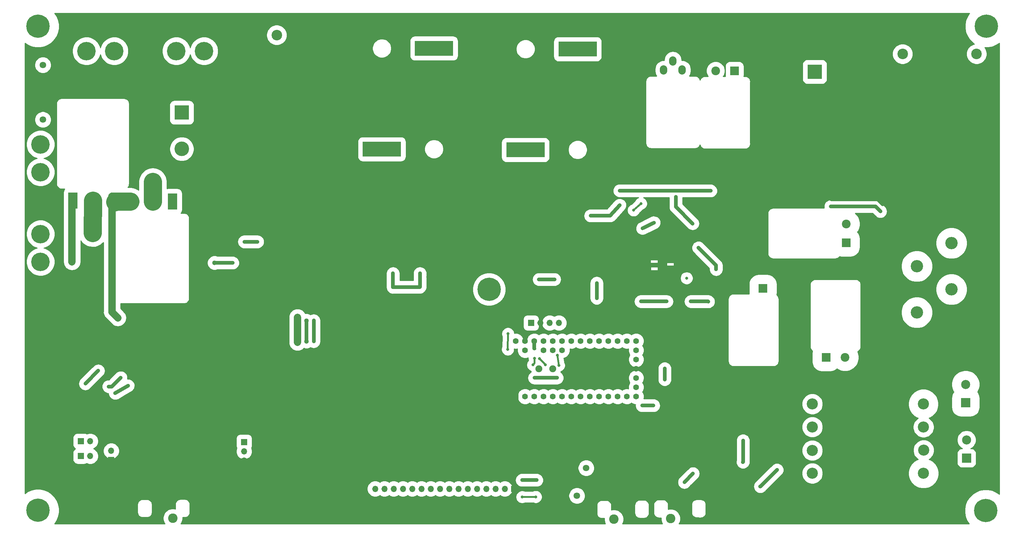
<source format=gbr>
G04 #@! TF.GenerationSoftware,KiCad,Pcbnew,5.1.6-c6e7f7d~87~ubuntu18.04.1*
G04 #@! TF.CreationDate,2020-08-24T14:21:44+10:00*
G04 #@! TF.ProjectId,GridTiedBatteryBoostConverter,47726964-5469-4656-9442-617474657279,rev?*
G04 #@! TF.SameCoordinates,Original*
G04 #@! TF.FileFunction,Copper,L2,Bot*
G04 #@! TF.FilePolarity,Positive*
%FSLAX46Y46*%
G04 Gerber Fmt 4.6, Leading zero omitted, Abs format (unit mm)*
G04 Created by KiCad (PCBNEW 5.1.6-c6e7f7d~87~ubuntu18.04.1) date 2020-08-24 14:21:44*
%MOMM*%
%LPD*%
G01*
G04 APERTURE LIST*
G04 #@! TA.AperFunction,ComponentPad*
%ADD10C,1.803400*%
G04 #@! TD*
G04 #@! TA.AperFunction,ComponentPad*
%ADD11R,10.500000X4.100000*%
G04 #@! TD*
G04 #@! TA.AperFunction,ComponentPad*
%ADD12C,3.048000*%
G04 #@! TD*
G04 #@! TA.AperFunction,ComponentPad*
%ADD13O,2.032000X2.540000*%
G04 #@! TD*
G04 #@! TA.AperFunction,ComponentPad*
%ADD14C,2.600000*%
G04 #@! TD*
G04 #@! TA.AperFunction,ComponentPad*
%ADD15C,6.400000*%
G04 #@! TD*
G04 #@! TA.AperFunction,ComponentPad*
%ADD16C,1.900000*%
G04 #@! TD*
G04 #@! TA.AperFunction,ComponentPad*
%ADD17R,1.600000X1.600000*%
G04 #@! TD*
G04 #@! TA.AperFunction,ComponentPad*
%ADD18C,1.600000*%
G04 #@! TD*
G04 #@! TA.AperFunction,ComponentPad*
%ADD19C,2.900000*%
G04 #@! TD*
G04 #@! TA.AperFunction,ComponentPad*
%ADD20C,2.400000*%
G04 #@! TD*
G04 #@! TA.AperFunction,ComponentPad*
%ADD21R,2.400000X2.400000*%
G04 #@! TD*
G04 #@! TA.AperFunction,ComponentPad*
%ADD22C,5.080000*%
G04 #@! TD*
G04 #@! TA.AperFunction,ComponentPad*
%ADD23C,3.400000*%
G04 #@! TD*
G04 #@! TA.AperFunction,ComponentPad*
%ADD24C,2.500000*%
G04 #@! TD*
G04 #@! TA.AperFunction,ComponentPad*
%ADD25R,2.500000X2.500000*%
G04 #@! TD*
G04 #@! TA.AperFunction,ComponentPad*
%ADD26C,1.800000*%
G04 #@! TD*
G04 #@! TA.AperFunction,ComponentPad*
%ADD27R,1.700000X1.700000*%
G04 #@! TD*
G04 #@! TA.AperFunction,ComponentPad*
%ADD28O,1.700000X1.700000*%
G04 #@! TD*
G04 #@! TA.AperFunction,ComponentPad*
%ADD29O,2.500000X4.500000*%
G04 #@! TD*
G04 #@! TA.AperFunction,ComponentPad*
%ADD30R,2.500000X4.500000*%
G04 #@! TD*
G04 #@! TA.AperFunction,ComponentPad*
%ADD31R,4.000000X4.000000*%
G04 #@! TD*
G04 #@! TA.AperFunction,ComponentPad*
%ADD32C,4.000000*%
G04 #@! TD*
G04 #@! TA.AperFunction,ViaPad*
%ADD33C,0.800000*%
G04 #@! TD*
G04 #@! TA.AperFunction,ViaPad*
%ADD34C,0.600000*%
G04 #@! TD*
G04 #@! TA.AperFunction,ViaPad*
%ADD35C,3.200000*%
G04 #@! TD*
G04 #@! TA.AperFunction,ViaPad*
%ADD36C,1.300000*%
G04 #@! TD*
G04 #@! TA.AperFunction,Conductor*
%ADD37C,1.000000*%
G04 #@! TD*
G04 #@! TA.AperFunction,Conductor*
%ADD38C,0.500000*%
G04 #@! TD*
G04 #@! TA.AperFunction,Conductor*
%ADD39C,2.000000*%
G04 #@! TD*
G04 #@! TA.AperFunction,Conductor*
%ADD40C,5.000000*%
G04 #@! TD*
G04 #@! TA.AperFunction,Conductor*
%ADD41C,0.254000*%
G04 #@! TD*
G04 APERTURE END LIST*
D10*
X19350000Y-30150000D03*
X19350000Y-35150000D03*
X19350000Y-40150000D03*
X19350000Y-45150001D03*
D11*
X126650000Y-25550000D03*
X112350000Y-53250000D03*
X166050000Y-25750000D03*
X151750000Y-53450000D03*
D12*
X230444600Y-123300000D03*
X230444600Y-129624600D03*
X230444600Y-136050800D03*
X230444600Y-142350000D03*
X260924600Y-123300000D03*
X260950000Y-129650000D03*
X260975400Y-136000000D03*
X260950000Y-142350000D03*
D13*
X194740000Y-31500000D03*
X192200000Y-29000000D03*
X189660000Y-31500000D03*
D14*
X196600000Y-154800000D03*
X191600000Y-154800000D03*
X181000000Y-154950000D03*
X176000000Y-154950000D03*
X55000000Y-154700000D03*
X50000000Y-154700000D03*
D15*
X141750000Y-91800000D03*
X278150000Y-19500000D03*
X278050000Y-152600000D03*
X18000000Y-19500000D03*
X18000000Y-152500000D03*
D16*
X155440000Y-113600000D03*
X159250000Y-113600000D03*
D17*
X149090000Y-121220000D03*
D18*
X151630000Y-121220000D03*
X154170000Y-121220000D03*
X156710000Y-121220000D03*
X159250000Y-121220000D03*
X161790000Y-121220000D03*
X164330000Y-121220000D03*
X166870000Y-121220000D03*
X169410000Y-121220000D03*
X171950000Y-121220000D03*
X174490000Y-121220000D03*
X177030000Y-121220000D03*
X179570000Y-121220000D03*
X161790000Y-108520000D03*
X159250000Y-108520000D03*
X156710000Y-108520000D03*
X151630000Y-108520000D03*
X149090000Y-105980000D03*
X151630000Y-105980000D03*
X154170000Y-105980000D03*
X156710000Y-105980000D03*
X159250000Y-105980000D03*
X161790000Y-105980000D03*
X164330000Y-105980000D03*
X166870000Y-105980000D03*
X169410000Y-105980000D03*
X171950000Y-105980000D03*
X174490000Y-105980000D03*
X177030000Y-105980000D03*
X179570000Y-105980000D03*
X182110000Y-121220000D03*
X182110000Y-118680000D03*
X182110000Y-116140000D03*
X182110000Y-105980000D03*
X182110000Y-108520000D03*
X182110000Y-111060000D03*
X182110000Y-113600000D03*
D19*
X83500000Y-71900000D03*
X83500000Y-21900000D03*
X275500000Y-27100000D03*
X275500000Y-64600000D03*
X255200000Y-64600000D03*
X255200000Y-27100000D03*
D20*
X203900000Y-31700000D03*
D21*
X209100000Y-31700000D03*
D20*
X239700000Y-73800000D03*
D21*
X239700000Y-79000000D03*
D20*
X211700000Y-91500000D03*
D21*
X216900000Y-91500000D03*
D20*
X239400000Y-110500000D03*
D21*
X234200000Y-110500000D03*
D22*
X55938000Y-26300000D03*
X63558000Y-26300000D03*
X38920000Y-26300000D03*
X31300000Y-26300000D03*
D23*
X259100000Y-98150000D03*
X268600000Y-91800000D03*
X259100000Y-85450000D03*
X268600000Y-79100000D03*
D24*
X272500000Y-117900000D03*
D25*
X272500000Y-122900000D03*
D26*
X168400000Y-140900000D03*
X165860000Y-148520000D03*
X168400000Y-153600000D03*
D27*
X148600000Y-146600000D03*
D28*
X146060000Y-146600000D03*
X143520000Y-146600000D03*
X140980000Y-146600000D03*
X138440000Y-146600000D03*
X135900000Y-146600000D03*
X133360000Y-146600000D03*
X130820000Y-146600000D03*
X128280000Y-146600000D03*
X125740000Y-146600000D03*
X123200000Y-146600000D03*
X120660000Y-146600000D03*
X118120000Y-146600000D03*
X115580000Y-146600000D03*
X113040000Y-146600000D03*
X110500000Y-146600000D03*
X74550000Y-138850000D03*
X74550000Y-136310000D03*
D27*
X74550000Y-133770000D03*
D28*
X32340000Y-137600000D03*
D27*
X29800000Y-137600000D03*
D28*
X32340000Y-133500000D03*
D27*
X29800000Y-133500000D03*
X38100000Y-138700000D03*
D28*
X38100000Y-136160000D03*
X160920000Y-101000000D03*
X158380000Y-101000000D03*
X155840000Y-101000000D03*
D27*
X153300000Y-101000000D03*
D29*
X38500000Y-67350000D03*
X33050000Y-67350000D03*
D30*
X27600000Y-67350000D03*
X54950000Y-67650000D03*
D29*
X49500000Y-67650000D03*
X44050000Y-67650000D03*
D31*
X57450000Y-43200000D03*
D32*
X57450000Y-53200000D03*
D31*
X231100000Y-32000000D03*
D32*
X231100000Y-42000000D03*
D22*
X18700000Y-51950000D03*
X18700000Y-59570000D03*
X18700000Y-84208000D03*
X18700000Y-76588000D03*
D25*
X272750000Y-138150000D03*
D24*
X272750000Y-133150000D03*
D33*
X122800000Y-87400000D03*
X115349430Y-87349430D03*
D34*
X53650000Y-131250000D03*
X52450000Y-131200000D03*
X52400000Y-132250000D03*
X53650000Y-132250000D03*
X55050000Y-132250000D03*
X55050000Y-131200000D03*
X55050000Y-130100000D03*
X53650000Y-130100000D03*
X52400000Y-130100000D03*
X118800000Y-89100000D03*
X119750000Y-89100000D03*
X119700000Y-88150000D03*
X118800000Y-88100000D03*
X119650000Y-87100000D03*
X118750000Y-87100000D03*
D33*
X133400000Y-81000000D03*
X133400000Y-80100000D03*
X133400000Y-79200000D03*
X121600000Y-80600000D03*
X121600000Y-79700000D03*
X121600000Y-78800000D03*
X121600000Y-77900000D03*
X121600000Y-76600000D03*
X141400000Y-79900000D03*
X141429360Y-78197252D03*
X141365306Y-81499944D03*
X182800000Y-40100000D03*
X182800000Y-39000000D03*
X182800000Y-40100000D03*
X182800000Y-37900000D03*
X198300000Y-67900000D03*
X206000000Y-78100000D03*
X192100000Y-57800000D03*
X198800000Y-60700000D03*
X200700000Y-60800000D03*
X194100000Y-57700000D03*
X187250000Y-70650000D03*
X221600000Y-129650000D03*
X219300000Y-129950000D03*
X150100000Y-82700000D03*
X153100000Y-82600000D03*
X159900000Y-80400000D03*
X165500000Y-80800000D03*
X171750000Y-65500000D03*
X107650000Y-137050000D03*
X196100000Y-91800000D03*
X187000000Y-87450000D03*
X150700000Y-139150000D03*
X85850000Y-84550000D03*
X83900000Y-91400000D03*
X186800000Y-76500000D03*
X192250000Y-77050000D03*
X28000000Y-110350000D03*
X28000000Y-107950000D03*
X167700000Y-102500000D03*
X165300000Y-95450000D03*
X34500000Y-124750000D03*
X32700000Y-130700000D03*
X42200000Y-136750000D03*
X63300000Y-132200000D03*
X63200000Y-124750000D03*
X37250000Y-132250000D03*
X70100000Y-129250000D03*
X37200000Y-104250000D03*
X34700000Y-106000000D03*
X28000000Y-109050000D03*
X24750000Y-109750000D03*
X40450000Y-138700000D03*
X71750000Y-138850000D03*
X127550000Y-138900000D03*
X127600000Y-130000000D03*
X127600000Y-131200000D03*
X127600000Y-132550000D03*
X145650000Y-129900000D03*
X145600000Y-128000000D03*
X196800000Y-115700000D03*
X192400000Y-109600000D03*
X190350000Y-105300000D03*
X181850000Y-37050000D03*
X183100000Y-72800000D03*
X249750000Y-68400000D03*
X235650000Y-67050000D03*
D35*
X66950000Y-63350000D03*
D33*
X113099872Y-88850128D03*
X113099577Y-89850423D03*
X126900000Y-94650000D03*
X124950000Y-88350000D03*
X101000000Y-86850000D03*
X164700000Y-91550000D03*
D35*
X63200000Y-63650000D03*
D33*
X279100000Y-105750000D03*
X181550000Y-101750000D03*
X188150000Y-120400000D03*
X207700000Y-133400000D03*
X197550000Y-134350000D03*
X207550000Y-124850000D03*
X213000000Y-124400000D03*
X195400000Y-132400000D03*
X213050000Y-122150000D03*
X183850000Y-75000000D03*
X187000000Y-73450000D03*
X202550000Y-64700000D03*
X177600000Y-64650000D03*
X177600000Y-68650000D03*
X169600000Y-71550000D03*
D36*
X89200000Y-106350000D03*
X89200000Y-99450000D03*
D33*
X183400000Y-95100000D03*
X189950000Y-116550000D03*
X189950000Y-113550000D03*
X197100000Y-95100000D03*
X201900000Y-95150000D03*
X190500000Y-95100000D03*
X193000000Y-66400000D03*
X197600000Y-73700000D03*
X204050000Y-86300000D03*
X199200000Y-80350000D03*
X211450000Y-133350000D03*
X211400000Y-139250000D03*
X171300000Y-94200000D03*
X171300000Y-90050000D03*
X154800000Y-144200000D03*
X150800000Y-144200000D03*
X181400000Y-70050000D03*
X183400000Y-68200000D03*
X146900000Y-108280010D03*
X146950000Y-104000000D03*
D36*
X91650000Y-106050000D03*
X91650000Y-100400000D03*
D33*
X154300000Y-108080001D03*
X154250000Y-110700000D03*
X153800000Y-112550000D03*
X150850000Y-148850000D03*
X154550000Y-148800000D03*
X160500000Y-109900000D03*
X37400000Y-118500000D03*
X160900000Y-112650000D03*
X160400000Y-116100000D03*
X154200000Y-116100000D03*
X40700000Y-116050000D03*
X157200000Y-112550000D03*
X155550000Y-110800000D03*
X31000000Y-117700000D03*
X34550000Y-114150000D03*
X195350000Y-144800000D03*
X197700000Y-142400000D03*
X216150000Y-145950000D03*
X220750000Y-141400000D03*
X39200000Y-120300000D03*
X42699999Y-118250001D03*
X195950000Y-88700000D03*
X249100000Y-70350000D03*
X235500000Y-69000000D03*
X78200000Y-78700000D03*
X74600000Y-78700000D03*
D36*
X27350000Y-84200000D03*
D33*
X71400000Y-84500000D03*
D36*
X66450000Y-84500000D03*
X39900000Y-99600000D03*
D33*
X93650000Y-100350000D03*
X93650000Y-106100000D03*
X155450000Y-89050000D03*
X159700000Y-89050000D03*
D35*
X49500000Y-62250000D03*
X32995961Y-76304039D03*
D33*
X186850000Y-123700000D03*
X183750000Y-123700000D03*
D37*
X122800000Y-87400000D02*
X122800000Y-91100000D01*
D38*
X122800000Y-91100000D02*
X122700000Y-91200000D01*
D37*
X122700000Y-91200000D02*
X115400000Y-91200000D01*
D38*
X115400000Y-87400000D02*
X115349430Y-87349430D01*
D37*
X115400000Y-91200000D02*
X115400000Y-87400000D01*
D38*
X141400000Y-79900000D02*
X141400000Y-78226612D01*
X141400000Y-78226612D02*
X141429360Y-78197252D01*
D37*
X249750000Y-68400000D02*
X248400000Y-67050000D01*
X248400000Y-67050000D02*
X235650000Y-67050000D01*
X183850000Y-75000000D02*
X187000000Y-73450000D01*
X186950000Y-64700000D02*
X202550000Y-64700000D01*
X177600000Y-64650000D02*
X186950000Y-64700000D01*
X169600000Y-71550000D02*
X175000000Y-71550000D01*
X175000000Y-71550000D02*
X177600000Y-68650000D01*
D39*
X89200000Y-99450000D02*
X89200000Y-106350000D01*
D37*
X189950000Y-116550000D02*
X189950000Y-113550000D01*
X197100000Y-95100000D02*
X201850000Y-95100000D01*
X201850000Y-95100000D02*
X201900000Y-95150000D01*
X190500000Y-95100000D02*
X183400000Y-95100000D01*
X193000000Y-66400000D02*
X193000000Y-69100000D01*
X193000000Y-69100000D02*
X197600000Y-73700000D01*
X204050000Y-86300000D02*
X204050000Y-85200000D01*
X204050000Y-85200000D02*
X199200000Y-80350000D01*
X211450000Y-133350000D02*
X211450000Y-139200000D01*
X211450000Y-139200000D02*
X211400000Y-139250000D01*
X171300000Y-94200000D02*
X171300000Y-90050000D01*
X154800000Y-144200000D02*
X150800000Y-144200000D01*
D38*
X181400000Y-70050000D02*
X183400000Y-68200000D01*
X146900000Y-108280010D02*
X146950000Y-104000000D01*
D37*
X91650000Y-106050000D02*
X91650000Y-100400000D01*
X154150000Y-108050000D02*
X154170000Y-105980000D01*
D38*
X154150000Y-108050000D02*
X154269999Y-108050000D01*
X154269999Y-108050000D02*
X154300000Y-108080001D01*
X154250000Y-110700000D02*
X154250000Y-112100000D01*
X154250000Y-112100000D02*
X153800000Y-112550000D01*
X150850000Y-148850000D02*
X154500000Y-148850000D01*
X154500000Y-148850000D02*
X154550000Y-148800000D01*
X160500000Y-109900000D02*
X160900000Y-112650000D01*
D37*
X160400000Y-116100000D02*
X154200000Y-116100000D01*
X38250000Y-118500000D02*
X40700000Y-116050000D01*
X37400000Y-118500000D02*
X38250000Y-118500000D01*
D38*
X157200000Y-112550000D02*
X157200000Y-112450000D01*
X157200000Y-112450000D02*
X155550000Y-110800000D01*
D37*
X31000000Y-117700000D02*
X34550000Y-114150000D01*
X195350000Y-144800000D02*
X195350000Y-144750000D01*
X195350000Y-144750000D02*
X197700000Y-142400000D01*
X216150000Y-145950000D02*
X216200000Y-145950000D01*
X216200000Y-145950000D02*
X220750000Y-141400000D01*
X39200000Y-120300000D02*
X42699999Y-118250001D01*
X258600000Y-84850000D02*
X259150000Y-85400000D01*
X249100000Y-70350000D02*
X247750000Y-69000000D01*
X247750000Y-69000000D02*
X235500000Y-69000000D01*
X78200000Y-78700000D02*
X74600000Y-78700000D01*
D39*
X27350000Y-84200000D02*
X27350000Y-67450000D01*
D37*
X71400000Y-84500000D02*
X66450000Y-84500000D01*
D39*
X38291846Y-97991846D02*
X39900000Y-99600000D01*
X38291846Y-92550000D02*
X38291846Y-97991846D01*
X38291846Y-92550000D02*
X38291846Y-67508154D01*
X38291846Y-67508154D02*
X38350000Y-67450000D01*
X38350000Y-67450000D02*
X44000000Y-67450000D01*
X44000000Y-67450000D02*
X44100000Y-67550000D01*
D40*
X43350000Y-67650000D02*
X39250000Y-67650000D01*
X39150010Y-67749990D02*
X39150010Y-67800000D01*
X39250000Y-67650000D02*
X39150010Y-67749990D01*
D37*
X93650000Y-100350000D02*
X93650000Y-106100000D01*
X159700000Y-89050000D02*
X155450000Y-89050000D01*
D40*
X49500000Y-67650000D02*
X49500000Y-62250000D01*
X33050000Y-67350000D02*
X32995961Y-76304039D01*
D37*
X186850000Y-123700000D02*
X183750000Y-123700000D01*
D41*
G36*
X272986180Y-16739881D02*
G01*
X272546929Y-17800327D01*
X272323000Y-18926091D01*
X272323000Y-20073909D01*
X272546929Y-21199673D01*
X272986180Y-22260119D01*
X273623874Y-23214496D01*
X274435504Y-24026126D01*
X274900543Y-24336855D01*
X274675394Y-24381640D01*
X274160913Y-24594745D01*
X273697892Y-24904125D01*
X273304125Y-25297892D01*
X272994745Y-25760913D01*
X272781640Y-26275394D01*
X272673000Y-26821565D01*
X272673000Y-27378435D01*
X272781640Y-27924606D01*
X272994745Y-28439087D01*
X273304125Y-28902108D01*
X273697892Y-29295875D01*
X274160913Y-29605255D01*
X274675394Y-29818360D01*
X275221565Y-29927000D01*
X275778435Y-29927000D01*
X276324606Y-29818360D01*
X276839087Y-29605255D01*
X277302108Y-29295875D01*
X277695875Y-28902108D01*
X278005255Y-28439087D01*
X278218360Y-27924606D01*
X278327000Y-27378435D01*
X278327000Y-26821565D01*
X278218360Y-26275394D01*
X278005255Y-25760913D01*
X277715324Y-25327000D01*
X278723909Y-25327000D01*
X279849673Y-25103071D01*
X280910119Y-24663820D01*
X281698000Y-24137375D01*
X281698001Y-148029443D01*
X280810119Y-147436180D01*
X279749673Y-146996929D01*
X278623909Y-146773000D01*
X277476091Y-146773000D01*
X276350327Y-146996929D01*
X275289881Y-147436180D01*
X274335504Y-148073874D01*
X273523874Y-148885504D01*
X272886180Y-149839881D01*
X272446929Y-150900327D01*
X272223000Y-152026091D01*
X272223000Y-153173909D01*
X272446929Y-154299673D01*
X272886180Y-155360119D01*
X273446034Y-156198000D01*
X193885487Y-156198000D01*
X193972327Y-156068035D01*
X194174125Y-155580852D01*
X194277000Y-155063662D01*
X194277000Y-154536338D01*
X194174125Y-154019148D01*
X193972327Y-153531965D01*
X193679362Y-153093512D01*
X193306488Y-152720638D01*
X192868035Y-152427673D01*
X192380852Y-152225875D01*
X191863662Y-152123000D01*
X191336338Y-152123000D01*
X190902000Y-152209395D01*
X190902000Y-151068870D01*
X190908783Y-151000000D01*
X190903859Y-150950000D01*
X197291217Y-150950000D01*
X197298001Y-151018879D01*
X197298000Y-153000561D01*
X197292547Y-153038807D01*
X197298000Y-153138357D01*
X197298000Y-153168869D01*
X197301766Y-153207104D01*
X197307652Y-153314562D01*
X197315277Y-153344292D01*
X197318286Y-153374839D01*
X197349528Y-153477831D01*
X197376265Y-153582073D01*
X197389544Y-153609743D01*
X197398454Y-153639117D01*
X197449192Y-153734040D01*
X197495749Y-153831058D01*
X197514170Y-153855605D01*
X197528640Y-153882677D01*
X197596914Y-153965869D01*
X197661510Y-154051949D01*
X197684369Y-154072434D01*
X197703840Y-154096159D01*
X197787034Y-154164435D01*
X197867181Y-154236257D01*
X197893593Y-154251886D01*
X197917322Y-154271360D01*
X198012250Y-154322100D01*
X198104856Y-154376899D01*
X198133808Y-154387074D01*
X198160882Y-154401546D01*
X198263886Y-154432792D01*
X198365402Y-154468471D01*
X198395784Y-154472803D01*
X198425160Y-154481714D01*
X198532274Y-154492264D01*
X198570297Y-154497685D01*
X198600771Y-154499010D01*
X198700000Y-154508783D01*
X198738450Y-154504996D01*
X199750773Y-154549010D01*
X199850000Y-154558783D01*
X199957107Y-154548234D01*
X200064562Y-154542348D01*
X200094292Y-154534723D01*
X200124840Y-154531714D01*
X200227837Y-154500470D01*
X200332073Y-154473735D01*
X200359742Y-154460457D01*
X200389118Y-154451546D01*
X200484050Y-154400804D01*
X200581058Y-154354251D01*
X200605603Y-154335832D01*
X200632678Y-154321360D01*
X200715887Y-154253072D01*
X200801948Y-154188490D01*
X200822427Y-154165637D01*
X200846160Y-154146160D01*
X200914453Y-154062944D01*
X200986256Y-153982819D01*
X201001883Y-153956411D01*
X201021360Y-153932678D01*
X201072104Y-153837743D01*
X201126899Y-153745144D01*
X201137074Y-153716192D01*
X201151546Y-153689118D01*
X201182792Y-153586114D01*
X201218471Y-153484598D01*
X201222803Y-153454217D01*
X201231714Y-153424840D01*
X201242265Y-153317710D01*
X201257452Y-153211193D01*
X201252000Y-153111662D01*
X201252000Y-151018870D01*
X201258783Y-150950000D01*
X201231714Y-150675160D01*
X201151546Y-150410882D01*
X201021360Y-150167322D01*
X200846160Y-149953840D01*
X200632678Y-149778640D01*
X200389118Y-149648454D01*
X200124840Y-149568286D01*
X199918870Y-149548000D01*
X199850000Y-149541217D01*
X199781130Y-149548000D01*
X198768870Y-149548000D01*
X198700000Y-149541217D01*
X198631130Y-149548000D01*
X198425160Y-149568286D01*
X198160882Y-149648454D01*
X197917322Y-149778640D01*
X197703840Y-149953840D01*
X197528640Y-150167322D01*
X197398454Y-150410882D01*
X197318286Y-150675160D01*
X197291217Y-150950000D01*
X190903859Y-150950000D01*
X190894010Y-150850000D01*
X190881714Y-150725160D01*
X190801546Y-150460882D01*
X190671360Y-150217322D01*
X190630326Y-150167322D01*
X190496160Y-150003840D01*
X190282678Y-149828640D01*
X190039118Y-149698454D01*
X189774840Y-149618286D01*
X189568870Y-149598000D01*
X189500000Y-149591217D01*
X189431130Y-149598000D01*
X188368870Y-149598000D01*
X188300000Y-149591217D01*
X188231130Y-149598000D01*
X188025160Y-149618286D01*
X187760882Y-149698454D01*
X187517322Y-149828640D01*
X187303840Y-150003840D01*
X187128640Y-150217322D01*
X186998454Y-150460882D01*
X186918286Y-150725160D01*
X186891217Y-151000000D01*
X186898001Y-151068879D01*
X186898000Y-153051837D01*
X186892439Y-153091352D01*
X186898000Y-153189617D01*
X186898000Y-153218869D01*
X186901891Y-153258380D01*
X186908043Y-153367080D01*
X186915402Y-153395558D01*
X186918286Y-153424839D01*
X186949898Y-153529051D01*
X186977139Y-153634466D01*
X186989914Y-153660964D01*
X186998454Y-153689117D01*
X187049789Y-153785157D01*
X187097073Y-153883235D01*
X187114772Y-153906731D01*
X187128640Y-153932677D01*
X187197718Y-154016849D01*
X187263233Y-154103825D01*
X187285178Y-154123419D01*
X187303840Y-154146159D01*
X187388017Y-154215242D01*
X187469237Y-154287761D01*
X187494578Y-154302695D01*
X187517322Y-154321360D01*
X187613371Y-154372700D01*
X187707166Y-154427973D01*
X187734932Y-154437675D01*
X187760882Y-154451546D01*
X187865098Y-154483160D01*
X187967877Y-154519074D01*
X187997005Y-154523173D01*
X188025160Y-154531714D01*
X188133539Y-154542388D01*
X188172824Y-154547917D01*
X188202030Y-154549134D01*
X188300000Y-154558783D01*
X188339720Y-154554871D01*
X188923000Y-154579174D01*
X188923000Y-155063662D01*
X189025875Y-155580852D01*
X189227673Y-156068035D01*
X189314513Y-156198000D01*
X178380626Y-156198000D01*
X178574125Y-155730852D01*
X178677000Y-155213662D01*
X178677000Y-154686338D01*
X178574125Y-154169148D01*
X178372327Y-153681965D01*
X178079362Y-153243512D01*
X177706488Y-152870638D01*
X177268035Y-152577673D01*
X176780852Y-152375875D01*
X176263662Y-152273000D01*
X175736338Y-152273000D01*
X175302000Y-152359395D01*
X175302000Y-151218870D01*
X175308783Y-151150000D01*
X175303859Y-151100000D01*
X181691217Y-151100000D01*
X181698001Y-151168879D01*
X181698000Y-153181129D01*
X181691217Y-153250000D01*
X181718286Y-153524840D01*
X181798454Y-153789118D01*
X181928640Y-154032678D01*
X182103840Y-154246160D01*
X182256397Y-154371360D01*
X182317322Y-154421360D01*
X182560882Y-154551546D01*
X182825160Y-154631714D01*
X183100000Y-154658783D01*
X183168870Y-154652000D01*
X184181130Y-154652000D01*
X184250000Y-154658783D01*
X184524840Y-154631714D01*
X184789118Y-154551546D01*
X185032678Y-154421360D01*
X185246160Y-154246160D01*
X185421360Y-154032678D01*
X185551546Y-153789118D01*
X185631714Y-153524840D01*
X185652000Y-153318870D01*
X185652000Y-153318869D01*
X185658783Y-153250000D01*
X185652000Y-153181130D01*
X185652000Y-151168870D01*
X185658783Y-151100000D01*
X185644010Y-150950000D01*
X185631714Y-150825160D01*
X185551546Y-150560882D01*
X185421360Y-150317322D01*
X185416075Y-150310882D01*
X185246160Y-150103840D01*
X185032678Y-149928640D01*
X184789118Y-149798454D01*
X184524840Y-149718286D01*
X184318870Y-149698000D01*
X184250000Y-149691217D01*
X184181130Y-149698000D01*
X183168870Y-149698000D01*
X183100000Y-149691217D01*
X183031130Y-149698000D01*
X182825160Y-149718286D01*
X182560882Y-149798454D01*
X182317322Y-149928640D01*
X182103840Y-150103840D01*
X181928640Y-150317322D01*
X181798454Y-150560882D01*
X181718286Y-150825160D01*
X181691217Y-151100000D01*
X175303859Y-151100000D01*
X175294010Y-151000000D01*
X175281714Y-150875160D01*
X175201546Y-150610882D01*
X175071360Y-150367322D01*
X175030326Y-150317322D01*
X174896160Y-150153840D01*
X174682678Y-149978640D01*
X174439118Y-149848454D01*
X174174840Y-149768286D01*
X173968870Y-149748000D01*
X173900000Y-149741217D01*
X173831130Y-149748000D01*
X172768870Y-149748000D01*
X172700000Y-149741217D01*
X172631130Y-149748000D01*
X172425160Y-149768286D01*
X172160882Y-149848454D01*
X171917322Y-149978640D01*
X171703840Y-150153840D01*
X171528640Y-150367322D01*
X171398454Y-150610882D01*
X171318286Y-150875160D01*
X171291217Y-151150000D01*
X171298001Y-151218879D01*
X171298000Y-153231129D01*
X171291217Y-153300000D01*
X171318286Y-153574840D01*
X171398454Y-153839118D01*
X171528640Y-154082678D01*
X171703840Y-154296160D01*
X171856397Y-154421360D01*
X171917322Y-154471360D01*
X172160882Y-154601546D01*
X172425160Y-154681714D01*
X172700000Y-154708783D01*
X172768870Y-154702000D01*
X173323000Y-154702000D01*
X173323000Y-155213662D01*
X173425875Y-155730852D01*
X173619374Y-156198000D01*
X57218669Y-156198000D01*
X57372327Y-155968035D01*
X57574125Y-155480852D01*
X57677000Y-154963662D01*
X57677000Y-154452000D01*
X58181130Y-154452000D01*
X58250000Y-154458783D01*
X58524840Y-154431714D01*
X58789118Y-154351546D01*
X59032678Y-154221360D01*
X59246160Y-154046160D01*
X59421360Y-153832678D01*
X59551546Y-153589118D01*
X59631714Y-153324840D01*
X59652000Y-153118870D01*
X59652000Y-153118869D01*
X59658783Y-153050000D01*
X59652000Y-152981130D01*
X59652000Y-150918870D01*
X59658783Y-150850000D01*
X59631714Y-150575160D01*
X59551546Y-150310882D01*
X59421360Y-150067322D01*
X59246160Y-149853840D01*
X59032678Y-149678640D01*
X58789118Y-149548454D01*
X58524840Y-149468286D01*
X58318870Y-149448000D01*
X58250000Y-149441217D01*
X58181130Y-149448000D01*
X57168870Y-149448000D01*
X57100000Y-149441217D01*
X57031130Y-149448000D01*
X56825160Y-149468286D01*
X56560882Y-149548454D01*
X56317322Y-149678640D01*
X56103840Y-149853840D01*
X55928640Y-150067322D01*
X55798454Y-150310882D01*
X55718286Y-150575160D01*
X55691217Y-150850000D01*
X55698001Y-150918879D01*
X55698000Y-152109395D01*
X55263662Y-152023000D01*
X54736338Y-152023000D01*
X54219148Y-152125875D01*
X53731965Y-152327673D01*
X53293512Y-152620638D01*
X52920638Y-152993512D01*
X52627673Y-153431965D01*
X52425875Y-153919148D01*
X52323000Y-154436338D01*
X52323000Y-154963662D01*
X52425875Y-155480852D01*
X52627673Y-155968035D01*
X52781331Y-156198000D01*
X22537148Y-156198000D01*
X23163820Y-155260119D01*
X23603071Y-154199673D01*
X23827000Y-153073909D01*
X23827000Y-151926091D01*
X23622898Y-150900000D01*
X45291217Y-150900000D01*
X45298001Y-150968879D01*
X45298000Y-152981129D01*
X45291217Y-153050000D01*
X45318286Y-153324840D01*
X45398454Y-153589118D01*
X45528640Y-153832678D01*
X45703840Y-154046160D01*
X45877270Y-154188490D01*
X45917322Y-154221360D01*
X46160882Y-154351546D01*
X46425160Y-154431714D01*
X46700000Y-154458783D01*
X46768870Y-154452000D01*
X47831130Y-154452000D01*
X47900000Y-154458783D01*
X48174840Y-154431714D01*
X48439118Y-154351546D01*
X48682678Y-154221360D01*
X48896160Y-154046160D01*
X49071360Y-153832678D01*
X49201546Y-153589118D01*
X49281714Y-153324840D01*
X49302000Y-153118870D01*
X49302000Y-153118869D01*
X49308783Y-153050000D01*
X49302000Y-152981130D01*
X49302000Y-150968870D01*
X49308783Y-150900000D01*
X49281714Y-150625160D01*
X49201546Y-150360882D01*
X49071360Y-150117322D01*
X48896160Y-149903840D01*
X48682678Y-149728640D01*
X48439118Y-149598454D01*
X48174840Y-149518286D01*
X47968870Y-149498000D01*
X47900000Y-149491217D01*
X47831130Y-149498000D01*
X46768870Y-149498000D01*
X46700000Y-149491217D01*
X46631130Y-149498000D01*
X46425160Y-149518286D01*
X46160882Y-149598454D01*
X45917322Y-149728640D01*
X45703840Y-149903840D01*
X45528640Y-150117322D01*
X45398454Y-150360882D01*
X45318286Y-150625160D01*
X45291217Y-150900000D01*
X23622898Y-150900000D01*
X23603071Y-150800327D01*
X23163820Y-149739881D01*
X22526126Y-148785504D01*
X21714496Y-147973874D01*
X20760119Y-147336180D01*
X19699673Y-146896929D01*
X18573909Y-146673000D01*
X17426091Y-146673000D01*
X16300327Y-146896929D01*
X15239881Y-147336180D01*
X14402000Y-147896034D01*
X14402000Y-146380660D01*
X108273000Y-146380660D01*
X108273000Y-146819340D01*
X108358582Y-147249592D01*
X108526458Y-147654880D01*
X108770176Y-148019630D01*
X109080370Y-148329824D01*
X109445120Y-148573542D01*
X109850408Y-148741418D01*
X110280660Y-148827000D01*
X110719340Y-148827000D01*
X111149592Y-148741418D01*
X111554880Y-148573542D01*
X111770000Y-148429804D01*
X111985120Y-148573542D01*
X112390408Y-148741418D01*
X112820660Y-148827000D01*
X113259340Y-148827000D01*
X113689592Y-148741418D01*
X114094880Y-148573542D01*
X114310000Y-148429804D01*
X114525120Y-148573542D01*
X114930408Y-148741418D01*
X115360660Y-148827000D01*
X115799340Y-148827000D01*
X116229592Y-148741418D01*
X116634880Y-148573542D01*
X116850000Y-148429804D01*
X117065120Y-148573542D01*
X117470408Y-148741418D01*
X117900660Y-148827000D01*
X118339340Y-148827000D01*
X118769592Y-148741418D01*
X119174880Y-148573542D01*
X119390000Y-148429804D01*
X119605120Y-148573542D01*
X120010408Y-148741418D01*
X120440660Y-148827000D01*
X120879340Y-148827000D01*
X121309592Y-148741418D01*
X121714880Y-148573542D01*
X121930000Y-148429804D01*
X122145120Y-148573542D01*
X122550408Y-148741418D01*
X122980660Y-148827000D01*
X123419340Y-148827000D01*
X123849592Y-148741418D01*
X124254880Y-148573542D01*
X124470000Y-148429804D01*
X124685120Y-148573542D01*
X125090408Y-148741418D01*
X125520660Y-148827000D01*
X125959340Y-148827000D01*
X126389592Y-148741418D01*
X126794880Y-148573542D01*
X127010000Y-148429804D01*
X127225120Y-148573542D01*
X127630408Y-148741418D01*
X128060660Y-148827000D01*
X128499340Y-148827000D01*
X128929592Y-148741418D01*
X129334880Y-148573542D01*
X129550000Y-148429804D01*
X129765120Y-148573542D01*
X130170408Y-148741418D01*
X130600660Y-148827000D01*
X131039340Y-148827000D01*
X131469592Y-148741418D01*
X131874880Y-148573542D01*
X132090000Y-148429804D01*
X132305120Y-148573542D01*
X132710408Y-148741418D01*
X133140660Y-148827000D01*
X133579340Y-148827000D01*
X134009592Y-148741418D01*
X134414880Y-148573542D01*
X134630000Y-148429804D01*
X134845120Y-148573542D01*
X135250408Y-148741418D01*
X135680660Y-148827000D01*
X136119340Y-148827000D01*
X136549592Y-148741418D01*
X136954880Y-148573542D01*
X137170000Y-148429804D01*
X137385120Y-148573542D01*
X137790408Y-148741418D01*
X138220660Y-148827000D01*
X138659340Y-148827000D01*
X139089592Y-148741418D01*
X139494880Y-148573542D01*
X139710000Y-148429804D01*
X139925120Y-148573542D01*
X140330408Y-148741418D01*
X140760660Y-148827000D01*
X141199340Y-148827000D01*
X141629592Y-148741418D01*
X142034880Y-148573542D01*
X142250000Y-148429804D01*
X142465120Y-148573542D01*
X142870408Y-148741418D01*
X143300660Y-148827000D01*
X143739340Y-148827000D01*
X144169592Y-148741418D01*
X144574880Y-148573542D01*
X144790000Y-148429804D01*
X145005120Y-148573542D01*
X145410408Y-148741418D01*
X145840660Y-148827000D01*
X146279340Y-148827000D01*
X146709592Y-148741418D01*
X146869984Y-148674981D01*
X149073000Y-148674981D01*
X149073000Y-149025019D01*
X149141289Y-149368332D01*
X149275243Y-149691725D01*
X149469714Y-149982771D01*
X149717229Y-150230286D01*
X150008275Y-150424757D01*
X150331668Y-150558711D01*
X150674981Y-150627000D01*
X151025019Y-150627000D01*
X151368332Y-150558711D01*
X151565599Y-150477000D01*
X153955111Y-150477000D01*
X154031668Y-150508711D01*
X154374981Y-150577000D01*
X154725019Y-150577000D01*
X155068332Y-150508711D01*
X155391725Y-150374757D01*
X155682771Y-150180286D01*
X155930286Y-149932771D01*
X156124757Y-149641725D01*
X156258711Y-149318332D01*
X156327000Y-148975019D01*
X156327000Y-148624981D01*
X156261510Y-148295735D01*
X163583000Y-148295735D01*
X163583000Y-148744265D01*
X163670504Y-149184176D01*
X163842149Y-149598564D01*
X164091339Y-149971503D01*
X164408497Y-150288661D01*
X164781436Y-150537851D01*
X165195824Y-150709496D01*
X165635735Y-150797000D01*
X166084265Y-150797000D01*
X166524176Y-150709496D01*
X166938564Y-150537851D01*
X167311503Y-150288661D01*
X167628661Y-149971503D01*
X167877851Y-149598564D01*
X168049496Y-149184176D01*
X168137000Y-148744265D01*
X168137000Y-148295735D01*
X168049496Y-147855824D01*
X167877851Y-147441436D01*
X167628661Y-147068497D01*
X167311503Y-146751339D01*
X166938564Y-146502149D01*
X166524176Y-146330504D01*
X166084265Y-146243000D01*
X165635735Y-146243000D01*
X165195824Y-146330504D01*
X164781436Y-146502149D01*
X164408497Y-146751339D01*
X164091339Y-147068497D01*
X163842149Y-147441436D01*
X163670504Y-147855824D01*
X163583000Y-148295735D01*
X156261510Y-148295735D01*
X156258711Y-148281668D01*
X156124757Y-147958275D01*
X155930286Y-147667229D01*
X155682771Y-147419714D01*
X155391725Y-147225243D01*
X155068332Y-147091289D01*
X154725019Y-147023000D01*
X154374981Y-147023000D01*
X154031668Y-147091289D01*
X153713690Y-147223000D01*
X151565599Y-147223000D01*
X151368332Y-147141289D01*
X151025019Y-147073000D01*
X150674981Y-147073000D01*
X150331668Y-147141289D01*
X150008275Y-147275243D01*
X149717229Y-147469714D01*
X149469714Y-147717229D01*
X149275243Y-148008275D01*
X149141289Y-148331668D01*
X149073000Y-148674981D01*
X146869984Y-148674981D01*
X147114880Y-148573542D01*
X147479630Y-148329824D01*
X147789824Y-148019630D01*
X148033542Y-147654880D01*
X148201418Y-147249592D01*
X148287000Y-146819340D01*
X148287000Y-146380660D01*
X148201418Y-145950408D01*
X148033542Y-145545120D01*
X147789824Y-145180370D01*
X147479630Y-144870176D01*
X147114880Y-144626458D01*
X146709592Y-144458582D01*
X146279340Y-144373000D01*
X145840660Y-144373000D01*
X145410408Y-144458582D01*
X145005120Y-144626458D01*
X144790000Y-144770196D01*
X144574880Y-144626458D01*
X144169592Y-144458582D01*
X143739340Y-144373000D01*
X143300660Y-144373000D01*
X142870408Y-144458582D01*
X142465120Y-144626458D01*
X142250000Y-144770196D01*
X142034880Y-144626458D01*
X141629592Y-144458582D01*
X141199340Y-144373000D01*
X140760660Y-144373000D01*
X140330408Y-144458582D01*
X139925120Y-144626458D01*
X139710000Y-144770196D01*
X139494880Y-144626458D01*
X139089592Y-144458582D01*
X138659340Y-144373000D01*
X138220660Y-144373000D01*
X137790408Y-144458582D01*
X137385120Y-144626458D01*
X137170000Y-144770196D01*
X136954880Y-144626458D01*
X136549592Y-144458582D01*
X136119340Y-144373000D01*
X135680660Y-144373000D01*
X135250408Y-144458582D01*
X134845120Y-144626458D01*
X134630000Y-144770196D01*
X134414880Y-144626458D01*
X134009592Y-144458582D01*
X133579340Y-144373000D01*
X133140660Y-144373000D01*
X132710408Y-144458582D01*
X132305120Y-144626458D01*
X132090000Y-144770196D01*
X131874880Y-144626458D01*
X131469592Y-144458582D01*
X131039340Y-144373000D01*
X130600660Y-144373000D01*
X130170408Y-144458582D01*
X129765120Y-144626458D01*
X129550000Y-144770196D01*
X129334880Y-144626458D01*
X128929592Y-144458582D01*
X128499340Y-144373000D01*
X128060660Y-144373000D01*
X127630408Y-144458582D01*
X127225120Y-144626458D01*
X127010000Y-144770196D01*
X126794880Y-144626458D01*
X126389592Y-144458582D01*
X125959340Y-144373000D01*
X125520660Y-144373000D01*
X125090408Y-144458582D01*
X124685120Y-144626458D01*
X124470000Y-144770196D01*
X124254880Y-144626458D01*
X123849592Y-144458582D01*
X123419340Y-144373000D01*
X122980660Y-144373000D01*
X122550408Y-144458582D01*
X122145120Y-144626458D01*
X121930000Y-144770196D01*
X121714880Y-144626458D01*
X121309592Y-144458582D01*
X120879340Y-144373000D01*
X120440660Y-144373000D01*
X120010408Y-144458582D01*
X119605120Y-144626458D01*
X119390000Y-144770196D01*
X119174880Y-144626458D01*
X118769592Y-144458582D01*
X118339340Y-144373000D01*
X117900660Y-144373000D01*
X117470408Y-144458582D01*
X117065120Y-144626458D01*
X116850000Y-144770196D01*
X116634880Y-144626458D01*
X116229592Y-144458582D01*
X115799340Y-144373000D01*
X115360660Y-144373000D01*
X114930408Y-144458582D01*
X114525120Y-144626458D01*
X114310000Y-144770196D01*
X114094880Y-144626458D01*
X113689592Y-144458582D01*
X113259340Y-144373000D01*
X112820660Y-144373000D01*
X112390408Y-144458582D01*
X111985120Y-144626458D01*
X111770000Y-144770196D01*
X111554880Y-144626458D01*
X111149592Y-144458582D01*
X110719340Y-144373000D01*
X110280660Y-144373000D01*
X109850408Y-144458582D01*
X109445120Y-144626458D01*
X109080370Y-144870176D01*
X108770176Y-145180370D01*
X108526458Y-145545120D01*
X108358582Y-145950408D01*
X108273000Y-146380660D01*
X14402000Y-146380660D01*
X14402000Y-144200000D01*
X148913918Y-144200000D01*
X148950159Y-144567956D01*
X149057487Y-144921772D01*
X149231780Y-145247851D01*
X149466339Y-145533661D01*
X149752149Y-145768220D01*
X150078228Y-145942513D01*
X150432044Y-146049841D01*
X150707790Y-146077000D01*
X154892210Y-146077000D01*
X155167956Y-146049841D01*
X155521772Y-145942513D01*
X155847851Y-145768220D01*
X156133661Y-145533661D01*
X156368220Y-145247851D01*
X156542513Y-144921772D01*
X156594619Y-144750000D01*
X193463919Y-144750000D01*
X193473000Y-144842202D01*
X193473000Y-144892209D01*
X193500159Y-145167955D01*
X193607487Y-145521771D01*
X193781780Y-145847850D01*
X194016339Y-146133661D01*
X194302149Y-146368220D01*
X194628228Y-146542513D01*
X194982044Y-146649841D01*
X195350000Y-146686082D01*
X195717955Y-146649841D01*
X196071771Y-146542513D01*
X196397850Y-146368220D01*
X196683661Y-146133661D01*
X196834388Y-145950000D01*
X214263918Y-145950000D01*
X214300159Y-146317956D01*
X214407487Y-146671772D01*
X214581780Y-146997851D01*
X214816339Y-147283661D01*
X215102149Y-147518220D01*
X215428228Y-147692513D01*
X215782044Y-147799841D01*
X216057790Y-147827000D01*
X216107798Y-147827000D01*
X216200000Y-147836081D01*
X216292202Y-147827000D01*
X216292210Y-147827000D01*
X216567956Y-147799841D01*
X216921772Y-147692513D01*
X217247851Y-147518220D01*
X217533661Y-147283661D01*
X217592444Y-147212034D01*
X222142441Y-142662037D01*
X222318219Y-142447851D01*
X222492512Y-142121773D01*
X222509953Y-142064276D01*
X227543600Y-142064276D01*
X227543600Y-142635724D01*
X227655084Y-143196191D01*
X227873767Y-143724139D01*
X228191246Y-144199280D01*
X228595320Y-144603354D01*
X229070461Y-144920833D01*
X229598409Y-145139516D01*
X230158876Y-145251000D01*
X230730324Y-145251000D01*
X231290791Y-145139516D01*
X231818739Y-144920833D01*
X232293880Y-144603354D01*
X232697954Y-144199280D01*
X233015433Y-143724139D01*
X233234116Y-143196191D01*
X233345600Y-142635724D01*
X233345600Y-142064276D01*
X233321112Y-141941162D01*
X256799000Y-141941162D01*
X256799000Y-142758838D01*
X256958521Y-143560802D01*
X257271431Y-144316236D01*
X257725708Y-144996108D01*
X258303892Y-145574292D01*
X258983764Y-146028569D01*
X259739198Y-146341479D01*
X260541162Y-146501000D01*
X261358838Y-146501000D01*
X262160802Y-146341479D01*
X262916236Y-146028569D01*
X263596108Y-145574292D01*
X264174292Y-144996108D01*
X264628569Y-144316236D01*
X264941479Y-143560802D01*
X265101000Y-142758838D01*
X265101000Y-141941162D01*
X264941479Y-141139198D01*
X264628569Y-140383764D01*
X264174292Y-139703892D01*
X263596108Y-139125708D01*
X262916236Y-138671431D01*
X262473464Y-138488029D01*
X262824680Y-138253354D01*
X263228754Y-137849280D01*
X263546233Y-137374139D01*
X263742627Y-136900000D01*
X270116338Y-136900000D01*
X270116338Y-139400000D01*
X270142925Y-139669939D01*
X270221663Y-139929505D01*
X270349527Y-140168721D01*
X270521603Y-140378397D01*
X270731279Y-140550473D01*
X270970495Y-140678337D01*
X271230061Y-140757075D01*
X271500000Y-140783662D01*
X274000000Y-140783662D01*
X274269939Y-140757075D01*
X274529505Y-140678337D01*
X274768721Y-140550473D01*
X274978397Y-140378397D01*
X275150473Y-140168721D01*
X275278337Y-139929505D01*
X275357075Y-139669939D01*
X275383662Y-139400000D01*
X275383662Y-136900000D01*
X275357075Y-136630061D01*
X275278337Y-136370495D01*
X275150473Y-136131279D01*
X274978397Y-135921603D01*
X274768721Y-135749527D01*
X274529505Y-135621663D01*
X274269939Y-135542925D01*
X274000000Y-135516338D01*
X273901836Y-135516338D01*
X273994351Y-135478017D01*
X274424615Y-135190524D01*
X274790524Y-134824615D01*
X275078017Y-134394351D01*
X275276046Y-133916268D01*
X275377000Y-133408737D01*
X275377000Y-132891263D01*
X275276046Y-132383732D01*
X275078017Y-131905649D01*
X274790524Y-131475385D01*
X274424615Y-131109476D01*
X273994351Y-130821983D01*
X273516268Y-130623954D01*
X273008737Y-130523000D01*
X272491263Y-130523000D01*
X271983732Y-130623954D01*
X271505649Y-130821983D01*
X271075385Y-131109476D01*
X270709476Y-131475385D01*
X270421983Y-131905649D01*
X270223954Y-132383732D01*
X270123000Y-132891263D01*
X270123000Y-133408737D01*
X270223954Y-133916268D01*
X270421983Y-134394351D01*
X270709476Y-134824615D01*
X271075385Y-135190524D01*
X271505649Y-135478017D01*
X271598164Y-135516338D01*
X271500000Y-135516338D01*
X271230061Y-135542925D01*
X270970495Y-135621663D01*
X270731279Y-135749527D01*
X270521603Y-135921603D01*
X270349527Y-136131279D01*
X270221663Y-136370495D01*
X270142925Y-136630061D01*
X270116338Y-136900000D01*
X263742627Y-136900000D01*
X263764916Y-136846191D01*
X263876400Y-136285724D01*
X263876400Y-135714276D01*
X263764916Y-135153809D01*
X263546233Y-134625861D01*
X263228754Y-134150720D01*
X262824680Y-133746646D01*
X262349539Y-133429167D01*
X261821591Y-133210484D01*
X261261124Y-133099000D01*
X260689676Y-133099000D01*
X260129209Y-133210484D01*
X259601261Y-133429167D01*
X259126120Y-133746646D01*
X258722046Y-134150720D01*
X258404567Y-134625861D01*
X258185884Y-135153809D01*
X258074400Y-135714276D01*
X258074400Y-136285724D01*
X258185884Y-136846191D01*
X258404567Y-137374139D01*
X258722046Y-137849280D01*
X259126120Y-138253354D01*
X259457896Y-138475040D01*
X258983764Y-138671431D01*
X258303892Y-139125708D01*
X257725708Y-139703892D01*
X257271431Y-140383764D01*
X256958521Y-141139198D01*
X256799000Y-141941162D01*
X233321112Y-141941162D01*
X233234116Y-141503809D01*
X233015433Y-140975861D01*
X232697954Y-140500720D01*
X232293880Y-140096646D01*
X231818739Y-139779167D01*
X231290791Y-139560484D01*
X230730324Y-139449000D01*
X230158876Y-139449000D01*
X229598409Y-139560484D01*
X229070461Y-139779167D01*
X228595320Y-140096646D01*
X228191246Y-140500720D01*
X227873767Y-140975861D01*
X227655084Y-141503809D01*
X227543600Y-142064276D01*
X222509953Y-142064276D01*
X222599841Y-141767957D01*
X222636081Y-141400000D01*
X222599841Y-141032044D01*
X222492512Y-140678227D01*
X222318219Y-140352149D01*
X222083661Y-140066339D01*
X221797851Y-139831781D01*
X221471773Y-139657488D01*
X221117956Y-139550159D01*
X220750000Y-139513919D01*
X220382043Y-139550159D01*
X220028227Y-139657488D01*
X219702149Y-139831781D01*
X219487963Y-140007559D01*
X215127054Y-144368468D01*
X215102149Y-144381780D01*
X214816339Y-144616339D01*
X214581780Y-144902149D01*
X214407487Y-145228228D01*
X214300159Y-145582044D01*
X214263918Y-145950000D01*
X196834388Y-145950000D01*
X196918220Y-145847851D01*
X196931532Y-145822946D01*
X199092441Y-143662038D01*
X199268219Y-143447851D01*
X199442512Y-143121773D01*
X199549841Y-142767957D01*
X199586081Y-142400000D01*
X199549841Y-142032044D01*
X199442512Y-141678228D01*
X199268219Y-141352149D01*
X199033661Y-141066339D01*
X198747851Y-140831781D01*
X198421772Y-140657488D01*
X198067956Y-140550159D01*
X197700000Y-140513919D01*
X197332043Y-140550159D01*
X196978227Y-140657488D01*
X196652149Y-140831781D01*
X196437962Y-141007559D01*
X194087964Y-143357558D01*
X194016339Y-143416339D01*
X193781780Y-143702149D01*
X193607487Y-144028228D01*
X193500159Y-144382044D01*
X193473000Y-144657790D01*
X193473000Y-144657798D01*
X193463919Y-144750000D01*
X156594619Y-144750000D01*
X156649841Y-144567956D01*
X156686082Y-144200000D01*
X156649841Y-143832044D01*
X156542513Y-143478228D01*
X156368220Y-143152149D01*
X156133661Y-142866339D01*
X155847851Y-142631780D01*
X155521772Y-142457487D01*
X155167956Y-142350159D01*
X154892210Y-142323000D01*
X150707790Y-142323000D01*
X150432044Y-142350159D01*
X150078228Y-142457487D01*
X149752149Y-142631780D01*
X149466339Y-142866339D01*
X149231780Y-143152149D01*
X149057487Y-143478228D01*
X148950159Y-143832044D01*
X148913918Y-144200000D01*
X14402000Y-144200000D01*
X14402000Y-140675735D01*
X166123000Y-140675735D01*
X166123000Y-141124265D01*
X166210504Y-141564176D01*
X166382149Y-141978564D01*
X166631339Y-142351503D01*
X166948497Y-142668661D01*
X167321436Y-142917851D01*
X167735824Y-143089496D01*
X168175735Y-143177000D01*
X168624265Y-143177000D01*
X169064176Y-143089496D01*
X169478564Y-142917851D01*
X169851503Y-142668661D01*
X170168661Y-142351503D01*
X170417851Y-141978564D01*
X170589496Y-141564176D01*
X170677000Y-141124265D01*
X170677000Y-140675735D01*
X170589496Y-140235824D01*
X170417851Y-139821436D01*
X170168661Y-139448497D01*
X169970164Y-139250000D01*
X209513919Y-139250000D01*
X209550159Y-139617956D01*
X209657488Y-139971772D01*
X209831781Y-140297850D01*
X210066339Y-140583661D01*
X210352150Y-140818219D01*
X210678228Y-140992512D01*
X211032044Y-141099841D01*
X211400000Y-141136081D01*
X211767956Y-141099841D01*
X212121772Y-140992512D01*
X212447850Y-140818219D01*
X212662037Y-140642441D01*
X212712033Y-140592445D01*
X212783661Y-140533661D01*
X213018220Y-140247851D01*
X213192513Y-139921772D01*
X213299841Y-139567956D01*
X213327000Y-139292210D01*
X213327000Y-139292202D01*
X213336081Y-139200000D01*
X213327000Y-139107798D01*
X213327000Y-135765076D01*
X227543600Y-135765076D01*
X227543600Y-136336524D01*
X227655084Y-136896991D01*
X227873767Y-137424939D01*
X228191246Y-137900080D01*
X228595320Y-138304154D01*
X229070461Y-138621633D01*
X229598409Y-138840316D01*
X230158876Y-138951800D01*
X230730324Y-138951800D01*
X231290791Y-138840316D01*
X231818739Y-138621633D01*
X232293880Y-138304154D01*
X232697954Y-137900080D01*
X233015433Y-137424939D01*
X233234116Y-136896991D01*
X233345600Y-136336524D01*
X233345600Y-135765076D01*
X233234116Y-135204609D01*
X233015433Y-134676661D01*
X232697954Y-134201520D01*
X232293880Y-133797446D01*
X231818739Y-133479967D01*
X231290791Y-133261284D01*
X230730324Y-133149800D01*
X230158876Y-133149800D01*
X229598409Y-133261284D01*
X229070461Y-133479967D01*
X228595320Y-133797446D01*
X228191246Y-134201520D01*
X227873767Y-134676661D01*
X227655084Y-135204609D01*
X227543600Y-135765076D01*
X213327000Y-135765076D01*
X213327000Y-133257790D01*
X213299841Y-132982044D01*
X213192513Y-132628228D01*
X213018220Y-132302149D01*
X212783661Y-132016339D01*
X212497850Y-131781780D01*
X212171771Y-131607487D01*
X211817955Y-131500159D01*
X211450000Y-131463918D01*
X211082044Y-131500159D01*
X210728228Y-131607487D01*
X210402149Y-131781780D01*
X210116339Y-132016339D01*
X209881780Y-132302150D01*
X209707487Y-132628229D01*
X209600159Y-132982045D01*
X209573000Y-133257791D01*
X209573001Y-138806744D01*
X209550159Y-138882044D01*
X209513919Y-139250000D01*
X169970164Y-139250000D01*
X169851503Y-139131339D01*
X169478564Y-138882149D01*
X169064176Y-138710504D01*
X168624265Y-138623000D01*
X168175735Y-138623000D01*
X167735824Y-138710504D01*
X167321436Y-138882149D01*
X166948497Y-139131339D01*
X166631339Y-139448497D01*
X166382149Y-139821436D01*
X166210504Y-140235824D01*
X166123000Y-140675735D01*
X14402000Y-140675735D01*
X14402000Y-132650000D01*
X27566338Y-132650000D01*
X27566338Y-134350000D01*
X27592925Y-134619939D01*
X27671663Y-134879505D01*
X27799527Y-135118721D01*
X27971603Y-135328397D01*
X28181279Y-135500473D01*
X28273937Y-135550000D01*
X28181279Y-135599527D01*
X27971603Y-135771603D01*
X27799527Y-135981279D01*
X27671663Y-136220495D01*
X27592925Y-136480061D01*
X27566338Y-136750000D01*
X27566338Y-138450000D01*
X27592925Y-138719939D01*
X27671663Y-138979505D01*
X27799527Y-139218721D01*
X27971603Y-139428397D01*
X28181279Y-139600473D01*
X28420495Y-139728337D01*
X28680061Y-139807075D01*
X28950000Y-139833662D01*
X30650000Y-139833662D01*
X30919939Y-139807075D01*
X31179505Y-139728337D01*
X31388777Y-139616478D01*
X31690408Y-139741418D01*
X32120660Y-139827000D01*
X32559340Y-139827000D01*
X32989592Y-139741418D01*
X33394880Y-139573542D01*
X33759630Y-139329824D01*
X34069824Y-139019630D01*
X34313542Y-138654880D01*
X34481418Y-138249592D01*
X34567000Y-137819340D01*
X34567000Y-137380660D01*
X34481418Y-136950408D01*
X34313542Y-136545120D01*
X34069824Y-136180370D01*
X33830114Y-135940660D01*
X35873000Y-135940660D01*
X35873000Y-136379340D01*
X35958582Y-136809592D01*
X36126458Y-137214880D01*
X36370176Y-137579630D01*
X36680370Y-137889824D01*
X37045120Y-138133542D01*
X37450408Y-138301418D01*
X37880660Y-138387000D01*
X38319340Y-138387000D01*
X38749592Y-138301418D01*
X39154880Y-138133542D01*
X39519630Y-137889824D01*
X39829824Y-137579630D01*
X40073542Y-137214880D01*
X40241418Y-136809592D01*
X40327000Y-136379340D01*
X40327000Y-135940660D01*
X40241418Y-135510408D01*
X40073542Y-135105120D01*
X39829824Y-134740370D01*
X39519630Y-134430176D01*
X39154880Y-134186458D01*
X38749592Y-134018582D01*
X38319340Y-133933000D01*
X37880660Y-133933000D01*
X37450408Y-134018582D01*
X37045120Y-134186458D01*
X36680370Y-134430176D01*
X36370176Y-134740370D01*
X36126458Y-135105120D01*
X35958582Y-135510408D01*
X35873000Y-135940660D01*
X33830114Y-135940660D01*
X33759630Y-135870176D01*
X33394880Y-135626458D01*
X33210294Y-135550000D01*
X33394880Y-135473542D01*
X33759630Y-135229824D01*
X34069824Y-134919630D01*
X34313542Y-134554880D01*
X34481418Y-134149592D01*
X34567000Y-133719340D01*
X34567000Y-133280660D01*
X34495261Y-132920000D01*
X72316338Y-132920000D01*
X72316338Y-134620000D01*
X72342925Y-134889939D01*
X72421663Y-135149505D01*
X72533522Y-135358777D01*
X72408582Y-135660408D01*
X72323000Y-136090660D01*
X72323000Y-136529340D01*
X72408582Y-136959592D01*
X72576458Y-137364880D01*
X72820176Y-137729630D01*
X73130370Y-138039824D01*
X73495120Y-138283542D01*
X73900408Y-138451418D01*
X74330660Y-138537000D01*
X74769340Y-138537000D01*
X75199592Y-138451418D01*
X75604880Y-138283542D01*
X75969630Y-138039824D01*
X76279824Y-137729630D01*
X76523542Y-137364880D01*
X76691418Y-136959592D01*
X76777000Y-136529340D01*
X76777000Y-136090660D01*
X76691418Y-135660408D01*
X76566478Y-135358777D01*
X76678337Y-135149505D01*
X76757075Y-134889939D01*
X76783662Y-134620000D01*
X76783662Y-132920000D01*
X76757075Y-132650061D01*
X76678337Y-132390495D01*
X76550473Y-132151279D01*
X76378397Y-131941603D01*
X76168721Y-131769527D01*
X75929505Y-131641663D01*
X75669939Y-131562925D01*
X75400000Y-131536338D01*
X73700000Y-131536338D01*
X73430061Y-131562925D01*
X73170495Y-131641663D01*
X72931279Y-131769527D01*
X72721603Y-131941603D01*
X72549527Y-132151279D01*
X72421663Y-132390495D01*
X72342925Y-132650061D01*
X72316338Y-132920000D01*
X34495261Y-132920000D01*
X34481418Y-132850408D01*
X34313542Y-132445120D01*
X34069824Y-132080370D01*
X33759630Y-131770176D01*
X33394880Y-131526458D01*
X32989592Y-131358582D01*
X32559340Y-131273000D01*
X32120660Y-131273000D01*
X31690408Y-131358582D01*
X31388777Y-131483522D01*
X31179505Y-131371663D01*
X30919939Y-131292925D01*
X30650000Y-131266338D01*
X28950000Y-131266338D01*
X28680061Y-131292925D01*
X28420495Y-131371663D01*
X28181279Y-131499527D01*
X27971603Y-131671603D01*
X27799527Y-131881279D01*
X27671663Y-132120495D01*
X27592925Y-132380061D01*
X27566338Y-132650000D01*
X14402000Y-132650000D01*
X14402000Y-129338876D01*
X227543600Y-129338876D01*
X227543600Y-129910324D01*
X227655084Y-130470791D01*
X227873767Y-130998739D01*
X228191246Y-131473880D01*
X228595320Y-131877954D01*
X229070461Y-132195433D01*
X229598409Y-132414116D01*
X230158876Y-132525600D01*
X230730324Y-132525600D01*
X231290791Y-132414116D01*
X231818739Y-132195433D01*
X232293880Y-131877954D01*
X232697954Y-131473880D01*
X233015433Y-130998739D01*
X233234116Y-130470791D01*
X233345600Y-129910324D01*
X233345600Y-129338876D01*
X233234116Y-128778409D01*
X233015433Y-128250461D01*
X232697954Y-127775320D01*
X232293880Y-127371246D01*
X231818739Y-127053767D01*
X231290791Y-126835084D01*
X230730324Y-126723600D01*
X230158876Y-126723600D01*
X229598409Y-126835084D01*
X229070461Y-127053767D01*
X228595320Y-127371246D01*
X228191246Y-127775320D01*
X227873767Y-128250461D01*
X227655084Y-128778409D01*
X227543600Y-129338876D01*
X14402000Y-129338876D01*
X14402000Y-117700000D01*
X29113919Y-117700000D01*
X29150159Y-118067956D01*
X29257488Y-118421772D01*
X29431781Y-118747850D01*
X29666339Y-119033661D01*
X29952150Y-119268219D01*
X30278228Y-119442512D01*
X30632044Y-119549841D01*
X31000000Y-119586081D01*
X31367956Y-119549841D01*
X31721772Y-119442512D01*
X32047850Y-119268219D01*
X32262037Y-119092441D01*
X32854478Y-118500000D01*
X35513918Y-118500000D01*
X35550159Y-118867956D01*
X35657487Y-119221772D01*
X35831780Y-119547851D01*
X36066339Y-119833661D01*
X36352149Y-120068220D01*
X36678228Y-120242513D01*
X37032044Y-120349841D01*
X37307790Y-120377000D01*
X37324576Y-120377000D01*
X37331629Y-120557866D01*
X37417837Y-120917412D01*
X37572532Y-121253231D01*
X37789769Y-121552418D01*
X38061201Y-121803476D01*
X38376397Y-121996756D01*
X38723243Y-122124830D01*
X39088410Y-122182778D01*
X39457866Y-122168371D01*
X39817412Y-122082163D01*
X40069075Y-121966235D01*
X41709211Y-121005584D01*
X149453000Y-121005584D01*
X149453000Y-121434416D01*
X149536660Y-121855008D01*
X149700767Y-122251196D01*
X149939013Y-122607757D01*
X150242243Y-122910987D01*
X150598804Y-123149233D01*
X150994992Y-123313340D01*
X151415584Y-123397000D01*
X151844416Y-123397000D01*
X152265008Y-123313340D01*
X152661196Y-123149233D01*
X152900000Y-122989670D01*
X153138804Y-123149233D01*
X153534992Y-123313340D01*
X153955584Y-123397000D01*
X154384416Y-123397000D01*
X154805008Y-123313340D01*
X155201196Y-123149233D01*
X155440000Y-122989670D01*
X155678804Y-123149233D01*
X156074992Y-123313340D01*
X156495584Y-123397000D01*
X156924416Y-123397000D01*
X157345008Y-123313340D01*
X157741196Y-123149233D01*
X157980000Y-122989670D01*
X158218804Y-123149233D01*
X158614992Y-123313340D01*
X159035584Y-123397000D01*
X159464416Y-123397000D01*
X159885008Y-123313340D01*
X160281196Y-123149233D01*
X160520000Y-122989670D01*
X160758804Y-123149233D01*
X161154992Y-123313340D01*
X161575584Y-123397000D01*
X162004416Y-123397000D01*
X162425008Y-123313340D01*
X162821196Y-123149233D01*
X163060000Y-122989670D01*
X163298804Y-123149233D01*
X163694992Y-123313340D01*
X164115584Y-123397000D01*
X164544416Y-123397000D01*
X164965008Y-123313340D01*
X165361196Y-123149233D01*
X165600000Y-122989670D01*
X165838804Y-123149233D01*
X166234992Y-123313340D01*
X166655584Y-123397000D01*
X167084416Y-123397000D01*
X167505008Y-123313340D01*
X167901196Y-123149233D01*
X168140000Y-122989670D01*
X168378804Y-123149233D01*
X168774992Y-123313340D01*
X169195584Y-123397000D01*
X169624416Y-123397000D01*
X170045008Y-123313340D01*
X170441196Y-123149233D01*
X170680000Y-122989670D01*
X170918804Y-123149233D01*
X171314992Y-123313340D01*
X171735584Y-123397000D01*
X172164416Y-123397000D01*
X172585008Y-123313340D01*
X172981196Y-123149233D01*
X173220000Y-122989670D01*
X173458804Y-123149233D01*
X173854992Y-123313340D01*
X174275584Y-123397000D01*
X174704416Y-123397000D01*
X175125008Y-123313340D01*
X175521196Y-123149233D01*
X175760000Y-122989670D01*
X175998804Y-123149233D01*
X176394992Y-123313340D01*
X176815584Y-123397000D01*
X177244416Y-123397000D01*
X177665008Y-123313340D01*
X178061196Y-123149233D01*
X178300000Y-122989670D01*
X178538804Y-123149233D01*
X178934992Y-123313340D01*
X179355584Y-123397000D01*
X179784416Y-123397000D01*
X180205008Y-123313340D01*
X180601196Y-123149233D01*
X180840000Y-122989670D01*
X181078804Y-123149233D01*
X181474992Y-123313340D01*
X181893796Y-123396644D01*
X181863918Y-123700000D01*
X181900159Y-124067956D01*
X182007487Y-124421772D01*
X182181780Y-124747851D01*
X182416339Y-125033661D01*
X182702149Y-125268220D01*
X183028228Y-125442513D01*
X183382044Y-125549841D01*
X183657790Y-125577000D01*
X186942210Y-125577000D01*
X187217956Y-125549841D01*
X187571772Y-125442513D01*
X187897851Y-125268220D01*
X188183661Y-125033661D01*
X188418220Y-124747851D01*
X188592513Y-124421772D01*
X188699841Y-124067956D01*
X188736082Y-123700000D01*
X188699841Y-123332044D01*
X188603448Y-123014276D01*
X227543600Y-123014276D01*
X227543600Y-123585724D01*
X227655084Y-124146191D01*
X227873767Y-124674139D01*
X228191246Y-125149280D01*
X228595320Y-125553354D01*
X229070461Y-125870833D01*
X229598409Y-126089516D01*
X230158876Y-126201000D01*
X230730324Y-126201000D01*
X231290791Y-126089516D01*
X231818739Y-125870833D01*
X232293880Y-125553354D01*
X232697954Y-125149280D01*
X233015433Y-124674139D01*
X233234116Y-124146191D01*
X233345600Y-123585724D01*
X233345600Y-123014276D01*
X233321112Y-122891162D01*
X256773600Y-122891162D01*
X256773600Y-123708838D01*
X256933121Y-124510802D01*
X257246031Y-125266236D01*
X257700308Y-125946108D01*
X258278492Y-126524292D01*
X258958364Y-126978569D01*
X259432496Y-127174960D01*
X259100720Y-127396646D01*
X258696646Y-127800720D01*
X258379167Y-128275861D01*
X258160484Y-128803809D01*
X258049000Y-129364276D01*
X258049000Y-129935724D01*
X258160484Y-130496191D01*
X258379167Y-131024139D01*
X258696646Y-131499280D01*
X259100720Y-131903354D01*
X259575861Y-132220833D01*
X260103809Y-132439516D01*
X260664276Y-132551000D01*
X261235724Y-132551000D01*
X261796191Y-132439516D01*
X262324139Y-132220833D01*
X262799280Y-131903354D01*
X263203354Y-131499280D01*
X263520833Y-131024139D01*
X263739516Y-130496191D01*
X263851000Y-129935724D01*
X263851000Y-129364276D01*
X263739516Y-128803809D01*
X263520833Y-128275861D01*
X263203354Y-127800720D01*
X262799280Y-127396646D01*
X262448064Y-127161971D01*
X262890836Y-126978569D01*
X263570708Y-126524292D01*
X264148892Y-125946108D01*
X264603169Y-125266236D01*
X264916079Y-124510802D01*
X265075600Y-123708838D01*
X265075600Y-122891162D01*
X264916079Y-122089198D01*
X264734158Y-121650000D01*
X268610290Y-121650000D01*
X268610290Y-124150000D01*
X268661011Y-124664982D01*
X268811226Y-125160173D01*
X269055161Y-125616544D01*
X269383443Y-126016557D01*
X269783456Y-126344839D01*
X270239827Y-126588774D01*
X270735018Y-126738989D01*
X271250000Y-126789710D01*
X273750000Y-126789710D01*
X274264982Y-126738989D01*
X274760173Y-126588774D01*
X275216544Y-126344839D01*
X275616557Y-126016557D01*
X275944839Y-125616544D01*
X276188774Y-125160173D01*
X276338989Y-124664982D01*
X276389710Y-124150000D01*
X276389710Y-121650000D01*
X276338989Y-121135018D01*
X276188774Y-120639827D01*
X275944839Y-120183456D01*
X275775193Y-119976742D01*
X275935753Y-119736448D01*
X276228009Y-119030879D01*
X276377000Y-118281851D01*
X276377000Y-117518149D01*
X276228009Y-116769121D01*
X275935753Y-116063552D01*
X275511462Y-115428557D01*
X274971443Y-114888538D01*
X274336448Y-114464247D01*
X273630879Y-114171991D01*
X272881851Y-114023000D01*
X272118149Y-114023000D01*
X271369121Y-114171991D01*
X270663552Y-114464247D01*
X270028557Y-114888538D01*
X269488538Y-115428557D01*
X269064247Y-116063552D01*
X268771991Y-116769121D01*
X268623000Y-117518149D01*
X268623000Y-118281851D01*
X268771991Y-119030879D01*
X269064247Y-119736448D01*
X269224807Y-119976742D01*
X269055161Y-120183456D01*
X268811226Y-120639827D01*
X268661011Y-121135018D01*
X268610290Y-121650000D01*
X264734158Y-121650000D01*
X264603169Y-121333764D01*
X264148892Y-120653892D01*
X263570708Y-120075708D01*
X262890836Y-119621431D01*
X262135402Y-119308521D01*
X261333438Y-119149000D01*
X260515762Y-119149000D01*
X259713798Y-119308521D01*
X258958364Y-119621431D01*
X258278492Y-120075708D01*
X257700308Y-120653892D01*
X257246031Y-121333764D01*
X256933121Y-122089198D01*
X256773600Y-122891162D01*
X233321112Y-122891162D01*
X233234116Y-122453809D01*
X233015433Y-121925861D01*
X232697954Y-121450720D01*
X232293880Y-121046646D01*
X231818739Y-120729167D01*
X231290791Y-120510484D01*
X230730324Y-120399000D01*
X230158876Y-120399000D01*
X229598409Y-120510484D01*
X229070461Y-120729167D01*
X228595320Y-121046646D01*
X228191246Y-121450720D01*
X227873767Y-121925861D01*
X227655084Y-122453809D01*
X227543600Y-123014276D01*
X188603448Y-123014276D01*
X188592513Y-122978228D01*
X188418220Y-122652149D01*
X188183661Y-122366339D01*
X187897851Y-122131780D01*
X187571772Y-121957487D01*
X187217956Y-121850159D01*
X186942210Y-121823000D01*
X184209707Y-121823000D01*
X184287000Y-121434416D01*
X184287000Y-121005584D01*
X184203340Y-120584992D01*
X184039233Y-120188804D01*
X183879670Y-119950000D01*
X184039233Y-119711196D01*
X184203340Y-119315008D01*
X184287000Y-118894416D01*
X184287000Y-118465584D01*
X184203340Y-118044992D01*
X184039233Y-117648804D01*
X183879670Y-117410000D01*
X184039233Y-117171196D01*
X184203340Y-116775008D01*
X184229755Y-116642209D01*
X188073000Y-116642209D01*
X188100159Y-116917955D01*
X188207487Y-117271771D01*
X188381780Y-117597850D01*
X188616339Y-117883661D01*
X188902149Y-118118220D01*
X189228228Y-118292513D01*
X189582044Y-118399841D01*
X189950000Y-118436082D01*
X190317955Y-118399841D01*
X190671771Y-118292513D01*
X190997850Y-118118220D01*
X191283661Y-117883661D01*
X191518220Y-117597851D01*
X191692513Y-117271772D01*
X191799841Y-116917956D01*
X191827000Y-116642210D01*
X191827000Y-113457790D01*
X191799841Y-113182044D01*
X191692513Y-112828228D01*
X191518220Y-112502149D01*
X191283661Y-112216339D01*
X190997851Y-111981780D01*
X190671772Y-111807487D01*
X190317956Y-111700159D01*
X189950000Y-111663918D01*
X189582045Y-111700159D01*
X189228229Y-111807487D01*
X188902150Y-111981780D01*
X188616340Y-112216339D01*
X188381781Y-112502149D01*
X188207488Y-112828228D01*
X188100160Y-113182044D01*
X188073001Y-113457790D01*
X188073000Y-116642209D01*
X184229755Y-116642209D01*
X184287000Y-116354416D01*
X184287000Y-115925584D01*
X184203340Y-115504992D01*
X184039233Y-115108804D01*
X183800987Y-114752243D01*
X183497757Y-114449013D01*
X183141196Y-114210767D01*
X182745008Y-114046660D01*
X182324416Y-113963000D01*
X181895584Y-113963000D01*
X181474992Y-114046660D01*
X181078804Y-114210767D01*
X180722243Y-114449013D01*
X180419013Y-114752243D01*
X180180767Y-115108804D01*
X180016660Y-115504992D01*
X179933000Y-115925584D01*
X179933000Y-116354416D01*
X180016660Y-116775008D01*
X180180767Y-117171196D01*
X180340330Y-117410000D01*
X180180767Y-117648804D01*
X180016660Y-118044992D01*
X179933000Y-118465584D01*
X179933000Y-118894416D01*
X179969893Y-119079893D01*
X179784416Y-119043000D01*
X179355584Y-119043000D01*
X178934992Y-119126660D01*
X178538804Y-119290767D01*
X178300000Y-119450330D01*
X178061196Y-119290767D01*
X177665008Y-119126660D01*
X177244416Y-119043000D01*
X176815584Y-119043000D01*
X176394992Y-119126660D01*
X175998804Y-119290767D01*
X175760000Y-119450330D01*
X175521196Y-119290767D01*
X175125008Y-119126660D01*
X174704416Y-119043000D01*
X174275584Y-119043000D01*
X173854992Y-119126660D01*
X173458804Y-119290767D01*
X173220000Y-119450330D01*
X172981196Y-119290767D01*
X172585008Y-119126660D01*
X172164416Y-119043000D01*
X171735584Y-119043000D01*
X171314992Y-119126660D01*
X170918804Y-119290767D01*
X170680000Y-119450330D01*
X170441196Y-119290767D01*
X170045008Y-119126660D01*
X169624416Y-119043000D01*
X169195584Y-119043000D01*
X168774992Y-119126660D01*
X168378804Y-119290767D01*
X168140000Y-119450330D01*
X167901196Y-119290767D01*
X167505008Y-119126660D01*
X167084416Y-119043000D01*
X166655584Y-119043000D01*
X166234992Y-119126660D01*
X165838804Y-119290767D01*
X165600000Y-119450330D01*
X165361196Y-119290767D01*
X164965008Y-119126660D01*
X164544416Y-119043000D01*
X164115584Y-119043000D01*
X163694992Y-119126660D01*
X163298804Y-119290767D01*
X163060000Y-119450330D01*
X162821196Y-119290767D01*
X162425008Y-119126660D01*
X162004416Y-119043000D01*
X161575584Y-119043000D01*
X161154992Y-119126660D01*
X160758804Y-119290767D01*
X160520000Y-119450330D01*
X160281196Y-119290767D01*
X159885008Y-119126660D01*
X159464416Y-119043000D01*
X159035584Y-119043000D01*
X158614992Y-119126660D01*
X158218804Y-119290767D01*
X157980000Y-119450330D01*
X157741196Y-119290767D01*
X157345008Y-119126660D01*
X156924416Y-119043000D01*
X156495584Y-119043000D01*
X156074992Y-119126660D01*
X155678804Y-119290767D01*
X155440000Y-119450330D01*
X155201196Y-119290767D01*
X154805008Y-119126660D01*
X154384416Y-119043000D01*
X153955584Y-119043000D01*
X153534992Y-119126660D01*
X153138804Y-119290767D01*
X152900000Y-119450330D01*
X152661196Y-119290767D01*
X152265008Y-119126660D01*
X151844416Y-119043000D01*
X151415584Y-119043000D01*
X150994992Y-119126660D01*
X150598804Y-119290767D01*
X150242243Y-119529013D01*
X149939013Y-119832243D01*
X149700767Y-120188804D01*
X149536660Y-120584992D01*
X149453000Y-121005584D01*
X41709211Y-121005584D01*
X43728207Y-119823030D01*
X43952417Y-119660232D01*
X44203475Y-119388801D01*
X44396755Y-119073605D01*
X44524829Y-118726759D01*
X44582777Y-118361591D01*
X44568370Y-117992135D01*
X44482162Y-117632589D01*
X44327468Y-117296770D01*
X44110230Y-116997583D01*
X43838798Y-116746525D01*
X43523603Y-116553245D01*
X43176756Y-116425171D01*
X42811589Y-116367223D01*
X42553848Y-116377274D01*
X42586081Y-116050001D01*
X42549841Y-115682044D01*
X42442512Y-115328228D01*
X42268219Y-115002150D01*
X42033661Y-114716339D01*
X41747850Y-114481781D01*
X41421772Y-114307488D01*
X41067956Y-114200159D01*
X40699999Y-114163919D01*
X40332043Y-114200159D01*
X39978226Y-114307488D01*
X39652148Y-114481781D01*
X39437962Y-114657559D01*
X37472522Y-116623000D01*
X37307790Y-116623000D01*
X37032044Y-116650159D01*
X36678228Y-116757487D01*
X36352149Y-116931780D01*
X36066339Y-117166339D01*
X35831780Y-117452149D01*
X35657487Y-117778228D01*
X35550159Y-118132044D01*
X35513918Y-118500000D01*
X32854478Y-118500000D01*
X35942441Y-115412038D01*
X36118219Y-115197852D01*
X36292512Y-114871773D01*
X36399841Y-114517957D01*
X36436081Y-114150001D01*
X36399841Y-113782044D01*
X36292512Y-113428228D01*
X36118219Y-113102150D01*
X35883661Y-112816339D01*
X35597850Y-112581781D01*
X35271772Y-112407488D01*
X34917956Y-112300159D01*
X34549999Y-112263919D01*
X34182043Y-112300159D01*
X33828227Y-112407488D01*
X33502148Y-112581781D01*
X33287962Y-112757559D01*
X29607559Y-116437963D01*
X29431781Y-116652150D01*
X29257488Y-116978228D01*
X29150159Y-117332044D01*
X29113919Y-117700000D01*
X14402000Y-117700000D01*
X14402000Y-76202209D01*
X14783000Y-76202209D01*
X14783000Y-76973791D01*
X14933528Y-77730547D01*
X15228799Y-78443395D01*
X15657467Y-79084942D01*
X16203058Y-79630533D01*
X16844605Y-80059201D01*
X17557453Y-80354472D01*
X17776283Y-80398000D01*
X17557453Y-80441528D01*
X16844605Y-80736799D01*
X16203058Y-81165467D01*
X15657467Y-81711058D01*
X15228799Y-82352605D01*
X14933528Y-83065453D01*
X14783000Y-83822209D01*
X14783000Y-84593791D01*
X14933528Y-85350547D01*
X15228799Y-86063395D01*
X15657467Y-86704942D01*
X16203058Y-87250533D01*
X16844605Y-87679201D01*
X17557453Y-87974472D01*
X18314209Y-88125000D01*
X19085791Y-88125000D01*
X19842547Y-87974472D01*
X20555395Y-87679201D01*
X21196942Y-87250533D01*
X21742533Y-86704942D01*
X22171201Y-86063395D01*
X22466472Y-85350547D01*
X22617000Y-84593791D01*
X22617000Y-83822209D01*
X22466472Y-83065453D01*
X22171201Y-82352605D01*
X21742533Y-81711058D01*
X21196942Y-81165467D01*
X20555395Y-80736799D01*
X19842547Y-80441528D01*
X19623717Y-80398000D01*
X19842547Y-80354472D01*
X20555395Y-80059201D01*
X21196942Y-79630533D01*
X21742533Y-79084942D01*
X22171201Y-78443395D01*
X22466472Y-77730547D01*
X22617000Y-76973791D01*
X22617000Y-76202209D01*
X22466472Y-75445453D01*
X22171201Y-74732605D01*
X21742533Y-74091058D01*
X21196942Y-73545467D01*
X20555395Y-73116799D01*
X19842547Y-72821528D01*
X19085791Y-72671000D01*
X18314209Y-72671000D01*
X17557453Y-72821528D01*
X16844605Y-73116799D01*
X16203058Y-73545467D01*
X15657467Y-74091058D01*
X15228799Y-74732605D01*
X14933528Y-75445453D01*
X14783000Y-76202209D01*
X14402000Y-76202209D01*
X14402000Y-51564209D01*
X14783000Y-51564209D01*
X14783000Y-52335791D01*
X14933528Y-53092547D01*
X15228799Y-53805395D01*
X15657467Y-54446942D01*
X16203058Y-54992533D01*
X16844605Y-55421201D01*
X17557453Y-55716472D01*
X17776283Y-55760000D01*
X17557453Y-55803528D01*
X16844605Y-56098799D01*
X16203058Y-56527467D01*
X15657467Y-57073058D01*
X15228799Y-57714605D01*
X14933528Y-58427453D01*
X14783000Y-59184209D01*
X14783000Y-59955791D01*
X14933528Y-60712547D01*
X15228799Y-61425395D01*
X15657467Y-62066942D01*
X16203058Y-62612533D01*
X16844605Y-63041201D01*
X17557453Y-63336472D01*
X18314209Y-63487000D01*
X19085791Y-63487000D01*
X19842547Y-63336472D01*
X20555395Y-63041201D01*
X21196942Y-62612533D01*
X21742533Y-62066942D01*
X22171201Y-61425395D01*
X22466472Y-60712547D01*
X22617000Y-59955791D01*
X22617000Y-59184209D01*
X22466472Y-58427453D01*
X22171201Y-57714605D01*
X21742533Y-57073058D01*
X21196942Y-56527467D01*
X20555395Y-56098799D01*
X19842547Y-55803528D01*
X19623717Y-55760000D01*
X19842547Y-55716472D01*
X20555395Y-55421201D01*
X21196942Y-54992533D01*
X21742533Y-54446942D01*
X22171201Y-53805395D01*
X22466472Y-53092547D01*
X22617000Y-52335791D01*
X22617000Y-51564209D01*
X22466472Y-50807453D01*
X22171201Y-50094605D01*
X21742533Y-49453058D01*
X21196942Y-48907467D01*
X20555395Y-48478799D01*
X19842547Y-48183528D01*
X19085791Y-48033000D01*
X18314209Y-48033000D01*
X17557453Y-48183528D01*
X16844605Y-48478799D01*
X16203058Y-48907467D01*
X15657467Y-49453058D01*
X15228799Y-50094605D01*
X14933528Y-50807453D01*
X14783000Y-51564209D01*
X14402000Y-51564209D01*
X14402000Y-44925569D01*
X17071300Y-44925569D01*
X17071300Y-45374433D01*
X17158869Y-45814673D01*
X17330642Y-46229370D01*
X17580018Y-46602588D01*
X17897413Y-46919983D01*
X18270631Y-47169359D01*
X18685328Y-47341132D01*
X19125568Y-47428701D01*
X19574432Y-47428701D01*
X20014672Y-47341132D01*
X20429369Y-47169359D01*
X20802587Y-46919983D01*
X21119982Y-46602588D01*
X21369358Y-46229370D01*
X21541131Y-45814673D01*
X21628700Y-45374433D01*
X21628700Y-44925569D01*
X21541131Y-44485329D01*
X21369358Y-44070632D01*
X21119982Y-43697414D01*
X20802587Y-43380019D01*
X20429369Y-43130643D01*
X20014672Y-42958870D01*
X19574432Y-42871301D01*
X19125568Y-42871301D01*
X18685328Y-42958870D01*
X18270631Y-43130643D01*
X17897413Y-43380019D01*
X17580018Y-43697414D01*
X17330642Y-44070632D01*
X17158869Y-44485329D01*
X17071300Y-44925569D01*
X14402000Y-44925569D01*
X14402000Y-40750000D01*
X23056047Y-40750000D01*
X23063001Y-40820605D01*
X23063000Y-62679405D01*
X23056047Y-62750000D01*
X23083792Y-63031701D01*
X23165961Y-63302577D01*
X23299397Y-63552217D01*
X23478971Y-63771029D01*
X23671566Y-63929087D01*
X23697783Y-63950603D01*
X23947423Y-64084039D01*
X24218299Y-64166208D01*
X24500000Y-64193953D01*
X24570595Y-64187000D01*
X25317933Y-64187000D01*
X25199527Y-64331279D01*
X25071663Y-64570495D01*
X24992925Y-64830061D01*
X24966338Y-65100000D01*
X24966338Y-69600000D01*
X24973001Y-69667648D01*
X24973000Y-84316771D01*
X25007393Y-84665972D01*
X25143313Y-85114039D01*
X25364034Y-85526979D01*
X25661075Y-85888925D01*
X26023020Y-86185966D01*
X26435960Y-86406687D01*
X26884027Y-86542607D01*
X27350000Y-86588501D01*
X27815972Y-86542607D01*
X28264039Y-86406687D01*
X28676979Y-86185966D01*
X29038925Y-85888925D01*
X29335966Y-85526980D01*
X29556687Y-85114040D01*
X29692607Y-84665973D01*
X29727000Y-84316772D01*
X29727000Y-78417015D01*
X29743753Y-78448818D01*
X30224669Y-79042081D01*
X30812084Y-79530122D01*
X31483425Y-79894188D01*
X32212891Y-80120285D01*
X32972450Y-80199727D01*
X33732912Y-80129459D01*
X34465054Y-79912182D01*
X35140740Y-79556247D01*
X35734003Y-79075331D01*
X35914847Y-78857664D01*
X35914846Y-92433228D01*
X35914846Y-92433229D01*
X35914847Y-97875074D01*
X35903346Y-97991846D01*
X35949240Y-98457819D01*
X36085159Y-98905885D01*
X36305881Y-99318826D01*
X36528483Y-99590068D01*
X36528488Y-99590073D01*
X36602922Y-99680771D01*
X36693620Y-99755205D01*
X38301777Y-101363362D01*
X38573019Y-101585965D01*
X38985960Y-101806687D01*
X39434026Y-101942606D01*
X39899999Y-101988500D01*
X40365973Y-101942606D01*
X40814039Y-101806687D01*
X41226980Y-101585965D01*
X41588925Y-101288925D01*
X41885965Y-100926980D01*
X42106687Y-100514039D01*
X42242606Y-100065973D01*
X42288500Y-99599999D01*
X42262226Y-99333229D01*
X86823000Y-99333229D01*
X86823001Y-106466772D01*
X86857394Y-106815973D01*
X86993314Y-107264040D01*
X87214035Y-107676980D01*
X87511076Y-108038925D01*
X87873021Y-108335966D01*
X88285961Y-108556687D01*
X88734028Y-108692607D01*
X89200000Y-108738501D01*
X89665973Y-108692607D01*
X90114040Y-108556687D01*
X90526980Y-108335966D01*
X90808423Y-108104991D01*
X145123000Y-108104991D01*
X145123000Y-108455029D01*
X145191289Y-108798342D01*
X145325243Y-109121735D01*
X145519714Y-109412781D01*
X145767229Y-109660296D01*
X146058275Y-109854767D01*
X146381668Y-109988721D01*
X146724981Y-110057010D01*
X147075019Y-110057010D01*
X147418332Y-109988721D01*
X147741725Y-109854767D01*
X148032771Y-109660296D01*
X148280286Y-109412781D01*
X148474757Y-109121735D01*
X148608711Y-108798342D01*
X148677000Y-108455029D01*
X148677000Y-108117500D01*
X148875584Y-108157000D01*
X149304416Y-108157000D01*
X149489893Y-108120107D01*
X149453000Y-108305584D01*
X149453000Y-108734416D01*
X149536660Y-109155008D01*
X149700767Y-109551196D01*
X149939013Y-109907757D01*
X150242243Y-110210987D01*
X150598804Y-110449233D01*
X150994992Y-110613340D01*
X151415584Y-110697000D01*
X151844416Y-110697000D01*
X152265008Y-110613340D01*
X152473000Y-110527187D01*
X152473000Y-110875019D01*
X152541289Y-111218332D01*
X152563936Y-111273007D01*
X152419714Y-111417229D01*
X152225243Y-111708275D01*
X152091289Y-112031668D01*
X152023000Y-112374981D01*
X152023000Y-112725019D01*
X152091289Y-113068332D01*
X152225243Y-113391725D01*
X152419714Y-113682771D01*
X152667229Y-113930286D01*
X152958275Y-114124757D01*
X153190964Y-114221140D01*
X153202426Y-114278761D01*
X153279119Y-114463913D01*
X153152149Y-114531780D01*
X152866339Y-114766339D01*
X152631780Y-115052149D01*
X152457487Y-115378228D01*
X152350159Y-115732044D01*
X152313918Y-116100000D01*
X152350159Y-116467956D01*
X152457487Y-116821772D01*
X152631780Y-117147851D01*
X152866339Y-117433661D01*
X153152149Y-117668220D01*
X153478228Y-117842513D01*
X153832044Y-117949841D01*
X154107790Y-117977000D01*
X160492210Y-117977000D01*
X160767956Y-117949841D01*
X161121772Y-117842513D01*
X161447851Y-117668220D01*
X161733661Y-117433661D01*
X161968220Y-117147851D01*
X162142513Y-116821772D01*
X162249841Y-116467956D01*
X162286082Y-116100000D01*
X162249841Y-115732044D01*
X162142513Y-115378228D01*
X161968220Y-115052149D01*
X161733661Y-114766339D01*
X161447851Y-114531780D01*
X161394567Y-114503299D01*
X161461940Y-114340648D01*
X161741725Y-114224757D01*
X162032771Y-114030286D01*
X162280286Y-113782771D01*
X162474757Y-113491725D01*
X162608711Y-113168332D01*
X162677000Y-112825019D01*
X162677000Y-112474981D01*
X162608711Y-112131668D01*
X162474757Y-111808275D01*
X162406921Y-111706751D01*
X162252860Y-110647582D01*
X162425008Y-110613340D01*
X162821196Y-110449233D01*
X163177757Y-110210987D01*
X163480987Y-109907757D01*
X163719233Y-109551196D01*
X163883340Y-109155008D01*
X163967000Y-108734416D01*
X163967000Y-108305584D01*
X163930107Y-108120107D01*
X164115584Y-108157000D01*
X164544416Y-108157000D01*
X164965008Y-108073340D01*
X165361196Y-107909233D01*
X165600000Y-107749670D01*
X165838804Y-107909233D01*
X166234992Y-108073340D01*
X166655584Y-108157000D01*
X167084416Y-108157000D01*
X167505008Y-108073340D01*
X167901196Y-107909233D01*
X168140000Y-107749670D01*
X168378804Y-107909233D01*
X168774992Y-108073340D01*
X169195584Y-108157000D01*
X169624416Y-108157000D01*
X170045008Y-108073340D01*
X170441196Y-107909233D01*
X170680000Y-107749670D01*
X170918804Y-107909233D01*
X171314992Y-108073340D01*
X171735584Y-108157000D01*
X172164416Y-108157000D01*
X172585008Y-108073340D01*
X172981196Y-107909233D01*
X173220000Y-107749670D01*
X173458804Y-107909233D01*
X173854992Y-108073340D01*
X174275584Y-108157000D01*
X174704416Y-108157000D01*
X175125008Y-108073340D01*
X175521196Y-107909233D01*
X175760000Y-107749670D01*
X175998804Y-107909233D01*
X176394992Y-108073340D01*
X176815584Y-108157000D01*
X177244416Y-108157000D01*
X177665008Y-108073340D01*
X178061196Y-107909233D01*
X178300000Y-107749670D01*
X178538804Y-107909233D01*
X178934992Y-108073340D01*
X179355584Y-108157000D01*
X179784416Y-108157000D01*
X179969893Y-108120107D01*
X179933000Y-108305584D01*
X179933000Y-108734416D01*
X180016660Y-109155008D01*
X180180767Y-109551196D01*
X180340330Y-109790000D01*
X180180767Y-110028804D01*
X180016660Y-110424992D01*
X179933000Y-110845584D01*
X179933000Y-111274416D01*
X180016660Y-111695008D01*
X180180767Y-112091196D01*
X180419013Y-112447757D01*
X180722243Y-112750987D01*
X181078804Y-112989233D01*
X181474992Y-113153340D01*
X181895584Y-113237000D01*
X182324416Y-113237000D01*
X182745008Y-113153340D01*
X183141196Y-112989233D01*
X183497757Y-112750987D01*
X183800987Y-112447757D01*
X184039233Y-112091196D01*
X184203340Y-111695008D01*
X184287000Y-111274416D01*
X184287000Y-110845584D01*
X184203340Y-110424992D01*
X184039233Y-110028804D01*
X183879670Y-109790000D01*
X184039233Y-109551196D01*
X184203340Y-109155008D01*
X184287000Y-108734416D01*
X184287000Y-108305584D01*
X184203340Y-107884992D01*
X184039233Y-107488804D01*
X183879670Y-107250000D01*
X184039233Y-107011196D01*
X184203340Y-106615008D01*
X184287000Y-106194416D01*
X184287000Y-105765584D01*
X184203340Y-105344992D01*
X184039233Y-104948804D01*
X183800987Y-104592243D01*
X183497757Y-104289013D01*
X183141196Y-104050767D01*
X182745008Y-103886660D01*
X182324416Y-103803000D01*
X181895584Y-103803000D01*
X181474992Y-103886660D01*
X181078804Y-104050767D01*
X180840000Y-104210330D01*
X180601196Y-104050767D01*
X180205008Y-103886660D01*
X179784416Y-103803000D01*
X179355584Y-103803000D01*
X178934992Y-103886660D01*
X178538804Y-104050767D01*
X178300000Y-104210330D01*
X178061196Y-104050767D01*
X177665008Y-103886660D01*
X177244416Y-103803000D01*
X176815584Y-103803000D01*
X176394992Y-103886660D01*
X175998804Y-104050767D01*
X175760000Y-104210330D01*
X175521196Y-104050767D01*
X175125008Y-103886660D01*
X174704416Y-103803000D01*
X174275584Y-103803000D01*
X173854992Y-103886660D01*
X173458804Y-104050767D01*
X173220000Y-104210330D01*
X172981196Y-104050767D01*
X172585008Y-103886660D01*
X172164416Y-103803000D01*
X171735584Y-103803000D01*
X171314992Y-103886660D01*
X170918804Y-104050767D01*
X170680000Y-104210330D01*
X170441196Y-104050767D01*
X170045008Y-103886660D01*
X169624416Y-103803000D01*
X169195584Y-103803000D01*
X168774992Y-103886660D01*
X168378804Y-104050767D01*
X168140000Y-104210330D01*
X167901196Y-104050767D01*
X167505008Y-103886660D01*
X167084416Y-103803000D01*
X166655584Y-103803000D01*
X166234992Y-103886660D01*
X165838804Y-104050767D01*
X165600000Y-104210330D01*
X165361196Y-104050767D01*
X164965008Y-103886660D01*
X164544416Y-103803000D01*
X164115584Y-103803000D01*
X163694992Y-103886660D01*
X163298804Y-104050767D01*
X163060000Y-104210330D01*
X162821196Y-104050767D01*
X162425008Y-103886660D01*
X162004416Y-103803000D01*
X161575584Y-103803000D01*
X161154992Y-103886660D01*
X160758804Y-104050767D01*
X160520000Y-104210330D01*
X160281196Y-104050767D01*
X159885008Y-103886660D01*
X159464416Y-103803000D01*
X159035584Y-103803000D01*
X158614992Y-103886660D01*
X158218804Y-104050767D01*
X157980000Y-104210330D01*
X157741196Y-104050767D01*
X157345008Y-103886660D01*
X156924416Y-103803000D01*
X156495584Y-103803000D01*
X156074992Y-103886660D01*
X155678804Y-104050767D01*
X155440000Y-104210330D01*
X155201196Y-104050767D01*
X154805008Y-103886660D01*
X154384416Y-103803000D01*
X153955584Y-103803000D01*
X153534992Y-103886660D01*
X153138804Y-104050767D01*
X152782243Y-104289013D01*
X152479013Y-104592243D01*
X152240767Y-104948804D01*
X152076660Y-105344992D01*
X151993000Y-105765584D01*
X151993000Y-106194416D01*
X152029893Y-106379893D01*
X151844416Y-106343000D01*
X151415584Y-106343000D01*
X151230107Y-106379893D01*
X151267000Y-106194416D01*
X151267000Y-105765584D01*
X151183340Y-105344992D01*
X151019233Y-104948804D01*
X150780987Y-104592243D01*
X150477757Y-104289013D01*
X150121196Y-104050767D01*
X149725008Y-103886660D01*
X149304416Y-103803000D01*
X148875584Y-103803000D01*
X148727000Y-103832555D01*
X148727000Y-103824981D01*
X148658711Y-103481668D01*
X148524757Y-103158275D01*
X148330286Y-102867229D01*
X148082771Y-102619714D01*
X147791725Y-102425243D01*
X147468332Y-102291289D01*
X147125019Y-102223000D01*
X146774981Y-102223000D01*
X146431668Y-102291289D01*
X146108275Y-102425243D01*
X145817229Y-102619714D01*
X145569714Y-102867229D01*
X145375243Y-103158275D01*
X145241289Y-103481668D01*
X145173000Y-103824981D01*
X145173000Y-104175019D01*
X145241289Y-104518332D01*
X145314762Y-104695711D01*
X145281489Y-107543917D01*
X145191289Y-107761678D01*
X145123000Y-108104991D01*
X90808423Y-108104991D01*
X90888925Y-108038925D01*
X90956397Y-107956710D01*
X91058746Y-107999104D01*
X91450358Y-108077000D01*
X91849642Y-108077000D01*
X92241254Y-107999104D01*
X92610145Y-107846304D01*
X92754663Y-107749740D01*
X92928229Y-107842513D01*
X93282045Y-107949841D01*
X93650000Y-107986082D01*
X94017956Y-107949841D01*
X94371772Y-107842513D01*
X94697851Y-107668220D01*
X94983661Y-107433661D01*
X95218220Y-107147851D01*
X95392513Y-106821772D01*
X95499841Y-106467956D01*
X95527000Y-106192210D01*
X95527000Y-100257790D01*
X95516384Y-100150000D01*
X151066338Y-100150000D01*
X151066338Y-101850000D01*
X151092925Y-102119939D01*
X151171663Y-102379505D01*
X151299527Y-102618721D01*
X151471603Y-102828397D01*
X151681279Y-103000473D01*
X151920495Y-103128337D01*
X152180061Y-103207075D01*
X152450000Y-103233662D01*
X154150000Y-103233662D01*
X154419939Y-103207075D01*
X154679505Y-103128337D01*
X154918721Y-103000473D01*
X155128397Y-102828397D01*
X155300473Y-102618721D01*
X155428337Y-102379505D01*
X155507075Y-102119939D01*
X155533662Y-101850000D01*
X155533662Y-100780660D01*
X156153000Y-100780660D01*
X156153000Y-101219340D01*
X156238582Y-101649592D01*
X156406458Y-102054880D01*
X156650176Y-102419630D01*
X156960370Y-102729824D01*
X157325120Y-102973542D01*
X157730408Y-103141418D01*
X158160660Y-103227000D01*
X158599340Y-103227000D01*
X159029592Y-103141418D01*
X159434880Y-102973542D01*
X159650000Y-102829804D01*
X159865120Y-102973542D01*
X160270408Y-103141418D01*
X160700660Y-103227000D01*
X161139340Y-103227000D01*
X161569592Y-103141418D01*
X161974880Y-102973542D01*
X162339630Y-102729824D01*
X162649824Y-102419630D01*
X162893542Y-102054880D01*
X163061418Y-101649592D01*
X163147000Y-101219340D01*
X163147000Y-100780660D01*
X163061418Y-100350408D01*
X162893542Y-99945120D01*
X162649824Y-99580370D01*
X162339630Y-99270176D01*
X161974880Y-99026458D01*
X161569592Y-98858582D01*
X161139340Y-98773000D01*
X160700660Y-98773000D01*
X160270408Y-98858582D01*
X159865120Y-99026458D01*
X159650000Y-99170196D01*
X159434880Y-99026458D01*
X159029592Y-98858582D01*
X158599340Y-98773000D01*
X158160660Y-98773000D01*
X157730408Y-98858582D01*
X157325120Y-99026458D01*
X156960370Y-99270176D01*
X156650176Y-99580370D01*
X156406458Y-99945120D01*
X156238582Y-100350408D01*
X156153000Y-100780660D01*
X155533662Y-100780660D01*
X155533662Y-100150000D01*
X155507075Y-99880061D01*
X155428337Y-99620495D01*
X155300473Y-99381279D01*
X155128397Y-99171603D01*
X154918721Y-98999527D01*
X154679505Y-98871663D01*
X154419939Y-98792925D01*
X154150000Y-98766338D01*
X152450000Y-98766338D01*
X152180061Y-98792925D01*
X151920495Y-98871663D01*
X151681279Y-98999527D01*
X151471603Y-99171603D01*
X151299527Y-99381279D01*
X151171663Y-99620495D01*
X151092925Y-99880061D01*
X151066338Y-100150000D01*
X95516384Y-100150000D01*
X95499841Y-99982044D01*
X95392513Y-99628228D01*
X95218220Y-99302149D01*
X94983661Y-99016339D01*
X94697850Y-98781780D01*
X94371771Y-98607487D01*
X94017955Y-98500159D01*
X93650000Y-98463918D01*
X93282044Y-98500159D01*
X92928228Y-98607487D01*
X92754663Y-98700260D01*
X92610145Y-98603696D01*
X92241254Y-98450896D01*
X91849642Y-98373000D01*
X91450358Y-98373000D01*
X91332151Y-98396513D01*
X91185966Y-98123020D01*
X90888925Y-97761075D01*
X90526979Y-97464034D01*
X90114039Y-97243313D01*
X89665972Y-97107393D01*
X89200000Y-97061499D01*
X88734027Y-97107393D01*
X88285960Y-97243313D01*
X87873020Y-97464034D01*
X87511075Y-97761075D01*
X87214034Y-98123021D01*
X86993313Y-98535961D01*
X86857393Y-98984028D01*
X86823000Y-99333229D01*
X42262226Y-99333229D01*
X42242606Y-99134026D01*
X42106687Y-98685960D01*
X41885965Y-98273019D01*
X41663362Y-98001777D01*
X40668846Y-97007261D01*
X40668846Y-95666262D01*
X40950000Y-95693953D01*
X41020595Y-95687000D01*
X57979405Y-95687000D01*
X58050000Y-95693953D01*
X58120595Y-95687000D01*
X58331701Y-95666208D01*
X58602577Y-95584039D01*
X58852217Y-95450603D01*
X59071029Y-95271029D01*
X59250603Y-95052217D01*
X59384039Y-94802577D01*
X59466208Y-94531701D01*
X59493953Y-94250000D01*
X59487000Y-94179405D01*
X59487000Y-91200000D01*
X113513918Y-91200000D01*
X113550159Y-91567956D01*
X113657487Y-91921772D01*
X113831780Y-92247851D01*
X113984271Y-92433661D01*
X114066339Y-92533661D01*
X114352149Y-92768220D01*
X114678228Y-92942513D01*
X115032044Y-93049841D01*
X115400000Y-93086082D01*
X115492210Y-93077000D01*
X122792210Y-93077000D01*
X123067956Y-93049841D01*
X123421772Y-92942513D01*
X123747851Y-92768220D01*
X124033661Y-92533661D01*
X124078737Y-92478737D01*
X124133661Y-92433661D01*
X124368220Y-92147851D01*
X124542513Y-91821772D01*
X124649841Y-91467956D01*
X124661537Y-91349205D01*
X137173000Y-91349205D01*
X137173000Y-92250795D01*
X137348892Y-93135062D01*
X137693915Y-93968022D01*
X138194812Y-94717667D01*
X138832333Y-95355188D01*
X139581978Y-95856085D01*
X140414938Y-96201108D01*
X141299205Y-96377000D01*
X142200795Y-96377000D01*
X143085062Y-96201108D01*
X143918022Y-95856085D01*
X144667667Y-95355188D01*
X145305188Y-94717667D01*
X145589470Y-94292209D01*
X169423000Y-94292209D01*
X169450159Y-94567955D01*
X169557487Y-94921771D01*
X169731780Y-95247850D01*
X169966339Y-95533661D01*
X170252149Y-95768220D01*
X170578228Y-95942513D01*
X170932044Y-96049841D01*
X171300000Y-96086082D01*
X171667955Y-96049841D01*
X172021771Y-95942513D01*
X172347850Y-95768220D01*
X172633661Y-95533661D01*
X172868220Y-95247851D01*
X172947248Y-95100000D01*
X181513918Y-95100000D01*
X181550159Y-95467956D01*
X181657487Y-95821772D01*
X181831780Y-96147851D01*
X182066339Y-96433661D01*
X182352149Y-96668220D01*
X182678228Y-96842513D01*
X183032044Y-96949841D01*
X183307790Y-96977000D01*
X190592210Y-96977000D01*
X190867956Y-96949841D01*
X191221772Y-96842513D01*
X191547851Y-96668220D01*
X191833661Y-96433661D01*
X192068220Y-96147851D01*
X192242513Y-95821772D01*
X192349841Y-95467956D01*
X192386082Y-95100000D01*
X195213918Y-95100000D01*
X195250159Y-95467956D01*
X195357487Y-95821772D01*
X195531780Y-96147851D01*
X195766339Y-96433661D01*
X196052149Y-96668220D01*
X196378228Y-96842513D01*
X196732044Y-96949841D01*
X197007790Y-96977000D01*
X201456747Y-96977000D01*
X201532044Y-96999841D01*
X201900000Y-97036081D01*
X202267956Y-96999841D01*
X202621773Y-96892512D01*
X202947851Y-96718219D01*
X203233661Y-96483661D01*
X203468219Y-96197851D01*
X203642512Y-95871773D01*
X203749841Y-95517956D01*
X203786081Y-95150000D01*
X203749841Y-94782044D01*
X203664284Y-94500000D01*
X207340975Y-94500000D01*
X207348001Y-94571336D01*
X207348000Y-111428674D01*
X207340975Y-111500000D01*
X207369010Y-111784642D01*
X207452037Y-112058345D01*
X207586865Y-112310591D01*
X207768314Y-112531686D01*
X207829355Y-112581781D01*
X207989409Y-112713135D01*
X208241655Y-112847963D01*
X208515358Y-112930990D01*
X208800000Y-112959025D01*
X208871325Y-112952000D01*
X219728675Y-112952000D01*
X219800000Y-112959025D01*
X219871325Y-112952000D01*
X220084642Y-112930990D01*
X220358345Y-112847963D01*
X220610591Y-112713135D01*
X220831686Y-112531686D01*
X221013135Y-112310591D01*
X221147963Y-112058345D01*
X221230990Y-111784642D01*
X221259025Y-111500000D01*
X221252000Y-111428675D01*
X221252000Y-94571325D01*
X221259025Y-94500000D01*
X221230990Y-94215358D01*
X221147963Y-93941655D01*
X221013135Y-93689409D01*
X220831686Y-93468314D01*
X220655903Y-93324052D01*
X220688989Y-93214982D01*
X220739710Y-92700000D01*
X220739710Y-90500000D01*
X229840975Y-90500000D01*
X229848001Y-90571336D01*
X229848000Y-107428674D01*
X229840975Y-107500000D01*
X229869010Y-107784642D01*
X229952037Y-108058345D01*
X230086865Y-108310591D01*
X230268314Y-108531686D01*
X230443719Y-108675638D01*
X230444097Y-108675948D01*
X230411011Y-108785018D01*
X230360290Y-109300000D01*
X230360290Y-111700000D01*
X230411011Y-112214982D01*
X230561226Y-112710173D01*
X230805161Y-113166544D01*
X231133443Y-113566557D01*
X231533456Y-113894839D01*
X231989827Y-114138774D01*
X232485018Y-114288989D01*
X233000000Y-114339710D01*
X235400000Y-114339710D01*
X235914982Y-114288989D01*
X236410173Y-114138774D01*
X236866544Y-113894839D01*
X237192261Y-113627530D01*
X237587236Y-113891443D01*
X238283705Y-114179930D01*
X239023073Y-114327000D01*
X239776927Y-114327000D01*
X240516295Y-114179930D01*
X241212764Y-113891443D01*
X241839570Y-113472625D01*
X242372625Y-112939570D01*
X242791443Y-112312764D01*
X243079930Y-111616295D01*
X243227000Y-110876927D01*
X243227000Y-110123073D01*
X243079930Y-109383705D01*
X242858055Y-108848051D01*
X242858345Y-108847963D01*
X243110591Y-108713135D01*
X243331686Y-108531686D01*
X243513135Y-108310591D01*
X243647963Y-108058345D01*
X243730990Y-107784642D01*
X243759025Y-107500000D01*
X243752000Y-107428675D01*
X243752000Y-97723828D01*
X254773000Y-97723828D01*
X254773000Y-98576172D01*
X254939284Y-99412139D01*
X255265462Y-100199603D01*
X255738999Y-100908302D01*
X256341698Y-101511001D01*
X257050397Y-101984538D01*
X257837861Y-102310716D01*
X258673828Y-102477000D01*
X259526172Y-102477000D01*
X260362139Y-102310716D01*
X261149603Y-101984538D01*
X261858302Y-101511001D01*
X262461001Y-100908302D01*
X262934538Y-100199603D01*
X263260716Y-99412139D01*
X263427000Y-98576172D01*
X263427000Y-97723828D01*
X263260716Y-96887861D01*
X262934538Y-96100397D01*
X262461001Y-95391698D01*
X261858302Y-94788999D01*
X261149603Y-94315462D01*
X260362139Y-93989284D01*
X259526172Y-93823000D01*
X258673828Y-93823000D01*
X257837861Y-93989284D01*
X257050397Y-94315462D01*
X256341698Y-94788999D01*
X255738999Y-95391698D01*
X255265462Y-96100397D01*
X254939284Y-96887861D01*
X254773000Y-97723828D01*
X243752000Y-97723828D01*
X243752000Y-91373828D01*
X264273000Y-91373828D01*
X264273000Y-92226172D01*
X264439284Y-93062139D01*
X264765462Y-93849603D01*
X265238999Y-94558302D01*
X265841698Y-95161001D01*
X266550397Y-95634538D01*
X267337861Y-95960716D01*
X268173828Y-96127000D01*
X269026172Y-96127000D01*
X269862139Y-95960716D01*
X270649603Y-95634538D01*
X271358302Y-95161001D01*
X271961001Y-94558302D01*
X272434538Y-93849603D01*
X272760716Y-93062139D01*
X272927000Y-92226172D01*
X272927000Y-91373828D01*
X272760716Y-90537861D01*
X272434538Y-89750397D01*
X271961001Y-89041698D01*
X271358302Y-88438999D01*
X270649603Y-87965462D01*
X269862139Y-87639284D01*
X269026172Y-87473000D01*
X268173828Y-87473000D01*
X267337861Y-87639284D01*
X266550397Y-87965462D01*
X265841698Y-88438999D01*
X265238999Y-89041698D01*
X264765462Y-89750397D01*
X264439284Y-90537861D01*
X264273000Y-91373828D01*
X243752000Y-91373828D01*
X243752000Y-90571325D01*
X243759025Y-90500000D01*
X243730990Y-90215358D01*
X243647963Y-89941655D01*
X243513135Y-89689409D01*
X243331686Y-89468314D01*
X243110591Y-89286865D01*
X242858345Y-89152037D01*
X242584642Y-89069010D01*
X242371325Y-89048000D01*
X242300000Y-89040975D01*
X242228675Y-89048000D01*
X231371325Y-89048000D01*
X231300000Y-89040975D01*
X231228675Y-89048000D01*
X231015358Y-89069010D01*
X230741655Y-89152037D01*
X230489409Y-89286865D01*
X230268314Y-89468314D01*
X230086865Y-89689409D01*
X229952037Y-89941655D01*
X229869010Y-90215358D01*
X229840975Y-90500000D01*
X220739710Y-90500000D01*
X220739710Y-90300000D01*
X220688989Y-89785018D01*
X220538774Y-89289827D01*
X220294839Y-88833456D01*
X219966557Y-88433443D01*
X219566544Y-88105161D01*
X219110173Y-87861226D01*
X218614982Y-87711011D01*
X218100000Y-87660290D01*
X215700000Y-87660290D01*
X215185018Y-87711011D01*
X214689827Y-87861226D01*
X214233456Y-88105161D01*
X213833443Y-88433443D01*
X213505161Y-88833456D01*
X213261226Y-89289827D01*
X213111011Y-89785018D01*
X213060290Y-90300000D01*
X213060290Y-92700000D01*
X213094565Y-93048000D01*
X208871325Y-93048000D01*
X208800000Y-93040975D01*
X208728675Y-93048000D01*
X208515358Y-93069010D01*
X208241655Y-93152037D01*
X207989409Y-93286865D01*
X207768314Y-93468314D01*
X207586865Y-93689409D01*
X207452037Y-93941655D01*
X207369010Y-94215358D01*
X207340975Y-94500000D01*
X203664284Y-94500000D01*
X203642512Y-94428228D01*
X203468219Y-94102150D01*
X203292441Y-93887964D01*
X203242447Y-93837970D01*
X203183661Y-93766339D01*
X202897851Y-93531780D01*
X202571772Y-93357487D01*
X202217956Y-93250159D01*
X201942210Y-93223000D01*
X201942202Y-93223000D01*
X201850000Y-93213919D01*
X201757798Y-93223000D01*
X197007790Y-93223000D01*
X196732044Y-93250159D01*
X196378228Y-93357487D01*
X196052149Y-93531780D01*
X195766339Y-93766339D01*
X195531780Y-94052149D01*
X195357487Y-94378228D01*
X195250159Y-94732044D01*
X195213918Y-95100000D01*
X192386082Y-95100000D01*
X192349841Y-94732044D01*
X192242513Y-94378228D01*
X192068220Y-94052149D01*
X191833661Y-93766339D01*
X191547851Y-93531780D01*
X191221772Y-93357487D01*
X190867956Y-93250159D01*
X190592210Y-93223000D01*
X183307790Y-93223000D01*
X183032044Y-93250159D01*
X182678228Y-93357487D01*
X182352149Y-93531780D01*
X182066339Y-93766339D01*
X181831780Y-94052149D01*
X181657487Y-94378228D01*
X181550159Y-94732044D01*
X181513918Y-95100000D01*
X172947248Y-95100000D01*
X173042513Y-94921772D01*
X173149841Y-94567956D01*
X173177000Y-94292210D01*
X173177000Y-89957790D01*
X173149841Y-89682044D01*
X173042513Y-89328228D01*
X172868220Y-89002149D01*
X172633661Y-88716339D01*
X172400492Y-88524981D01*
X194173000Y-88524981D01*
X194173000Y-88875019D01*
X194241289Y-89218332D01*
X194375243Y-89541725D01*
X194569714Y-89832771D01*
X194817229Y-90080286D01*
X195108275Y-90274757D01*
X195431668Y-90408711D01*
X195774981Y-90477000D01*
X196125019Y-90477000D01*
X196468332Y-90408711D01*
X196791725Y-90274757D01*
X197082771Y-90080286D01*
X197330286Y-89832771D01*
X197524757Y-89541725D01*
X197658711Y-89218332D01*
X197727000Y-88875019D01*
X197727000Y-88524981D01*
X197658711Y-88181668D01*
X197524757Y-87858275D01*
X197330286Y-87567229D01*
X197082771Y-87319714D01*
X196791725Y-87125243D01*
X196468332Y-86991289D01*
X196125019Y-86923000D01*
X195774981Y-86923000D01*
X195431668Y-86991289D01*
X195108275Y-87125243D01*
X194817229Y-87319714D01*
X194569714Y-87567229D01*
X194375243Y-87858275D01*
X194241289Y-88181668D01*
X194173000Y-88524981D01*
X172400492Y-88524981D01*
X172347851Y-88481780D01*
X172021772Y-88307487D01*
X171667956Y-88200159D01*
X171300000Y-88163918D01*
X170932045Y-88200159D01*
X170578229Y-88307487D01*
X170252150Y-88481780D01*
X169966340Y-88716339D01*
X169731781Y-89002149D01*
X169557488Y-89328228D01*
X169450160Y-89682044D01*
X169423001Y-89957790D01*
X169423000Y-94292209D01*
X145589470Y-94292209D01*
X145806085Y-93968022D01*
X146151108Y-93135062D01*
X146327000Y-92250795D01*
X146327000Y-91349205D01*
X146151108Y-90464938D01*
X145806085Y-89631978D01*
X145417220Y-89050000D01*
X153563918Y-89050000D01*
X153600159Y-89417956D01*
X153707487Y-89771772D01*
X153881780Y-90097851D01*
X154116339Y-90383661D01*
X154402149Y-90618220D01*
X154728228Y-90792513D01*
X155082044Y-90899841D01*
X155357790Y-90927000D01*
X159792210Y-90927000D01*
X160067956Y-90899841D01*
X160421772Y-90792513D01*
X160747851Y-90618220D01*
X161033661Y-90383661D01*
X161268220Y-90097851D01*
X161442513Y-89771772D01*
X161549841Y-89417956D01*
X161586082Y-89050000D01*
X161549841Y-88682044D01*
X161442513Y-88328228D01*
X161268220Y-88002149D01*
X161033661Y-87716339D01*
X160747851Y-87481780D01*
X160421772Y-87307487D01*
X160067956Y-87200159D01*
X159792210Y-87173000D01*
X155357790Y-87173000D01*
X155082044Y-87200159D01*
X154728228Y-87307487D01*
X154402149Y-87481780D01*
X154116339Y-87716339D01*
X153881780Y-88002149D01*
X153707487Y-88328228D01*
X153600159Y-88682044D01*
X153563918Y-89050000D01*
X145417220Y-89050000D01*
X145305188Y-88882333D01*
X144667667Y-88244812D01*
X143918022Y-87743915D01*
X143085062Y-87398892D01*
X142200795Y-87223000D01*
X141299205Y-87223000D01*
X140414938Y-87398892D01*
X139581978Y-87743915D01*
X138832333Y-88244812D01*
X138194812Y-88882333D01*
X137693915Y-89631978D01*
X137348892Y-90464938D01*
X137173000Y-91349205D01*
X124661537Y-91349205D01*
X124677000Y-91192210D01*
X124677000Y-87307790D01*
X124649841Y-87032044D01*
X124542513Y-86678228D01*
X124368220Y-86352149D01*
X124133661Y-86066339D01*
X123847850Y-85831780D01*
X123694851Y-85750000D01*
X186023000Y-85750000D01*
X186023000Y-86500000D01*
X186025440Y-86524776D01*
X186032667Y-86548601D01*
X186044403Y-86570557D01*
X186060197Y-86589803D01*
X186079443Y-86605597D01*
X186101399Y-86617333D01*
X186125224Y-86624560D01*
X186150000Y-86627000D01*
X187950000Y-86627000D01*
X187974776Y-86624560D01*
X187998601Y-86617333D01*
X188020557Y-86605597D01*
X188039803Y-86589803D01*
X188055597Y-86570557D01*
X188067333Y-86548601D01*
X188074560Y-86524776D01*
X188077000Y-86500000D01*
X188077000Y-85750000D01*
X188074560Y-85725224D01*
X188067333Y-85701399D01*
X188055597Y-85679443D01*
X188039803Y-85660197D01*
X188020557Y-85644403D01*
X187998601Y-85632667D01*
X187974776Y-85625440D01*
X187950000Y-85623000D01*
X186150000Y-85623000D01*
X186125224Y-85625440D01*
X186101399Y-85632667D01*
X186079443Y-85644403D01*
X186060197Y-85660197D01*
X186044403Y-85679443D01*
X186032667Y-85701399D01*
X186025440Y-85725224D01*
X186023000Y-85750000D01*
X123694851Y-85750000D01*
X123521771Y-85657487D01*
X123167955Y-85550159D01*
X122800000Y-85513918D01*
X122432044Y-85550159D01*
X122078228Y-85657487D01*
X121752149Y-85831780D01*
X121466339Y-86066339D01*
X121231780Y-86352150D01*
X121057487Y-86678229D01*
X120950159Y-87032045D01*
X120923000Y-87307791D01*
X120923001Y-89323000D01*
X117277000Y-89323000D01*
X117277000Y-87307790D01*
X117249841Y-87032044D01*
X117142513Y-86678228D01*
X116968220Y-86352149D01*
X116733661Y-86066339D01*
X116447851Y-85831780D01*
X116121772Y-85657487D01*
X115767956Y-85550159D01*
X115400000Y-85513918D01*
X115032045Y-85550159D01*
X114678229Y-85657487D01*
X114352150Y-85831780D01*
X114066340Y-86066339D01*
X113831781Y-86352149D01*
X113657488Y-86678228D01*
X113550160Y-87032044D01*
X113523001Y-87307790D01*
X113523000Y-91107790D01*
X113513918Y-91200000D01*
X59487000Y-91200000D01*
X59487000Y-84300358D01*
X64423000Y-84300358D01*
X64423000Y-84699642D01*
X64500896Y-85091254D01*
X64653696Y-85460145D01*
X64875526Y-85792137D01*
X65157863Y-86074474D01*
X65489855Y-86296304D01*
X65858746Y-86449104D01*
X66250358Y-86527000D01*
X66649642Y-86527000D01*
X67041254Y-86449104D01*
X67215328Y-86377000D01*
X71492210Y-86377000D01*
X71767956Y-86349841D01*
X72121772Y-86242513D01*
X72447851Y-86068220D01*
X72733661Y-85833661D01*
X72968220Y-85547851D01*
X73142513Y-85221772D01*
X73249841Y-84867956D01*
X73286082Y-84500000D01*
X73249841Y-84132044D01*
X73149118Y-83800000D01*
X185973000Y-83800000D01*
X185973000Y-84450000D01*
X185975440Y-84474776D01*
X185982667Y-84498601D01*
X185994403Y-84520557D01*
X186010197Y-84539803D01*
X186029443Y-84555597D01*
X186051399Y-84567333D01*
X186075224Y-84574560D01*
X186100000Y-84577000D01*
X188000000Y-84577000D01*
X188024776Y-84574560D01*
X188048601Y-84567333D01*
X188070557Y-84555597D01*
X188089803Y-84539803D01*
X188105597Y-84520557D01*
X188116585Y-84500000D01*
X190473000Y-84500000D01*
X190473000Y-85200000D01*
X190475440Y-85224776D01*
X190482667Y-85248601D01*
X190494403Y-85270557D01*
X190510197Y-85289803D01*
X190529443Y-85305597D01*
X190551399Y-85317333D01*
X190575224Y-85324560D01*
X190600000Y-85327000D01*
X192400000Y-85327000D01*
X192424776Y-85324560D01*
X192448601Y-85317333D01*
X192470557Y-85305597D01*
X192489803Y-85289803D01*
X192505597Y-85270557D01*
X192517333Y-85248601D01*
X192524560Y-85224776D01*
X192527000Y-85200000D01*
X192527000Y-84500000D01*
X192524560Y-84475224D01*
X192517333Y-84451399D01*
X192505597Y-84429443D01*
X192489803Y-84410197D01*
X192470557Y-84394403D01*
X192448601Y-84382667D01*
X192424776Y-84375440D01*
X192400000Y-84373000D01*
X190600000Y-84373000D01*
X190575224Y-84375440D01*
X190551399Y-84382667D01*
X190529443Y-84394403D01*
X190510197Y-84410197D01*
X190494403Y-84429443D01*
X190482667Y-84451399D01*
X190475440Y-84475224D01*
X190473000Y-84500000D01*
X188116585Y-84500000D01*
X188117333Y-84498601D01*
X188124560Y-84474776D01*
X188127000Y-84450000D01*
X188127000Y-83800000D01*
X188124560Y-83775224D01*
X188117333Y-83751399D01*
X188105597Y-83729443D01*
X188089803Y-83710197D01*
X188070557Y-83694403D01*
X188048601Y-83682667D01*
X188024776Y-83675440D01*
X188000000Y-83673000D01*
X186100000Y-83673000D01*
X186075224Y-83675440D01*
X186051399Y-83682667D01*
X186029443Y-83694403D01*
X186010197Y-83710197D01*
X185994403Y-83729443D01*
X185982667Y-83751399D01*
X185975440Y-83775224D01*
X185973000Y-83800000D01*
X73149118Y-83800000D01*
X73142513Y-83778228D01*
X72968220Y-83452149D01*
X72733661Y-83166339D01*
X72447851Y-82931780D01*
X72121772Y-82757487D01*
X71767956Y-82650159D01*
X71492210Y-82623000D01*
X67215328Y-82623000D01*
X67041254Y-82550896D01*
X66649642Y-82473000D01*
X66250358Y-82473000D01*
X65858746Y-82550896D01*
X65489855Y-82703696D01*
X65157863Y-82925526D01*
X64875526Y-83207863D01*
X64653696Y-83539855D01*
X64500896Y-83908746D01*
X64423000Y-84300358D01*
X59487000Y-84300358D01*
X59487000Y-78700000D01*
X72713918Y-78700000D01*
X72750159Y-79067956D01*
X72857487Y-79421772D01*
X73031780Y-79747851D01*
X73266339Y-80033661D01*
X73552149Y-80268220D01*
X73878228Y-80442513D01*
X74232044Y-80549841D01*
X74507790Y-80577000D01*
X78292210Y-80577000D01*
X78567956Y-80549841D01*
X78921772Y-80442513D01*
X79094851Y-80350000D01*
X197313919Y-80350000D01*
X197350159Y-80717956D01*
X197457488Y-81071772D01*
X197631781Y-81397850D01*
X197807559Y-81612037D01*
X202173000Y-85977478D01*
X202173000Y-86392209D01*
X202200159Y-86667955D01*
X202307487Y-87021771D01*
X202481780Y-87347850D01*
X202716339Y-87633661D01*
X203002149Y-87868220D01*
X203328228Y-88042513D01*
X203682044Y-88149841D01*
X204050000Y-88186082D01*
X204417955Y-88149841D01*
X204771771Y-88042513D01*
X205097850Y-87868220D01*
X205383661Y-87633661D01*
X205618220Y-87347851D01*
X205792513Y-87021772D01*
X205899841Y-86667956D01*
X205927000Y-86392210D01*
X205927000Y-85292202D01*
X205936081Y-85200000D01*
X205927000Y-85107798D01*
X205927000Y-85107790D01*
X205918731Y-85023828D01*
X254773000Y-85023828D01*
X254773000Y-85876172D01*
X254939284Y-86712139D01*
X255265462Y-87499603D01*
X255738999Y-88208302D01*
X256341698Y-88811001D01*
X257050397Y-89284538D01*
X257837861Y-89610716D01*
X258673828Y-89777000D01*
X259526172Y-89777000D01*
X260362139Y-89610716D01*
X261149603Y-89284538D01*
X261858302Y-88811001D01*
X262461001Y-88208302D01*
X262934538Y-87499603D01*
X263260716Y-86712139D01*
X263427000Y-85876172D01*
X263427000Y-85023828D01*
X263260716Y-84187861D01*
X262934538Y-83400397D01*
X262461001Y-82691698D01*
X261858302Y-82088999D01*
X261149603Y-81615462D01*
X260362139Y-81289284D01*
X259526172Y-81123000D01*
X258673828Y-81123000D01*
X257837861Y-81289284D01*
X257050397Y-81615462D01*
X256341698Y-82088999D01*
X255738999Y-82691698D01*
X255265462Y-83400397D01*
X254939284Y-84187861D01*
X254773000Y-85023828D01*
X205918731Y-85023828D01*
X205899841Y-84832044D01*
X205792513Y-84478228D01*
X205618220Y-84152149D01*
X205383661Y-83866339D01*
X205312034Y-83807556D01*
X200462037Y-78957559D01*
X200247850Y-78781781D01*
X199921772Y-78607488D01*
X199567956Y-78500159D01*
X199200000Y-78463919D01*
X198832044Y-78500159D01*
X198478228Y-78607488D01*
X198152150Y-78781781D01*
X197866339Y-79016339D01*
X197631781Y-79302150D01*
X197457488Y-79628228D01*
X197350159Y-79982044D01*
X197313919Y-80350000D01*
X79094851Y-80350000D01*
X79247851Y-80268220D01*
X79533661Y-80033661D01*
X79768220Y-79747851D01*
X79942513Y-79421772D01*
X80049841Y-79067956D01*
X80086082Y-78700000D01*
X80049841Y-78332044D01*
X79942513Y-77978228D01*
X79768220Y-77652149D01*
X79533661Y-77366339D01*
X79247851Y-77131780D01*
X78921772Y-76957487D01*
X78567956Y-76850159D01*
X78292210Y-76823000D01*
X74507790Y-76823000D01*
X74232044Y-76850159D01*
X73878228Y-76957487D01*
X73552149Y-77131780D01*
X73266339Y-77366339D01*
X73031780Y-77652149D01*
X72857487Y-77978228D01*
X72750159Y-78332044D01*
X72713918Y-78700000D01*
X59487000Y-78700000D01*
X59487000Y-75121717D01*
X181967850Y-75121717D01*
X182027761Y-75486567D01*
X182157699Y-75832719D01*
X182352672Y-76146870D01*
X182605186Y-76416948D01*
X182905538Y-76632573D01*
X183242185Y-76785458D01*
X183602189Y-76869731D01*
X183971717Y-76882150D01*
X184336567Y-76822239D01*
X184595973Y-76724863D01*
X187911446Y-75093440D01*
X188146870Y-74947329D01*
X188416948Y-74694815D01*
X188632573Y-74394463D01*
X188785458Y-74057816D01*
X188869731Y-73697811D01*
X188882150Y-73328283D01*
X188822239Y-72963433D01*
X188692301Y-72617281D01*
X188497328Y-72303130D01*
X188244815Y-72033052D01*
X187944462Y-71817427D01*
X187607815Y-71664542D01*
X187247811Y-71580269D01*
X186878282Y-71567850D01*
X186513432Y-71627761D01*
X186254026Y-71725137D01*
X182938555Y-73356560D01*
X182703130Y-73502672D01*
X182433052Y-73755186D01*
X182217427Y-74055538D01*
X182064542Y-74392185D01*
X181980269Y-74752189D01*
X181967850Y-75121717D01*
X59487000Y-75121717D01*
X59487000Y-72320595D01*
X59493953Y-72250000D01*
X59466208Y-71968299D01*
X59384039Y-71697423D01*
X59305240Y-71550000D01*
X167713918Y-71550000D01*
X167750159Y-71917956D01*
X167857487Y-72271772D01*
X168031780Y-72597851D01*
X168266339Y-72883661D01*
X168552149Y-73118220D01*
X168878228Y-73292513D01*
X169232044Y-73399841D01*
X169507790Y-73427000D01*
X174959020Y-73427000D01*
X175102724Y-73433281D01*
X175234870Y-73412949D01*
X175367956Y-73399841D01*
X175417250Y-73384888D01*
X175468160Y-73377055D01*
X175593808Y-73331330D01*
X175721772Y-73292513D01*
X175767204Y-73268229D01*
X175815606Y-73250615D01*
X175929909Y-73181261D01*
X176047851Y-73118220D01*
X176087678Y-73085535D01*
X176131707Y-73058820D01*
X176230282Y-72968502D01*
X176333661Y-72883661D01*
X176424937Y-72772442D01*
X179059110Y-69834326D01*
X179222961Y-69610884D01*
X179379236Y-69275797D01*
X179467136Y-68916660D01*
X179483281Y-68547276D01*
X179427054Y-68181840D01*
X179300614Y-67834394D01*
X179108820Y-67518293D01*
X178859044Y-67245682D01*
X178560883Y-67027039D01*
X178225796Y-66870764D01*
X177866659Y-66782864D01*
X177497275Y-66766719D01*
X177131838Y-66822946D01*
X176784393Y-66949386D01*
X176468291Y-67141180D01*
X176263997Y-67328362D01*
X174161908Y-69673000D01*
X169507790Y-69673000D01*
X169232044Y-69700159D01*
X168878228Y-69807487D01*
X168552149Y-69981780D01*
X168266339Y-70216339D01*
X168031780Y-70502149D01*
X167857487Y-70828228D01*
X167750159Y-71182044D01*
X167713918Y-71550000D01*
X59305240Y-71550000D01*
X59250603Y-71447783D01*
X59071029Y-71228971D01*
X58852217Y-71049397D01*
X58602577Y-70915961D01*
X58331701Y-70833792D01*
X58120595Y-70813000D01*
X58050000Y-70806047D01*
X57979405Y-70813000D01*
X57232067Y-70813000D01*
X57350473Y-70668721D01*
X57478337Y-70429505D01*
X57557075Y-70169939D01*
X57583662Y-69900000D01*
X57583662Y-65400000D01*
X57557075Y-65130061D01*
X57478337Y-64870495D01*
X57355090Y-64639915D01*
X175713945Y-64639915D01*
X175748218Y-65008058D01*
X175853653Y-65362443D01*
X176026200Y-65689449D01*
X176259227Y-65976510D01*
X176543778Y-66212594D01*
X176868921Y-66388628D01*
X177222158Y-66497846D01*
X177497755Y-66526480D01*
X182729171Y-66554455D01*
X182558275Y-66625243D01*
X182267229Y-66819714D01*
X182019714Y-67067229D01*
X181825243Y-67358275D01*
X181770144Y-67491296D01*
X180826552Y-68364119D01*
X180558275Y-68475243D01*
X180267229Y-68669714D01*
X180019714Y-68917229D01*
X179825243Y-69208275D01*
X179691289Y-69531668D01*
X179623000Y-69874981D01*
X179623000Y-70225019D01*
X179691289Y-70568332D01*
X179825243Y-70891725D01*
X180019714Y-71182771D01*
X180267229Y-71430286D01*
X180558275Y-71624757D01*
X180881668Y-71758711D01*
X181224981Y-71827000D01*
X181575019Y-71827000D01*
X181918332Y-71758711D01*
X182241725Y-71624757D01*
X182532771Y-71430286D01*
X182780286Y-71182771D01*
X182974757Y-70891725D01*
X183029856Y-70758704D01*
X183973449Y-69885881D01*
X184241725Y-69774757D01*
X184532771Y-69580286D01*
X184780286Y-69332771D01*
X184974757Y-69041725D01*
X185108711Y-68718332D01*
X185177000Y-68375019D01*
X185177000Y-68024981D01*
X185108711Y-67681668D01*
X184974757Y-67358275D01*
X184780286Y-67067229D01*
X184532771Y-66819714D01*
X184241725Y-66625243D01*
X184088376Y-66561724D01*
X186852782Y-66576507D01*
X186857790Y-66577000D01*
X186945029Y-66577000D01*
X187032171Y-66577466D01*
X187037177Y-66577000D01*
X191123000Y-66577000D01*
X191123001Y-69007788D01*
X191113919Y-69100000D01*
X191150159Y-69467956D01*
X191242693Y-69773000D01*
X191257488Y-69821772D01*
X191431781Y-70147851D01*
X191521173Y-70256775D01*
X191607559Y-70362037D01*
X191607562Y-70362040D01*
X191666340Y-70433661D01*
X191737961Y-70492439D01*
X196337962Y-75092441D01*
X196552148Y-75268219D01*
X196878226Y-75442512D01*
X197232043Y-75549841D01*
X197599999Y-75586081D01*
X197967956Y-75549841D01*
X198321772Y-75442512D01*
X198647850Y-75268219D01*
X198933661Y-75033661D01*
X199168219Y-74747850D01*
X199342512Y-74421772D01*
X199449841Y-74067956D01*
X199486081Y-73699999D01*
X199449841Y-73332043D01*
X199342512Y-72978226D01*
X199168219Y-72652148D01*
X198992441Y-72437962D01*
X197454479Y-70900000D01*
X218240975Y-70900000D01*
X218248001Y-70971336D01*
X218248000Y-81828674D01*
X218240975Y-81900000D01*
X218269010Y-82184642D01*
X218352037Y-82458345D01*
X218486865Y-82710591D01*
X218668314Y-82931686D01*
X218831309Y-83065453D01*
X218889409Y-83113135D01*
X219141655Y-83247963D01*
X219415358Y-83330990D01*
X219700000Y-83359025D01*
X219771325Y-83352000D01*
X236628675Y-83352000D01*
X236700000Y-83359025D01*
X236771325Y-83352000D01*
X236984642Y-83330990D01*
X237258345Y-83247963D01*
X237510591Y-83113135D01*
X237731686Y-82931686D01*
X237875948Y-82755903D01*
X237985018Y-82788989D01*
X238500000Y-82839710D01*
X240900000Y-82839710D01*
X241414982Y-82788989D01*
X241910173Y-82638774D01*
X242366544Y-82394839D01*
X242766557Y-82066557D01*
X243094839Y-81666544D01*
X243338774Y-81210173D01*
X243488989Y-80714982D01*
X243539710Y-80200000D01*
X243539710Y-78673828D01*
X264273000Y-78673828D01*
X264273000Y-79526172D01*
X264439284Y-80362139D01*
X264765462Y-81149603D01*
X265238999Y-81858302D01*
X265841698Y-82461001D01*
X266550397Y-82934538D01*
X267337861Y-83260716D01*
X268173828Y-83427000D01*
X269026172Y-83427000D01*
X269862139Y-83260716D01*
X270649603Y-82934538D01*
X271358302Y-82461001D01*
X271961001Y-81858302D01*
X272434538Y-81149603D01*
X272760716Y-80362139D01*
X272927000Y-79526172D01*
X272927000Y-78673828D01*
X272760716Y-77837861D01*
X272434538Y-77050397D01*
X271961001Y-76341698D01*
X271358302Y-75738999D01*
X270649603Y-75265462D01*
X269862139Y-74939284D01*
X269026172Y-74773000D01*
X268173828Y-74773000D01*
X267337861Y-74939284D01*
X266550397Y-75265462D01*
X265841698Y-75738999D01*
X265238999Y-76341698D01*
X264765462Y-77050397D01*
X264439284Y-77837861D01*
X264273000Y-78673828D01*
X243539710Y-78673828D01*
X243539710Y-77800000D01*
X243488989Y-77285018D01*
X243338774Y-76789827D01*
X243094839Y-76333456D01*
X242827530Y-76007739D01*
X243091443Y-75612764D01*
X243379930Y-74916295D01*
X243527000Y-74176927D01*
X243527000Y-73423073D01*
X243379930Y-72683705D01*
X243091443Y-71987236D01*
X242672625Y-71360430D01*
X242189195Y-70877000D01*
X246972522Y-70877000D01*
X247837962Y-71742441D01*
X248052148Y-71918219D01*
X248378226Y-72092512D01*
X248732043Y-72199841D01*
X249099999Y-72236081D01*
X249467956Y-72199841D01*
X249821772Y-72092512D01*
X250147850Y-71918219D01*
X250433661Y-71683661D01*
X250668219Y-71397850D01*
X250842512Y-71071772D01*
X250949841Y-70717956D01*
X250986081Y-70349999D01*
X250949841Y-69982043D01*
X250842512Y-69628226D01*
X250668219Y-69302148D01*
X250492441Y-69087962D01*
X249142443Y-67737965D01*
X249083661Y-67666339D01*
X248797851Y-67431780D01*
X248471772Y-67257487D01*
X248117956Y-67150159D01*
X247842210Y-67123000D01*
X247842202Y-67123000D01*
X247750000Y-67113919D01*
X247657798Y-67123000D01*
X235407790Y-67123000D01*
X235132044Y-67150159D01*
X234778228Y-67257487D01*
X234452149Y-67431780D01*
X234166339Y-67666339D01*
X233931780Y-67952149D01*
X233757487Y-68278228D01*
X233650159Y-68632044D01*
X233613918Y-69000000D01*
X233650159Y-69367956D01*
X233674440Y-69448000D01*
X219771325Y-69448000D01*
X219700000Y-69440975D01*
X219628675Y-69448000D01*
X219415358Y-69469010D01*
X219141655Y-69552037D01*
X218889409Y-69686865D01*
X218668314Y-69868314D01*
X218486865Y-70089409D01*
X218352037Y-70341655D01*
X218269010Y-70615358D01*
X218240975Y-70900000D01*
X197454479Y-70900000D01*
X194877000Y-68322522D01*
X194877000Y-66577000D01*
X202642210Y-66577000D01*
X202917956Y-66549841D01*
X203271772Y-66442513D01*
X203597851Y-66268220D01*
X203883661Y-66033661D01*
X204118220Y-65747851D01*
X204292513Y-65421772D01*
X204399841Y-65067956D01*
X204436082Y-64700000D01*
X204399841Y-64332044D01*
X204292513Y-63978228D01*
X204118220Y-63652149D01*
X203883661Y-63366339D01*
X203597851Y-63131780D01*
X203271772Y-62957487D01*
X202917956Y-62850159D01*
X202642210Y-62823000D01*
X186955006Y-62823000D01*
X177517829Y-62772534D01*
X177241942Y-62798218D01*
X176887557Y-62903653D01*
X176560551Y-63076200D01*
X176273490Y-63309227D01*
X176037406Y-63593778D01*
X175861372Y-63918921D01*
X175752154Y-64272158D01*
X175713945Y-64639915D01*
X57355090Y-64639915D01*
X57350473Y-64631279D01*
X57178397Y-64421603D01*
X56968721Y-64249527D01*
X56729505Y-64121663D01*
X56469939Y-64042925D01*
X56200000Y-64016338D01*
X53700000Y-64016338D01*
X53430061Y-64042925D01*
X53377000Y-64059021D01*
X53377000Y-62059537D01*
X53320903Y-61489975D01*
X53099212Y-60759158D01*
X52739205Y-60085632D01*
X52254718Y-59495282D01*
X51664368Y-59010795D01*
X50990842Y-58650788D01*
X50260025Y-58429097D01*
X49500000Y-58354241D01*
X48739976Y-58429097D01*
X48009159Y-58650788D01*
X47335633Y-59010795D01*
X46745283Y-59495282D01*
X46260796Y-60085632D01*
X45900789Y-60759158D01*
X45679098Y-61489975D01*
X45623001Y-62059537D01*
X45623001Y-64499947D01*
X45514368Y-64410795D01*
X44840842Y-64050788D01*
X44110025Y-63829097D01*
X43540463Y-63773000D01*
X42618627Y-63773000D01*
X42621029Y-63771029D01*
X42800603Y-63552217D01*
X42934039Y-63302577D01*
X43016208Y-63031701D01*
X43043953Y-62750000D01*
X43037000Y-62679405D01*
X43037000Y-52867395D01*
X54073000Y-52867395D01*
X54073000Y-53532605D01*
X54202776Y-54185035D01*
X54457341Y-54799609D01*
X54826913Y-55352712D01*
X55297288Y-55823087D01*
X55850391Y-56192659D01*
X56464965Y-56447224D01*
X57117395Y-56577000D01*
X57782605Y-56577000D01*
X58435035Y-56447224D01*
X59049609Y-56192659D01*
X59602712Y-55823087D01*
X60073087Y-55352712D01*
X60442659Y-54799609D01*
X60697224Y-54185035D01*
X60827000Y-53532605D01*
X60827000Y-52867395D01*
X60697224Y-52214965D01*
X60442659Y-51600391D01*
X60175127Y-51200000D01*
X105716338Y-51200000D01*
X105716338Y-55300000D01*
X105742925Y-55569939D01*
X105821663Y-55829505D01*
X105949527Y-56068721D01*
X106121603Y-56278397D01*
X106331279Y-56450473D01*
X106570495Y-56578337D01*
X106830061Y-56657075D01*
X107100000Y-56683662D01*
X117600000Y-56683662D01*
X117869939Y-56657075D01*
X118129505Y-56578337D01*
X118368721Y-56450473D01*
X118578397Y-56278397D01*
X118750473Y-56068721D01*
X118878337Y-55829505D01*
X118957075Y-55569939D01*
X118983662Y-55300000D01*
X118983662Y-52961263D01*
X124023000Y-52961263D01*
X124023000Y-53478737D01*
X124123954Y-53986268D01*
X124321983Y-54464351D01*
X124609476Y-54894615D01*
X124975385Y-55260524D01*
X125405649Y-55548017D01*
X125883732Y-55746046D01*
X126391263Y-55847000D01*
X126908737Y-55847000D01*
X127416268Y-55746046D01*
X127894351Y-55548017D01*
X128324615Y-55260524D01*
X128690524Y-54894615D01*
X128978017Y-54464351D01*
X129176046Y-53986268D01*
X129277000Y-53478737D01*
X129277000Y-52961263D01*
X129176046Y-52453732D01*
X128978017Y-51975649D01*
X128690524Y-51545385D01*
X128545139Y-51400000D01*
X145116338Y-51400000D01*
X145116338Y-55500000D01*
X145142925Y-55769939D01*
X145221663Y-56029505D01*
X145349527Y-56268721D01*
X145521603Y-56478397D01*
X145731279Y-56650473D01*
X145970495Y-56778337D01*
X146230061Y-56857075D01*
X146500000Y-56883662D01*
X157000000Y-56883662D01*
X157269939Y-56857075D01*
X157529505Y-56778337D01*
X157768721Y-56650473D01*
X157978397Y-56478397D01*
X158150473Y-56268721D01*
X158278337Y-56029505D01*
X158357075Y-55769939D01*
X158383662Y-55500000D01*
X158383662Y-53161263D01*
X163423000Y-53161263D01*
X163423000Y-53678737D01*
X163523954Y-54186268D01*
X163721983Y-54664351D01*
X164009476Y-55094615D01*
X164375385Y-55460524D01*
X164805649Y-55748017D01*
X165283732Y-55946046D01*
X165791263Y-56047000D01*
X166308737Y-56047000D01*
X166816268Y-55946046D01*
X167294351Y-55748017D01*
X167724615Y-55460524D01*
X168090524Y-55094615D01*
X168378017Y-54664351D01*
X168576046Y-54186268D01*
X168677000Y-53678737D01*
X168677000Y-53161263D01*
X168576046Y-52653732D01*
X168378017Y-52175649D01*
X168090524Y-51745385D01*
X167724615Y-51379476D01*
X167294351Y-51091983D01*
X166816268Y-50893954D01*
X166308737Y-50793000D01*
X165791263Y-50793000D01*
X165283732Y-50893954D01*
X164805649Y-51091983D01*
X164375385Y-51379476D01*
X164009476Y-51745385D01*
X163721983Y-52175649D01*
X163523954Y-52653732D01*
X163423000Y-53161263D01*
X158383662Y-53161263D01*
X158383662Y-51400000D01*
X158357075Y-51130061D01*
X158278337Y-50870495D01*
X158150473Y-50631279D01*
X157978397Y-50421603D01*
X157768721Y-50249527D01*
X157529505Y-50121663D01*
X157269939Y-50042925D01*
X157000000Y-50016338D01*
X146500000Y-50016338D01*
X146230061Y-50042925D01*
X145970495Y-50121663D01*
X145731279Y-50249527D01*
X145521603Y-50421603D01*
X145349527Y-50631279D01*
X145221663Y-50870495D01*
X145142925Y-51130061D01*
X145116338Y-51400000D01*
X128545139Y-51400000D01*
X128324615Y-51179476D01*
X127894351Y-50891983D01*
X127416268Y-50693954D01*
X126908737Y-50593000D01*
X126391263Y-50593000D01*
X125883732Y-50693954D01*
X125405649Y-50891983D01*
X124975385Y-51179476D01*
X124609476Y-51545385D01*
X124321983Y-51975649D01*
X124123954Y-52453732D01*
X124023000Y-52961263D01*
X118983662Y-52961263D01*
X118983662Y-51200000D01*
X118957075Y-50930061D01*
X118878337Y-50670495D01*
X118750473Y-50431279D01*
X118578397Y-50221603D01*
X118368721Y-50049527D01*
X118129505Y-49921663D01*
X117869939Y-49842925D01*
X117600000Y-49816338D01*
X107100000Y-49816338D01*
X106830061Y-49842925D01*
X106570495Y-49921663D01*
X106331279Y-50049527D01*
X106121603Y-50221603D01*
X105949527Y-50431279D01*
X105821663Y-50670495D01*
X105742925Y-50930061D01*
X105716338Y-51200000D01*
X60175127Y-51200000D01*
X60073087Y-51047288D01*
X59602712Y-50576913D01*
X59049609Y-50207341D01*
X58435035Y-49952776D01*
X57782605Y-49823000D01*
X57117395Y-49823000D01*
X56464965Y-49952776D01*
X55850391Y-50207341D01*
X55297288Y-50576913D01*
X54826913Y-51047288D01*
X54457341Y-51600391D01*
X54202776Y-52214965D01*
X54073000Y-52867395D01*
X43037000Y-52867395D01*
X43037000Y-41200000D01*
X54066338Y-41200000D01*
X54066338Y-45200000D01*
X54092925Y-45469939D01*
X54171663Y-45729505D01*
X54299527Y-45968721D01*
X54471603Y-46178397D01*
X54681279Y-46350473D01*
X54920495Y-46478337D01*
X55180061Y-46557075D01*
X55450000Y-46583662D01*
X59450000Y-46583662D01*
X59719939Y-46557075D01*
X59979505Y-46478337D01*
X60218721Y-46350473D01*
X60428397Y-46178397D01*
X60600473Y-45968721D01*
X60728337Y-45729505D01*
X60807075Y-45469939D01*
X60833662Y-45200000D01*
X60833662Y-41200000D01*
X60807075Y-40930061D01*
X60728337Y-40670495D01*
X60600473Y-40431279D01*
X60428397Y-40221603D01*
X60218721Y-40049527D01*
X59979505Y-39921663D01*
X59719939Y-39842925D01*
X59450000Y-39816338D01*
X55450000Y-39816338D01*
X55180061Y-39842925D01*
X54920495Y-39921663D01*
X54681279Y-40049527D01*
X54471603Y-40221603D01*
X54299527Y-40431279D01*
X54171663Y-40670495D01*
X54092925Y-40930061D01*
X54066338Y-41200000D01*
X43037000Y-41200000D01*
X43037000Y-40820595D01*
X43043953Y-40750000D01*
X43016208Y-40468299D01*
X42934039Y-40197423D01*
X42800603Y-39947783D01*
X42621029Y-39728971D01*
X42402217Y-39549397D01*
X42152577Y-39415961D01*
X41881701Y-39333792D01*
X41670595Y-39313000D01*
X41600000Y-39306047D01*
X41529405Y-39313000D01*
X24570595Y-39313000D01*
X24500000Y-39306047D01*
X24429405Y-39313000D01*
X24218299Y-39333792D01*
X23947423Y-39415961D01*
X23697783Y-39549397D01*
X23478971Y-39728971D01*
X23299397Y-39947783D01*
X23165961Y-40197423D01*
X23083792Y-40468299D01*
X23056047Y-40750000D01*
X14402000Y-40750000D01*
X14402000Y-34600000D01*
X184740975Y-34600000D01*
X184748001Y-34671336D01*
X184748000Y-51528674D01*
X184740975Y-51600000D01*
X184769010Y-51884642D01*
X184852037Y-52158345D01*
X184986865Y-52410591D01*
X185168314Y-52631686D01*
X185290164Y-52731686D01*
X185389409Y-52813135D01*
X185641655Y-52947963D01*
X185915358Y-53030990D01*
X186200000Y-53059025D01*
X186271325Y-53052000D01*
X198128675Y-53052000D01*
X198200000Y-53059025D01*
X198271325Y-53052000D01*
X198312314Y-53047963D01*
X198484642Y-53030990D01*
X198758345Y-52947963D01*
X199010591Y-52813135D01*
X199231686Y-52631686D01*
X199413135Y-52410591D01*
X199547963Y-52158345D01*
X199584833Y-52036802D01*
X199652037Y-52258345D01*
X199786865Y-52510591D01*
X199968314Y-52731686D01*
X200133675Y-52867395D01*
X200189409Y-52913135D01*
X200441655Y-53047963D01*
X200715358Y-53130990D01*
X201000000Y-53159025D01*
X201071325Y-53152000D01*
X211928675Y-53152000D01*
X212000000Y-53159025D01*
X212071325Y-53152000D01*
X212284642Y-53130990D01*
X212558345Y-53047963D01*
X212810591Y-52913135D01*
X213031686Y-52731686D01*
X213213135Y-52510591D01*
X213347963Y-52258345D01*
X213430990Y-51984642D01*
X213459025Y-51700000D01*
X213452000Y-51628675D01*
X213452000Y-34771325D01*
X213459025Y-34700000D01*
X213430990Y-34415358D01*
X213347963Y-34141655D01*
X213213135Y-33889409D01*
X213031686Y-33668314D01*
X212810591Y-33486865D01*
X212558345Y-33352037D01*
X212284642Y-33269010D01*
X212071325Y-33248000D01*
X212000000Y-33240975D01*
X211928675Y-33248000D01*
X211633396Y-33248000D01*
X211657075Y-33169939D01*
X211683662Y-32900000D01*
X211683662Y-30500000D01*
X211657075Y-30230061D01*
X211587288Y-30000000D01*
X227716338Y-30000000D01*
X227716338Y-34000000D01*
X227742925Y-34269939D01*
X227821663Y-34529505D01*
X227949527Y-34768721D01*
X228121603Y-34978397D01*
X228331279Y-35150473D01*
X228570495Y-35278337D01*
X228830061Y-35357075D01*
X229100000Y-35383662D01*
X233100000Y-35383662D01*
X233369939Y-35357075D01*
X233629505Y-35278337D01*
X233868721Y-35150473D01*
X234078397Y-34978397D01*
X234250473Y-34768721D01*
X234378337Y-34529505D01*
X234457075Y-34269939D01*
X234483662Y-34000000D01*
X234483662Y-30000000D01*
X234457075Y-29730061D01*
X234378337Y-29470495D01*
X234250473Y-29231279D01*
X234078397Y-29021603D01*
X233868721Y-28849527D01*
X233629505Y-28721663D01*
X233369939Y-28642925D01*
X233100000Y-28616338D01*
X229100000Y-28616338D01*
X228830061Y-28642925D01*
X228570495Y-28721663D01*
X228331279Y-28849527D01*
X228121603Y-29021603D01*
X227949527Y-29231279D01*
X227821663Y-29470495D01*
X227742925Y-29730061D01*
X227716338Y-30000000D01*
X211587288Y-30000000D01*
X211578337Y-29970495D01*
X211450473Y-29731279D01*
X211278397Y-29521603D01*
X211068721Y-29349527D01*
X210829505Y-29221663D01*
X210569939Y-29142925D01*
X210300000Y-29116338D01*
X207900000Y-29116338D01*
X207630061Y-29142925D01*
X207370495Y-29221663D01*
X207131279Y-29349527D01*
X206921603Y-29521603D01*
X206749527Y-29731279D01*
X206621663Y-29970495D01*
X206542925Y-30230061D01*
X206516338Y-30500000D01*
X206516338Y-32900000D01*
X206542925Y-33169939D01*
X206566604Y-33248000D01*
X205964991Y-33248000D01*
X206183708Y-32920667D01*
X206377967Y-32451683D01*
X206477000Y-31953812D01*
X206477000Y-31446188D01*
X206377967Y-30948317D01*
X206183708Y-30479333D01*
X205901687Y-30057258D01*
X205542742Y-29698313D01*
X205120667Y-29416292D01*
X204651683Y-29222033D01*
X204153812Y-29123000D01*
X203646188Y-29123000D01*
X203148317Y-29222033D01*
X202679333Y-29416292D01*
X202257258Y-29698313D01*
X201898313Y-30057258D01*
X201616292Y-30479333D01*
X201422033Y-30948317D01*
X201323000Y-31446188D01*
X201323000Y-31953812D01*
X201422033Y-32451683D01*
X201616292Y-32920667D01*
X201835009Y-33248000D01*
X201071325Y-33248000D01*
X201000000Y-33240975D01*
X200928675Y-33248000D01*
X200715358Y-33269010D01*
X200441655Y-33352037D01*
X200189409Y-33486865D01*
X199968314Y-33668314D01*
X199786865Y-33889409D01*
X199652037Y-34141655D01*
X199615167Y-34263198D01*
X199547963Y-34041655D01*
X199413135Y-33789409D01*
X199231686Y-33568314D01*
X199010591Y-33386865D01*
X198758345Y-33252037D01*
X198484642Y-33169010D01*
X198271325Y-33148000D01*
X198200000Y-33140975D01*
X198128675Y-33148000D01*
X196691662Y-33148000D01*
X196739334Y-33089912D01*
X196961540Y-32674192D01*
X197098375Y-32223110D01*
X197133000Y-31871554D01*
X197133000Y-31128447D01*
X197098375Y-30776891D01*
X196961540Y-30325809D01*
X196739334Y-29910089D01*
X196440293Y-29545707D01*
X196075912Y-29246666D01*
X195660192Y-29024460D01*
X195209110Y-28887625D01*
X194740000Y-28841422D01*
X194593000Y-28855900D01*
X194593000Y-28628447D01*
X194558375Y-28276891D01*
X194421540Y-27825809D01*
X194199334Y-27410089D01*
X193900293Y-27045707D01*
X193627177Y-26821565D01*
X252373000Y-26821565D01*
X252373000Y-27378435D01*
X252481640Y-27924606D01*
X252694745Y-28439087D01*
X253004125Y-28902108D01*
X253397892Y-29295875D01*
X253860913Y-29605255D01*
X254375394Y-29818360D01*
X254921565Y-29927000D01*
X255478435Y-29927000D01*
X256024606Y-29818360D01*
X256539087Y-29605255D01*
X257002108Y-29295875D01*
X257395875Y-28902108D01*
X257705255Y-28439087D01*
X257918360Y-27924606D01*
X258027000Y-27378435D01*
X258027000Y-26821565D01*
X257918360Y-26275394D01*
X257705255Y-25760913D01*
X257395875Y-25297892D01*
X257002108Y-24904125D01*
X256539087Y-24594745D01*
X256024606Y-24381640D01*
X255478435Y-24273000D01*
X254921565Y-24273000D01*
X254375394Y-24381640D01*
X253860913Y-24594745D01*
X253397892Y-24904125D01*
X253004125Y-25297892D01*
X252694745Y-25760913D01*
X252481640Y-26275394D01*
X252373000Y-26821565D01*
X193627177Y-26821565D01*
X193535912Y-26746666D01*
X193120192Y-26524460D01*
X192669110Y-26387625D01*
X192200000Y-26341422D01*
X191730891Y-26387625D01*
X191279809Y-26524460D01*
X190864089Y-26746666D01*
X190499708Y-27045707D01*
X190200666Y-27410088D01*
X189978460Y-27825808D01*
X189841625Y-28276890D01*
X189807000Y-28628446D01*
X189807000Y-28855900D01*
X189660000Y-28841422D01*
X189190891Y-28887625D01*
X188739809Y-29024460D01*
X188324089Y-29246666D01*
X187959708Y-29545707D01*
X187660666Y-29910088D01*
X187438460Y-30325808D01*
X187301625Y-30776890D01*
X187267000Y-31128446D01*
X187267000Y-31871553D01*
X187301625Y-32223109D01*
X187438460Y-32674191D01*
X187660666Y-33089911D01*
X187708338Y-33148000D01*
X186271325Y-33148000D01*
X186200000Y-33140975D01*
X186128675Y-33148000D01*
X185915358Y-33169010D01*
X185641655Y-33252037D01*
X185389409Y-33386865D01*
X185168314Y-33568314D01*
X184986865Y-33789409D01*
X184852037Y-34041655D01*
X184769010Y-34315358D01*
X184740975Y-34600000D01*
X14402000Y-34600000D01*
X14402000Y-29925568D01*
X17071300Y-29925568D01*
X17071300Y-30374432D01*
X17158869Y-30814672D01*
X17330642Y-31229369D01*
X17580018Y-31602587D01*
X17897413Y-31919982D01*
X18270631Y-32169358D01*
X18685328Y-32341131D01*
X19125568Y-32428700D01*
X19574432Y-32428700D01*
X20014672Y-32341131D01*
X20429369Y-32169358D01*
X20802587Y-31919982D01*
X21119982Y-31602587D01*
X21369358Y-31229369D01*
X21541131Y-30814672D01*
X21628700Y-30374432D01*
X21628700Y-29925568D01*
X21541131Y-29485328D01*
X21369358Y-29070631D01*
X21119982Y-28697413D01*
X20802587Y-28380018D01*
X20429369Y-28130642D01*
X20014672Y-27958869D01*
X19574432Y-27871300D01*
X19125568Y-27871300D01*
X18685328Y-27958869D01*
X18270631Y-28130642D01*
X17897413Y-28380018D01*
X17580018Y-28697413D01*
X17330642Y-29070631D01*
X17158869Y-29485328D01*
X17071300Y-29925568D01*
X14402000Y-29925568D01*
X14402000Y-25914209D01*
X27383000Y-25914209D01*
X27383000Y-26685791D01*
X27533528Y-27442547D01*
X27828799Y-28155395D01*
X28257467Y-28796942D01*
X28803058Y-29342533D01*
X29444605Y-29771201D01*
X30157453Y-30066472D01*
X30914209Y-30217000D01*
X31685791Y-30217000D01*
X32442547Y-30066472D01*
X33155395Y-29771201D01*
X33796942Y-29342533D01*
X34342533Y-28796942D01*
X34771201Y-28155395D01*
X35066472Y-27442547D01*
X35110000Y-27223717D01*
X35153528Y-27442547D01*
X35448799Y-28155395D01*
X35877467Y-28796942D01*
X36423058Y-29342533D01*
X37064605Y-29771201D01*
X37777453Y-30066472D01*
X38534209Y-30217000D01*
X39305791Y-30217000D01*
X40062547Y-30066472D01*
X40775395Y-29771201D01*
X41416942Y-29342533D01*
X41962533Y-28796942D01*
X42391201Y-28155395D01*
X42686472Y-27442547D01*
X42837000Y-26685791D01*
X42837000Y-25914209D01*
X52021000Y-25914209D01*
X52021000Y-26685791D01*
X52171528Y-27442547D01*
X52466799Y-28155395D01*
X52895467Y-28796942D01*
X53441058Y-29342533D01*
X54082605Y-29771201D01*
X54795453Y-30066472D01*
X55552209Y-30217000D01*
X56323791Y-30217000D01*
X57080547Y-30066472D01*
X57793395Y-29771201D01*
X58434942Y-29342533D01*
X58980533Y-28796942D01*
X59409201Y-28155395D01*
X59704472Y-27442547D01*
X59748000Y-27223717D01*
X59791528Y-27442547D01*
X60086799Y-28155395D01*
X60515467Y-28796942D01*
X61061058Y-29342533D01*
X61702605Y-29771201D01*
X62415453Y-30066472D01*
X63172209Y-30217000D01*
X63943791Y-30217000D01*
X64700547Y-30066472D01*
X65413395Y-29771201D01*
X66054942Y-29342533D01*
X66600533Y-28796942D01*
X67029201Y-28155395D01*
X67324472Y-27442547D01*
X67475000Y-26685791D01*
X67475000Y-25914209D01*
X67351089Y-25291263D01*
X109723000Y-25291263D01*
X109723000Y-25808737D01*
X109823954Y-26316268D01*
X110021983Y-26794351D01*
X110309476Y-27224615D01*
X110675385Y-27590524D01*
X111105649Y-27878017D01*
X111583732Y-28076046D01*
X112091263Y-28177000D01*
X112608737Y-28177000D01*
X113116268Y-28076046D01*
X113594351Y-27878017D01*
X114024615Y-27590524D01*
X114390524Y-27224615D01*
X114678017Y-26794351D01*
X114876046Y-26316268D01*
X114977000Y-25808737D01*
X114977000Y-25291263D01*
X114876046Y-24783732D01*
X114678017Y-24305649D01*
X114390524Y-23875385D01*
X114024615Y-23509476D01*
X114010434Y-23500000D01*
X120016338Y-23500000D01*
X120016338Y-27600000D01*
X120042925Y-27869939D01*
X120121663Y-28129505D01*
X120249527Y-28368721D01*
X120421603Y-28578397D01*
X120631279Y-28750473D01*
X120870495Y-28878337D01*
X121130061Y-28957075D01*
X121400000Y-28983662D01*
X131900000Y-28983662D01*
X132169939Y-28957075D01*
X132429505Y-28878337D01*
X132668721Y-28750473D01*
X132878397Y-28578397D01*
X133050473Y-28368721D01*
X133178337Y-28129505D01*
X133257075Y-27869939D01*
X133283662Y-27600000D01*
X133283662Y-25491263D01*
X149123000Y-25491263D01*
X149123000Y-26008737D01*
X149223954Y-26516268D01*
X149421983Y-26994351D01*
X149709476Y-27424615D01*
X150075385Y-27790524D01*
X150505649Y-28078017D01*
X150983732Y-28276046D01*
X151491263Y-28377000D01*
X152008737Y-28377000D01*
X152516268Y-28276046D01*
X152994351Y-28078017D01*
X153424615Y-27790524D01*
X153790524Y-27424615D01*
X154078017Y-26994351D01*
X154276046Y-26516268D01*
X154377000Y-26008737D01*
X154377000Y-25491263D01*
X154276046Y-24983732D01*
X154078017Y-24505649D01*
X153790524Y-24075385D01*
X153424615Y-23709476D01*
X153410434Y-23700000D01*
X159416338Y-23700000D01*
X159416338Y-27800000D01*
X159442925Y-28069939D01*
X159521663Y-28329505D01*
X159649527Y-28568721D01*
X159821603Y-28778397D01*
X160031279Y-28950473D01*
X160270495Y-29078337D01*
X160530061Y-29157075D01*
X160800000Y-29183662D01*
X171300000Y-29183662D01*
X171569939Y-29157075D01*
X171829505Y-29078337D01*
X172068721Y-28950473D01*
X172278397Y-28778397D01*
X172450473Y-28568721D01*
X172578337Y-28329505D01*
X172657075Y-28069939D01*
X172683662Y-27800000D01*
X172683662Y-23700000D01*
X172657075Y-23430061D01*
X172578337Y-23170495D01*
X172450473Y-22931279D01*
X172278397Y-22721603D01*
X172068721Y-22549527D01*
X171829505Y-22421663D01*
X171569939Y-22342925D01*
X171300000Y-22316338D01*
X160800000Y-22316338D01*
X160530061Y-22342925D01*
X160270495Y-22421663D01*
X160031279Y-22549527D01*
X159821603Y-22721603D01*
X159649527Y-22931279D01*
X159521663Y-23170495D01*
X159442925Y-23430061D01*
X159416338Y-23700000D01*
X153410434Y-23700000D01*
X152994351Y-23421983D01*
X152516268Y-23223954D01*
X152008737Y-23123000D01*
X151491263Y-23123000D01*
X150983732Y-23223954D01*
X150505649Y-23421983D01*
X150075385Y-23709476D01*
X149709476Y-24075385D01*
X149421983Y-24505649D01*
X149223954Y-24983732D01*
X149123000Y-25491263D01*
X133283662Y-25491263D01*
X133283662Y-23500000D01*
X133257075Y-23230061D01*
X133178337Y-22970495D01*
X133050473Y-22731279D01*
X132878397Y-22521603D01*
X132668721Y-22349527D01*
X132429505Y-22221663D01*
X132169939Y-22142925D01*
X131900000Y-22116338D01*
X121400000Y-22116338D01*
X121130061Y-22142925D01*
X120870495Y-22221663D01*
X120631279Y-22349527D01*
X120421603Y-22521603D01*
X120249527Y-22731279D01*
X120121663Y-22970495D01*
X120042925Y-23230061D01*
X120016338Y-23500000D01*
X114010434Y-23500000D01*
X113594351Y-23221983D01*
X113116268Y-23023954D01*
X112608737Y-22923000D01*
X112091263Y-22923000D01*
X111583732Y-23023954D01*
X111105649Y-23221983D01*
X110675385Y-23509476D01*
X110309476Y-23875385D01*
X110021983Y-24305649D01*
X109823954Y-24783732D01*
X109723000Y-25291263D01*
X67351089Y-25291263D01*
X67324472Y-25157453D01*
X67029201Y-24444605D01*
X66600533Y-23803058D01*
X66054942Y-23257467D01*
X65413395Y-22828799D01*
X64700547Y-22533528D01*
X63943791Y-22383000D01*
X63172209Y-22383000D01*
X62415453Y-22533528D01*
X61702605Y-22828799D01*
X61061058Y-23257467D01*
X60515467Y-23803058D01*
X60086799Y-24444605D01*
X59791528Y-25157453D01*
X59748000Y-25376283D01*
X59704472Y-25157453D01*
X59409201Y-24444605D01*
X58980533Y-23803058D01*
X58434942Y-23257467D01*
X57793395Y-22828799D01*
X57080547Y-22533528D01*
X56323791Y-22383000D01*
X55552209Y-22383000D01*
X54795453Y-22533528D01*
X54082605Y-22828799D01*
X53441058Y-23257467D01*
X52895467Y-23803058D01*
X52466799Y-24444605D01*
X52171528Y-25157453D01*
X52021000Y-25914209D01*
X42837000Y-25914209D01*
X42686472Y-25157453D01*
X42391201Y-24444605D01*
X41962533Y-23803058D01*
X41416942Y-23257467D01*
X40775395Y-22828799D01*
X40062547Y-22533528D01*
X39305791Y-22383000D01*
X38534209Y-22383000D01*
X37777453Y-22533528D01*
X37064605Y-22828799D01*
X36423058Y-23257467D01*
X35877467Y-23803058D01*
X35448799Y-24444605D01*
X35153528Y-25157453D01*
X35110000Y-25376283D01*
X35066472Y-25157453D01*
X34771201Y-24444605D01*
X34342533Y-23803058D01*
X33796942Y-23257467D01*
X33155395Y-22828799D01*
X32442547Y-22533528D01*
X31685791Y-22383000D01*
X30914209Y-22383000D01*
X30157453Y-22533528D01*
X29444605Y-22828799D01*
X28803058Y-23257467D01*
X28257467Y-23803058D01*
X27828799Y-24444605D01*
X27533528Y-25157453D01*
X27383000Y-25914209D01*
X14402000Y-25914209D01*
X14402000Y-24103966D01*
X15239881Y-24663820D01*
X16300327Y-25103071D01*
X17426091Y-25327000D01*
X18573909Y-25327000D01*
X19699673Y-25103071D01*
X20760119Y-24663820D01*
X21714496Y-24026126D01*
X22526126Y-23214496D01*
X23163820Y-22260119D01*
X23428317Y-21621565D01*
X80673000Y-21621565D01*
X80673000Y-22178435D01*
X80781640Y-22724606D01*
X80994745Y-23239087D01*
X81304125Y-23702108D01*
X81697892Y-24095875D01*
X82160913Y-24405255D01*
X82675394Y-24618360D01*
X83221565Y-24727000D01*
X83778435Y-24727000D01*
X84324606Y-24618360D01*
X84839087Y-24405255D01*
X85302108Y-24095875D01*
X85695875Y-23702108D01*
X86005255Y-23239087D01*
X86218360Y-22724606D01*
X86327000Y-22178435D01*
X86327000Y-21621565D01*
X86218360Y-21075394D01*
X86005255Y-20560913D01*
X85695875Y-20097892D01*
X85302108Y-19704125D01*
X84839087Y-19394745D01*
X84324606Y-19181640D01*
X83778435Y-19073000D01*
X83221565Y-19073000D01*
X82675394Y-19181640D01*
X82160913Y-19394745D01*
X81697892Y-19704125D01*
X81304125Y-20097892D01*
X80994745Y-20560913D01*
X80781640Y-21075394D01*
X80673000Y-21621565D01*
X23428317Y-21621565D01*
X23603071Y-21199673D01*
X23827000Y-20073909D01*
X23827000Y-18926091D01*
X23603071Y-17800327D01*
X23163820Y-16739881D01*
X22603966Y-15902000D01*
X273546034Y-15902000D01*
X272986180Y-16739881D01*
G37*
X272986180Y-16739881D02*
X272546929Y-17800327D01*
X272323000Y-18926091D01*
X272323000Y-20073909D01*
X272546929Y-21199673D01*
X272986180Y-22260119D01*
X273623874Y-23214496D01*
X274435504Y-24026126D01*
X274900543Y-24336855D01*
X274675394Y-24381640D01*
X274160913Y-24594745D01*
X273697892Y-24904125D01*
X273304125Y-25297892D01*
X272994745Y-25760913D01*
X272781640Y-26275394D01*
X272673000Y-26821565D01*
X272673000Y-27378435D01*
X272781640Y-27924606D01*
X272994745Y-28439087D01*
X273304125Y-28902108D01*
X273697892Y-29295875D01*
X274160913Y-29605255D01*
X274675394Y-29818360D01*
X275221565Y-29927000D01*
X275778435Y-29927000D01*
X276324606Y-29818360D01*
X276839087Y-29605255D01*
X277302108Y-29295875D01*
X277695875Y-28902108D01*
X278005255Y-28439087D01*
X278218360Y-27924606D01*
X278327000Y-27378435D01*
X278327000Y-26821565D01*
X278218360Y-26275394D01*
X278005255Y-25760913D01*
X277715324Y-25327000D01*
X278723909Y-25327000D01*
X279849673Y-25103071D01*
X280910119Y-24663820D01*
X281698000Y-24137375D01*
X281698001Y-148029443D01*
X280810119Y-147436180D01*
X279749673Y-146996929D01*
X278623909Y-146773000D01*
X277476091Y-146773000D01*
X276350327Y-146996929D01*
X275289881Y-147436180D01*
X274335504Y-148073874D01*
X273523874Y-148885504D01*
X272886180Y-149839881D01*
X272446929Y-150900327D01*
X272223000Y-152026091D01*
X272223000Y-153173909D01*
X272446929Y-154299673D01*
X272886180Y-155360119D01*
X273446034Y-156198000D01*
X193885487Y-156198000D01*
X193972327Y-156068035D01*
X194174125Y-155580852D01*
X194277000Y-155063662D01*
X194277000Y-154536338D01*
X194174125Y-154019148D01*
X193972327Y-153531965D01*
X193679362Y-153093512D01*
X193306488Y-152720638D01*
X192868035Y-152427673D01*
X192380852Y-152225875D01*
X191863662Y-152123000D01*
X191336338Y-152123000D01*
X190902000Y-152209395D01*
X190902000Y-151068870D01*
X190908783Y-151000000D01*
X190903859Y-150950000D01*
X197291217Y-150950000D01*
X197298001Y-151018879D01*
X197298000Y-153000561D01*
X197292547Y-153038807D01*
X197298000Y-153138357D01*
X197298000Y-153168869D01*
X197301766Y-153207104D01*
X197307652Y-153314562D01*
X197315277Y-153344292D01*
X197318286Y-153374839D01*
X197349528Y-153477831D01*
X197376265Y-153582073D01*
X197389544Y-153609743D01*
X197398454Y-153639117D01*
X197449192Y-153734040D01*
X197495749Y-153831058D01*
X197514170Y-153855605D01*
X197528640Y-153882677D01*
X197596914Y-153965869D01*
X197661510Y-154051949D01*
X197684369Y-154072434D01*
X197703840Y-154096159D01*
X197787034Y-154164435D01*
X197867181Y-154236257D01*
X197893593Y-154251886D01*
X197917322Y-154271360D01*
X198012250Y-154322100D01*
X198104856Y-154376899D01*
X198133808Y-154387074D01*
X198160882Y-154401546D01*
X198263886Y-154432792D01*
X198365402Y-154468471D01*
X198395784Y-154472803D01*
X198425160Y-154481714D01*
X198532274Y-154492264D01*
X198570297Y-154497685D01*
X198600771Y-154499010D01*
X198700000Y-154508783D01*
X198738450Y-154504996D01*
X199750773Y-154549010D01*
X199850000Y-154558783D01*
X199957107Y-154548234D01*
X200064562Y-154542348D01*
X200094292Y-154534723D01*
X200124840Y-154531714D01*
X200227837Y-154500470D01*
X200332073Y-154473735D01*
X200359742Y-154460457D01*
X200389118Y-154451546D01*
X200484050Y-154400804D01*
X200581058Y-154354251D01*
X200605603Y-154335832D01*
X200632678Y-154321360D01*
X200715887Y-154253072D01*
X200801948Y-154188490D01*
X200822427Y-154165637D01*
X200846160Y-154146160D01*
X200914453Y-154062944D01*
X200986256Y-153982819D01*
X201001883Y-153956411D01*
X201021360Y-153932678D01*
X201072104Y-153837743D01*
X201126899Y-153745144D01*
X201137074Y-153716192D01*
X201151546Y-153689118D01*
X201182792Y-153586114D01*
X201218471Y-153484598D01*
X201222803Y-153454217D01*
X201231714Y-153424840D01*
X201242265Y-153317710D01*
X201257452Y-153211193D01*
X201252000Y-153111662D01*
X201252000Y-151018870D01*
X201258783Y-150950000D01*
X201231714Y-150675160D01*
X201151546Y-150410882D01*
X201021360Y-150167322D01*
X200846160Y-149953840D01*
X200632678Y-149778640D01*
X200389118Y-149648454D01*
X200124840Y-149568286D01*
X199918870Y-149548000D01*
X199850000Y-149541217D01*
X199781130Y-149548000D01*
X198768870Y-149548000D01*
X198700000Y-149541217D01*
X198631130Y-149548000D01*
X198425160Y-149568286D01*
X198160882Y-149648454D01*
X197917322Y-149778640D01*
X197703840Y-149953840D01*
X197528640Y-150167322D01*
X197398454Y-150410882D01*
X197318286Y-150675160D01*
X197291217Y-150950000D01*
X190903859Y-150950000D01*
X190894010Y-150850000D01*
X190881714Y-150725160D01*
X190801546Y-150460882D01*
X190671360Y-150217322D01*
X190630326Y-150167322D01*
X190496160Y-150003840D01*
X190282678Y-149828640D01*
X190039118Y-149698454D01*
X189774840Y-149618286D01*
X189568870Y-149598000D01*
X189500000Y-149591217D01*
X189431130Y-149598000D01*
X188368870Y-149598000D01*
X188300000Y-149591217D01*
X188231130Y-149598000D01*
X188025160Y-149618286D01*
X187760882Y-149698454D01*
X187517322Y-149828640D01*
X187303840Y-150003840D01*
X187128640Y-150217322D01*
X186998454Y-150460882D01*
X186918286Y-150725160D01*
X186891217Y-151000000D01*
X186898001Y-151068879D01*
X186898000Y-153051837D01*
X186892439Y-153091352D01*
X186898000Y-153189617D01*
X186898000Y-153218869D01*
X186901891Y-153258380D01*
X186908043Y-153367080D01*
X186915402Y-153395558D01*
X186918286Y-153424839D01*
X186949898Y-153529051D01*
X186977139Y-153634466D01*
X186989914Y-153660964D01*
X186998454Y-153689117D01*
X187049789Y-153785157D01*
X187097073Y-153883235D01*
X187114772Y-153906731D01*
X187128640Y-153932677D01*
X187197718Y-154016849D01*
X187263233Y-154103825D01*
X187285178Y-154123419D01*
X187303840Y-154146159D01*
X187388017Y-154215242D01*
X187469237Y-154287761D01*
X187494578Y-154302695D01*
X187517322Y-154321360D01*
X187613371Y-154372700D01*
X187707166Y-154427973D01*
X187734932Y-154437675D01*
X187760882Y-154451546D01*
X187865098Y-154483160D01*
X187967877Y-154519074D01*
X187997005Y-154523173D01*
X188025160Y-154531714D01*
X188133539Y-154542388D01*
X188172824Y-154547917D01*
X188202030Y-154549134D01*
X188300000Y-154558783D01*
X188339720Y-154554871D01*
X188923000Y-154579174D01*
X188923000Y-155063662D01*
X189025875Y-155580852D01*
X189227673Y-156068035D01*
X189314513Y-156198000D01*
X178380626Y-156198000D01*
X178574125Y-155730852D01*
X178677000Y-155213662D01*
X178677000Y-154686338D01*
X178574125Y-154169148D01*
X178372327Y-153681965D01*
X178079362Y-153243512D01*
X177706488Y-152870638D01*
X177268035Y-152577673D01*
X176780852Y-152375875D01*
X176263662Y-152273000D01*
X175736338Y-152273000D01*
X175302000Y-152359395D01*
X175302000Y-151218870D01*
X175308783Y-151150000D01*
X175303859Y-151100000D01*
X181691217Y-151100000D01*
X181698001Y-151168879D01*
X181698000Y-153181129D01*
X181691217Y-153250000D01*
X181718286Y-153524840D01*
X181798454Y-153789118D01*
X181928640Y-154032678D01*
X182103840Y-154246160D01*
X182256397Y-154371360D01*
X182317322Y-154421360D01*
X182560882Y-154551546D01*
X182825160Y-154631714D01*
X183100000Y-154658783D01*
X183168870Y-154652000D01*
X184181130Y-154652000D01*
X184250000Y-154658783D01*
X184524840Y-154631714D01*
X184789118Y-154551546D01*
X185032678Y-154421360D01*
X185246160Y-154246160D01*
X185421360Y-154032678D01*
X185551546Y-153789118D01*
X185631714Y-153524840D01*
X185652000Y-153318870D01*
X185652000Y-153318869D01*
X185658783Y-153250000D01*
X185652000Y-153181130D01*
X185652000Y-151168870D01*
X185658783Y-151100000D01*
X185644010Y-150950000D01*
X185631714Y-150825160D01*
X185551546Y-150560882D01*
X185421360Y-150317322D01*
X185416075Y-150310882D01*
X185246160Y-150103840D01*
X185032678Y-149928640D01*
X184789118Y-149798454D01*
X184524840Y-149718286D01*
X184318870Y-149698000D01*
X184250000Y-149691217D01*
X184181130Y-149698000D01*
X183168870Y-149698000D01*
X183100000Y-149691217D01*
X183031130Y-149698000D01*
X182825160Y-149718286D01*
X182560882Y-149798454D01*
X182317322Y-149928640D01*
X182103840Y-150103840D01*
X181928640Y-150317322D01*
X181798454Y-150560882D01*
X181718286Y-150825160D01*
X181691217Y-151100000D01*
X175303859Y-151100000D01*
X175294010Y-151000000D01*
X175281714Y-150875160D01*
X175201546Y-150610882D01*
X175071360Y-150367322D01*
X175030326Y-150317322D01*
X174896160Y-150153840D01*
X174682678Y-149978640D01*
X174439118Y-149848454D01*
X174174840Y-149768286D01*
X173968870Y-149748000D01*
X173900000Y-149741217D01*
X173831130Y-149748000D01*
X172768870Y-149748000D01*
X172700000Y-149741217D01*
X172631130Y-149748000D01*
X172425160Y-149768286D01*
X172160882Y-149848454D01*
X171917322Y-149978640D01*
X171703840Y-150153840D01*
X171528640Y-150367322D01*
X171398454Y-150610882D01*
X171318286Y-150875160D01*
X171291217Y-151150000D01*
X171298001Y-151218879D01*
X171298000Y-153231129D01*
X171291217Y-153300000D01*
X171318286Y-153574840D01*
X171398454Y-153839118D01*
X171528640Y-154082678D01*
X171703840Y-154296160D01*
X171856397Y-154421360D01*
X171917322Y-154471360D01*
X172160882Y-154601546D01*
X172425160Y-154681714D01*
X172700000Y-154708783D01*
X172768870Y-154702000D01*
X173323000Y-154702000D01*
X173323000Y-155213662D01*
X173425875Y-155730852D01*
X173619374Y-156198000D01*
X57218669Y-156198000D01*
X57372327Y-155968035D01*
X57574125Y-155480852D01*
X57677000Y-154963662D01*
X57677000Y-154452000D01*
X58181130Y-154452000D01*
X58250000Y-154458783D01*
X58524840Y-154431714D01*
X58789118Y-154351546D01*
X59032678Y-154221360D01*
X59246160Y-154046160D01*
X59421360Y-153832678D01*
X59551546Y-153589118D01*
X59631714Y-153324840D01*
X59652000Y-153118870D01*
X59652000Y-153118869D01*
X59658783Y-153050000D01*
X59652000Y-152981130D01*
X59652000Y-150918870D01*
X59658783Y-150850000D01*
X59631714Y-150575160D01*
X59551546Y-150310882D01*
X59421360Y-150067322D01*
X59246160Y-149853840D01*
X59032678Y-149678640D01*
X58789118Y-149548454D01*
X58524840Y-149468286D01*
X58318870Y-149448000D01*
X58250000Y-149441217D01*
X58181130Y-149448000D01*
X57168870Y-149448000D01*
X57100000Y-149441217D01*
X57031130Y-149448000D01*
X56825160Y-149468286D01*
X56560882Y-149548454D01*
X56317322Y-149678640D01*
X56103840Y-149853840D01*
X55928640Y-150067322D01*
X55798454Y-150310882D01*
X55718286Y-150575160D01*
X55691217Y-150850000D01*
X55698001Y-150918879D01*
X55698000Y-152109395D01*
X55263662Y-152023000D01*
X54736338Y-152023000D01*
X54219148Y-152125875D01*
X53731965Y-152327673D01*
X53293512Y-152620638D01*
X52920638Y-152993512D01*
X52627673Y-153431965D01*
X52425875Y-153919148D01*
X52323000Y-154436338D01*
X52323000Y-154963662D01*
X52425875Y-155480852D01*
X52627673Y-155968035D01*
X52781331Y-156198000D01*
X22537148Y-156198000D01*
X23163820Y-155260119D01*
X23603071Y-154199673D01*
X23827000Y-153073909D01*
X23827000Y-151926091D01*
X23622898Y-150900000D01*
X45291217Y-150900000D01*
X45298001Y-150968879D01*
X45298000Y-152981129D01*
X45291217Y-153050000D01*
X45318286Y-153324840D01*
X45398454Y-153589118D01*
X45528640Y-153832678D01*
X45703840Y-154046160D01*
X45877270Y-154188490D01*
X45917322Y-154221360D01*
X46160882Y-154351546D01*
X46425160Y-154431714D01*
X46700000Y-154458783D01*
X46768870Y-154452000D01*
X47831130Y-154452000D01*
X47900000Y-154458783D01*
X48174840Y-154431714D01*
X48439118Y-154351546D01*
X48682678Y-154221360D01*
X48896160Y-154046160D01*
X49071360Y-153832678D01*
X49201546Y-153589118D01*
X49281714Y-153324840D01*
X49302000Y-153118870D01*
X49302000Y-153118869D01*
X49308783Y-153050000D01*
X49302000Y-152981130D01*
X49302000Y-150968870D01*
X49308783Y-150900000D01*
X49281714Y-150625160D01*
X49201546Y-150360882D01*
X49071360Y-150117322D01*
X48896160Y-149903840D01*
X48682678Y-149728640D01*
X48439118Y-149598454D01*
X48174840Y-149518286D01*
X47968870Y-149498000D01*
X47900000Y-149491217D01*
X47831130Y-149498000D01*
X46768870Y-149498000D01*
X46700000Y-149491217D01*
X46631130Y-149498000D01*
X46425160Y-149518286D01*
X46160882Y-149598454D01*
X45917322Y-149728640D01*
X45703840Y-149903840D01*
X45528640Y-150117322D01*
X45398454Y-150360882D01*
X45318286Y-150625160D01*
X45291217Y-150900000D01*
X23622898Y-150900000D01*
X23603071Y-150800327D01*
X23163820Y-149739881D01*
X22526126Y-148785504D01*
X21714496Y-147973874D01*
X20760119Y-147336180D01*
X19699673Y-146896929D01*
X18573909Y-146673000D01*
X17426091Y-146673000D01*
X16300327Y-146896929D01*
X15239881Y-147336180D01*
X14402000Y-147896034D01*
X14402000Y-146380660D01*
X108273000Y-146380660D01*
X108273000Y-146819340D01*
X108358582Y-147249592D01*
X108526458Y-147654880D01*
X108770176Y-148019630D01*
X109080370Y-148329824D01*
X109445120Y-148573542D01*
X109850408Y-148741418D01*
X110280660Y-148827000D01*
X110719340Y-148827000D01*
X111149592Y-148741418D01*
X111554880Y-148573542D01*
X111770000Y-148429804D01*
X111985120Y-148573542D01*
X112390408Y-148741418D01*
X112820660Y-148827000D01*
X113259340Y-148827000D01*
X113689592Y-148741418D01*
X114094880Y-148573542D01*
X114310000Y-148429804D01*
X114525120Y-148573542D01*
X114930408Y-148741418D01*
X115360660Y-148827000D01*
X115799340Y-148827000D01*
X116229592Y-148741418D01*
X116634880Y-148573542D01*
X116850000Y-148429804D01*
X117065120Y-148573542D01*
X117470408Y-148741418D01*
X117900660Y-148827000D01*
X118339340Y-148827000D01*
X118769592Y-148741418D01*
X119174880Y-148573542D01*
X119390000Y-148429804D01*
X119605120Y-148573542D01*
X120010408Y-148741418D01*
X120440660Y-148827000D01*
X120879340Y-148827000D01*
X121309592Y-148741418D01*
X121714880Y-148573542D01*
X121930000Y-148429804D01*
X122145120Y-148573542D01*
X122550408Y-148741418D01*
X122980660Y-148827000D01*
X123419340Y-148827000D01*
X123849592Y-148741418D01*
X124254880Y-148573542D01*
X124470000Y-148429804D01*
X124685120Y-148573542D01*
X125090408Y-148741418D01*
X125520660Y-148827000D01*
X125959340Y-148827000D01*
X126389592Y-148741418D01*
X126794880Y-148573542D01*
X127010000Y-148429804D01*
X127225120Y-148573542D01*
X127630408Y-148741418D01*
X128060660Y-148827000D01*
X128499340Y-148827000D01*
X128929592Y-148741418D01*
X129334880Y-148573542D01*
X129550000Y-148429804D01*
X129765120Y-148573542D01*
X130170408Y-148741418D01*
X130600660Y-148827000D01*
X131039340Y-148827000D01*
X131469592Y-148741418D01*
X131874880Y-148573542D01*
X132090000Y-148429804D01*
X132305120Y-148573542D01*
X132710408Y-148741418D01*
X133140660Y-148827000D01*
X133579340Y-148827000D01*
X134009592Y-148741418D01*
X134414880Y-148573542D01*
X134630000Y-148429804D01*
X134845120Y-148573542D01*
X135250408Y-148741418D01*
X135680660Y-148827000D01*
X136119340Y-148827000D01*
X136549592Y-148741418D01*
X136954880Y-148573542D01*
X137170000Y-148429804D01*
X137385120Y-148573542D01*
X137790408Y-148741418D01*
X138220660Y-148827000D01*
X138659340Y-148827000D01*
X139089592Y-148741418D01*
X139494880Y-148573542D01*
X139710000Y-148429804D01*
X139925120Y-148573542D01*
X140330408Y-148741418D01*
X140760660Y-148827000D01*
X141199340Y-148827000D01*
X141629592Y-148741418D01*
X142034880Y-148573542D01*
X142250000Y-148429804D01*
X142465120Y-148573542D01*
X142870408Y-148741418D01*
X143300660Y-148827000D01*
X143739340Y-148827000D01*
X144169592Y-148741418D01*
X144574880Y-148573542D01*
X144790000Y-148429804D01*
X145005120Y-148573542D01*
X145410408Y-148741418D01*
X145840660Y-148827000D01*
X146279340Y-148827000D01*
X146709592Y-148741418D01*
X146869984Y-148674981D01*
X149073000Y-148674981D01*
X149073000Y-149025019D01*
X149141289Y-149368332D01*
X149275243Y-149691725D01*
X149469714Y-149982771D01*
X149717229Y-150230286D01*
X150008275Y-150424757D01*
X150331668Y-150558711D01*
X150674981Y-150627000D01*
X151025019Y-150627000D01*
X151368332Y-150558711D01*
X151565599Y-150477000D01*
X153955111Y-150477000D01*
X154031668Y-150508711D01*
X154374981Y-150577000D01*
X154725019Y-150577000D01*
X155068332Y-150508711D01*
X155391725Y-150374757D01*
X155682771Y-150180286D01*
X155930286Y-149932771D01*
X156124757Y-149641725D01*
X156258711Y-149318332D01*
X156327000Y-148975019D01*
X156327000Y-148624981D01*
X156261510Y-148295735D01*
X163583000Y-148295735D01*
X163583000Y-148744265D01*
X163670504Y-149184176D01*
X163842149Y-149598564D01*
X164091339Y-149971503D01*
X164408497Y-150288661D01*
X164781436Y-150537851D01*
X165195824Y-150709496D01*
X165635735Y-150797000D01*
X166084265Y-150797000D01*
X166524176Y-150709496D01*
X166938564Y-150537851D01*
X167311503Y-150288661D01*
X167628661Y-149971503D01*
X167877851Y-149598564D01*
X168049496Y-149184176D01*
X168137000Y-148744265D01*
X168137000Y-148295735D01*
X168049496Y-147855824D01*
X167877851Y-147441436D01*
X167628661Y-147068497D01*
X167311503Y-146751339D01*
X166938564Y-146502149D01*
X166524176Y-146330504D01*
X166084265Y-146243000D01*
X165635735Y-146243000D01*
X165195824Y-146330504D01*
X164781436Y-146502149D01*
X164408497Y-146751339D01*
X164091339Y-147068497D01*
X163842149Y-147441436D01*
X163670504Y-147855824D01*
X163583000Y-148295735D01*
X156261510Y-148295735D01*
X156258711Y-148281668D01*
X156124757Y-147958275D01*
X155930286Y-147667229D01*
X155682771Y-147419714D01*
X155391725Y-147225243D01*
X155068332Y-147091289D01*
X154725019Y-147023000D01*
X154374981Y-147023000D01*
X154031668Y-147091289D01*
X153713690Y-147223000D01*
X151565599Y-147223000D01*
X151368332Y-147141289D01*
X151025019Y-147073000D01*
X150674981Y-147073000D01*
X150331668Y-147141289D01*
X150008275Y-147275243D01*
X149717229Y-147469714D01*
X149469714Y-147717229D01*
X149275243Y-148008275D01*
X149141289Y-148331668D01*
X149073000Y-148674981D01*
X146869984Y-148674981D01*
X147114880Y-148573542D01*
X147479630Y-148329824D01*
X147789824Y-148019630D01*
X148033542Y-147654880D01*
X148201418Y-147249592D01*
X148287000Y-146819340D01*
X148287000Y-146380660D01*
X148201418Y-145950408D01*
X148033542Y-145545120D01*
X147789824Y-145180370D01*
X147479630Y-144870176D01*
X147114880Y-144626458D01*
X146709592Y-144458582D01*
X146279340Y-144373000D01*
X145840660Y-144373000D01*
X145410408Y-144458582D01*
X145005120Y-144626458D01*
X144790000Y-144770196D01*
X144574880Y-144626458D01*
X144169592Y-144458582D01*
X143739340Y-144373000D01*
X143300660Y-144373000D01*
X142870408Y-144458582D01*
X142465120Y-144626458D01*
X142250000Y-144770196D01*
X142034880Y-144626458D01*
X141629592Y-144458582D01*
X141199340Y-144373000D01*
X140760660Y-144373000D01*
X140330408Y-144458582D01*
X139925120Y-144626458D01*
X139710000Y-144770196D01*
X139494880Y-144626458D01*
X139089592Y-144458582D01*
X138659340Y-144373000D01*
X138220660Y-144373000D01*
X137790408Y-144458582D01*
X137385120Y-144626458D01*
X137170000Y-144770196D01*
X136954880Y-144626458D01*
X136549592Y-144458582D01*
X136119340Y-144373000D01*
X135680660Y-144373000D01*
X135250408Y-144458582D01*
X134845120Y-144626458D01*
X134630000Y-144770196D01*
X134414880Y-144626458D01*
X134009592Y-144458582D01*
X133579340Y-144373000D01*
X133140660Y-144373000D01*
X132710408Y-144458582D01*
X132305120Y-144626458D01*
X132090000Y-144770196D01*
X131874880Y-144626458D01*
X131469592Y-144458582D01*
X131039340Y-144373000D01*
X130600660Y-144373000D01*
X130170408Y-144458582D01*
X129765120Y-144626458D01*
X129550000Y-144770196D01*
X129334880Y-144626458D01*
X128929592Y-144458582D01*
X128499340Y-144373000D01*
X128060660Y-144373000D01*
X127630408Y-144458582D01*
X127225120Y-144626458D01*
X127010000Y-144770196D01*
X126794880Y-144626458D01*
X126389592Y-144458582D01*
X125959340Y-144373000D01*
X125520660Y-144373000D01*
X125090408Y-144458582D01*
X124685120Y-144626458D01*
X124470000Y-144770196D01*
X124254880Y-144626458D01*
X123849592Y-144458582D01*
X123419340Y-144373000D01*
X122980660Y-144373000D01*
X122550408Y-144458582D01*
X122145120Y-144626458D01*
X121930000Y-144770196D01*
X121714880Y-144626458D01*
X121309592Y-144458582D01*
X120879340Y-144373000D01*
X120440660Y-144373000D01*
X120010408Y-144458582D01*
X119605120Y-144626458D01*
X119390000Y-144770196D01*
X119174880Y-144626458D01*
X118769592Y-144458582D01*
X118339340Y-144373000D01*
X117900660Y-144373000D01*
X117470408Y-144458582D01*
X117065120Y-144626458D01*
X116850000Y-144770196D01*
X116634880Y-144626458D01*
X116229592Y-144458582D01*
X115799340Y-144373000D01*
X115360660Y-144373000D01*
X114930408Y-144458582D01*
X114525120Y-144626458D01*
X114310000Y-144770196D01*
X114094880Y-144626458D01*
X113689592Y-144458582D01*
X113259340Y-144373000D01*
X112820660Y-144373000D01*
X112390408Y-144458582D01*
X111985120Y-144626458D01*
X111770000Y-144770196D01*
X111554880Y-144626458D01*
X111149592Y-144458582D01*
X110719340Y-144373000D01*
X110280660Y-144373000D01*
X109850408Y-144458582D01*
X109445120Y-144626458D01*
X109080370Y-144870176D01*
X108770176Y-145180370D01*
X108526458Y-145545120D01*
X108358582Y-145950408D01*
X108273000Y-146380660D01*
X14402000Y-146380660D01*
X14402000Y-144200000D01*
X148913918Y-144200000D01*
X148950159Y-144567956D01*
X149057487Y-144921772D01*
X149231780Y-145247851D01*
X149466339Y-145533661D01*
X149752149Y-145768220D01*
X150078228Y-145942513D01*
X150432044Y-146049841D01*
X150707790Y-146077000D01*
X154892210Y-146077000D01*
X155167956Y-146049841D01*
X155521772Y-145942513D01*
X155847851Y-145768220D01*
X156133661Y-145533661D01*
X156368220Y-145247851D01*
X156542513Y-144921772D01*
X156594619Y-144750000D01*
X193463919Y-144750000D01*
X193473000Y-144842202D01*
X193473000Y-144892209D01*
X193500159Y-145167955D01*
X193607487Y-145521771D01*
X193781780Y-145847850D01*
X194016339Y-146133661D01*
X194302149Y-146368220D01*
X194628228Y-146542513D01*
X194982044Y-146649841D01*
X195350000Y-146686082D01*
X195717955Y-146649841D01*
X196071771Y-146542513D01*
X196397850Y-146368220D01*
X196683661Y-146133661D01*
X196834388Y-145950000D01*
X214263918Y-145950000D01*
X214300159Y-146317956D01*
X214407487Y-146671772D01*
X214581780Y-146997851D01*
X214816339Y-147283661D01*
X215102149Y-147518220D01*
X215428228Y-147692513D01*
X215782044Y-147799841D01*
X216057790Y-147827000D01*
X216107798Y-147827000D01*
X216200000Y-147836081D01*
X216292202Y-147827000D01*
X216292210Y-147827000D01*
X216567956Y-147799841D01*
X216921772Y-147692513D01*
X217247851Y-147518220D01*
X217533661Y-147283661D01*
X217592444Y-147212034D01*
X222142441Y-142662037D01*
X222318219Y-142447851D01*
X222492512Y-142121773D01*
X222509953Y-142064276D01*
X227543600Y-142064276D01*
X227543600Y-142635724D01*
X227655084Y-143196191D01*
X227873767Y-143724139D01*
X228191246Y-144199280D01*
X228595320Y-144603354D01*
X229070461Y-144920833D01*
X229598409Y-145139516D01*
X230158876Y-145251000D01*
X230730324Y-145251000D01*
X231290791Y-145139516D01*
X231818739Y-144920833D01*
X232293880Y-144603354D01*
X232697954Y-144199280D01*
X233015433Y-143724139D01*
X233234116Y-143196191D01*
X233345600Y-142635724D01*
X233345600Y-142064276D01*
X233321112Y-141941162D01*
X256799000Y-141941162D01*
X256799000Y-142758838D01*
X256958521Y-143560802D01*
X257271431Y-144316236D01*
X257725708Y-144996108D01*
X258303892Y-145574292D01*
X258983764Y-146028569D01*
X259739198Y-146341479D01*
X260541162Y-146501000D01*
X261358838Y-146501000D01*
X262160802Y-146341479D01*
X262916236Y-146028569D01*
X263596108Y-145574292D01*
X264174292Y-144996108D01*
X264628569Y-144316236D01*
X264941479Y-143560802D01*
X265101000Y-142758838D01*
X265101000Y-141941162D01*
X264941479Y-141139198D01*
X264628569Y-140383764D01*
X264174292Y-139703892D01*
X263596108Y-139125708D01*
X262916236Y-138671431D01*
X262473464Y-138488029D01*
X262824680Y-138253354D01*
X263228754Y-137849280D01*
X263546233Y-137374139D01*
X263742627Y-136900000D01*
X270116338Y-136900000D01*
X270116338Y-139400000D01*
X270142925Y-139669939D01*
X270221663Y-139929505D01*
X270349527Y-140168721D01*
X270521603Y-140378397D01*
X270731279Y-140550473D01*
X270970495Y-140678337D01*
X271230061Y-140757075D01*
X271500000Y-140783662D01*
X274000000Y-140783662D01*
X274269939Y-140757075D01*
X274529505Y-140678337D01*
X274768721Y-140550473D01*
X274978397Y-140378397D01*
X275150473Y-140168721D01*
X275278337Y-139929505D01*
X275357075Y-139669939D01*
X275383662Y-139400000D01*
X275383662Y-136900000D01*
X275357075Y-136630061D01*
X275278337Y-136370495D01*
X275150473Y-136131279D01*
X274978397Y-135921603D01*
X274768721Y-135749527D01*
X274529505Y-135621663D01*
X274269939Y-135542925D01*
X274000000Y-135516338D01*
X273901836Y-135516338D01*
X273994351Y-135478017D01*
X274424615Y-135190524D01*
X274790524Y-134824615D01*
X275078017Y-134394351D01*
X275276046Y-133916268D01*
X275377000Y-133408737D01*
X275377000Y-132891263D01*
X275276046Y-132383732D01*
X275078017Y-131905649D01*
X274790524Y-131475385D01*
X274424615Y-131109476D01*
X273994351Y-130821983D01*
X273516268Y-130623954D01*
X273008737Y-130523000D01*
X272491263Y-130523000D01*
X271983732Y-130623954D01*
X271505649Y-130821983D01*
X271075385Y-131109476D01*
X270709476Y-131475385D01*
X270421983Y-131905649D01*
X270223954Y-132383732D01*
X270123000Y-132891263D01*
X270123000Y-133408737D01*
X270223954Y-133916268D01*
X270421983Y-134394351D01*
X270709476Y-134824615D01*
X271075385Y-135190524D01*
X271505649Y-135478017D01*
X271598164Y-135516338D01*
X271500000Y-135516338D01*
X271230061Y-135542925D01*
X270970495Y-135621663D01*
X270731279Y-135749527D01*
X270521603Y-135921603D01*
X270349527Y-136131279D01*
X270221663Y-136370495D01*
X270142925Y-136630061D01*
X270116338Y-136900000D01*
X263742627Y-136900000D01*
X263764916Y-136846191D01*
X263876400Y-136285724D01*
X263876400Y-135714276D01*
X263764916Y-135153809D01*
X263546233Y-134625861D01*
X263228754Y-134150720D01*
X262824680Y-133746646D01*
X262349539Y-133429167D01*
X261821591Y-133210484D01*
X261261124Y-133099000D01*
X260689676Y-133099000D01*
X260129209Y-133210484D01*
X259601261Y-133429167D01*
X259126120Y-133746646D01*
X258722046Y-134150720D01*
X258404567Y-134625861D01*
X258185884Y-135153809D01*
X258074400Y-135714276D01*
X258074400Y-136285724D01*
X258185884Y-136846191D01*
X258404567Y-137374139D01*
X258722046Y-137849280D01*
X259126120Y-138253354D01*
X259457896Y-138475040D01*
X258983764Y-138671431D01*
X258303892Y-139125708D01*
X257725708Y-139703892D01*
X257271431Y-140383764D01*
X256958521Y-141139198D01*
X256799000Y-141941162D01*
X233321112Y-141941162D01*
X233234116Y-141503809D01*
X233015433Y-140975861D01*
X232697954Y-140500720D01*
X232293880Y-140096646D01*
X231818739Y-139779167D01*
X231290791Y-139560484D01*
X230730324Y-139449000D01*
X230158876Y-139449000D01*
X229598409Y-139560484D01*
X229070461Y-139779167D01*
X228595320Y-140096646D01*
X228191246Y-140500720D01*
X227873767Y-140975861D01*
X227655084Y-141503809D01*
X227543600Y-142064276D01*
X222509953Y-142064276D01*
X222599841Y-141767957D01*
X222636081Y-141400000D01*
X222599841Y-141032044D01*
X222492512Y-140678227D01*
X222318219Y-140352149D01*
X222083661Y-140066339D01*
X221797851Y-139831781D01*
X221471773Y-139657488D01*
X221117956Y-139550159D01*
X220750000Y-139513919D01*
X220382043Y-139550159D01*
X220028227Y-139657488D01*
X219702149Y-139831781D01*
X219487963Y-140007559D01*
X215127054Y-144368468D01*
X215102149Y-144381780D01*
X214816339Y-144616339D01*
X214581780Y-144902149D01*
X214407487Y-145228228D01*
X214300159Y-145582044D01*
X214263918Y-145950000D01*
X196834388Y-145950000D01*
X196918220Y-145847851D01*
X196931532Y-145822946D01*
X199092441Y-143662038D01*
X199268219Y-143447851D01*
X199442512Y-143121773D01*
X199549841Y-142767957D01*
X199586081Y-142400000D01*
X199549841Y-142032044D01*
X199442512Y-141678228D01*
X199268219Y-141352149D01*
X199033661Y-141066339D01*
X198747851Y-140831781D01*
X198421772Y-140657488D01*
X198067956Y-140550159D01*
X197700000Y-140513919D01*
X197332043Y-140550159D01*
X196978227Y-140657488D01*
X196652149Y-140831781D01*
X196437962Y-141007559D01*
X194087964Y-143357558D01*
X194016339Y-143416339D01*
X193781780Y-143702149D01*
X193607487Y-144028228D01*
X193500159Y-144382044D01*
X193473000Y-144657790D01*
X193473000Y-144657798D01*
X193463919Y-144750000D01*
X156594619Y-144750000D01*
X156649841Y-144567956D01*
X156686082Y-144200000D01*
X156649841Y-143832044D01*
X156542513Y-143478228D01*
X156368220Y-143152149D01*
X156133661Y-142866339D01*
X155847851Y-142631780D01*
X155521772Y-142457487D01*
X155167956Y-142350159D01*
X154892210Y-142323000D01*
X150707790Y-142323000D01*
X150432044Y-142350159D01*
X150078228Y-142457487D01*
X149752149Y-142631780D01*
X149466339Y-142866339D01*
X149231780Y-143152149D01*
X149057487Y-143478228D01*
X148950159Y-143832044D01*
X148913918Y-144200000D01*
X14402000Y-144200000D01*
X14402000Y-140675735D01*
X166123000Y-140675735D01*
X166123000Y-141124265D01*
X166210504Y-141564176D01*
X166382149Y-141978564D01*
X166631339Y-142351503D01*
X166948497Y-142668661D01*
X167321436Y-142917851D01*
X167735824Y-143089496D01*
X168175735Y-143177000D01*
X168624265Y-143177000D01*
X169064176Y-143089496D01*
X169478564Y-142917851D01*
X169851503Y-142668661D01*
X170168661Y-142351503D01*
X170417851Y-141978564D01*
X170589496Y-141564176D01*
X170677000Y-141124265D01*
X170677000Y-140675735D01*
X170589496Y-140235824D01*
X170417851Y-139821436D01*
X170168661Y-139448497D01*
X169970164Y-139250000D01*
X209513919Y-139250000D01*
X209550159Y-139617956D01*
X209657488Y-139971772D01*
X209831781Y-140297850D01*
X210066339Y-140583661D01*
X210352150Y-140818219D01*
X210678228Y-140992512D01*
X211032044Y-141099841D01*
X211400000Y-141136081D01*
X211767956Y-141099841D01*
X212121772Y-140992512D01*
X212447850Y-140818219D01*
X212662037Y-140642441D01*
X212712033Y-140592445D01*
X212783661Y-140533661D01*
X213018220Y-140247851D01*
X213192513Y-139921772D01*
X213299841Y-139567956D01*
X213327000Y-139292210D01*
X213327000Y-139292202D01*
X213336081Y-139200000D01*
X213327000Y-139107798D01*
X213327000Y-135765076D01*
X227543600Y-135765076D01*
X227543600Y-136336524D01*
X227655084Y-136896991D01*
X227873767Y-137424939D01*
X228191246Y-137900080D01*
X228595320Y-138304154D01*
X229070461Y-138621633D01*
X229598409Y-138840316D01*
X230158876Y-138951800D01*
X230730324Y-138951800D01*
X231290791Y-138840316D01*
X231818739Y-138621633D01*
X232293880Y-138304154D01*
X232697954Y-137900080D01*
X233015433Y-137424939D01*
X233234116Y-136896991D01*
X233345600Y-136336524D01*
X233345600Y-135765076D01*
X233234116Y-135204609D01*
X233015433Y-134676661D01*
X232697954Y-134201520D01*
X232293880Y-133797446D01*
X231818739Y-133479967D01*
X231290791Y-133261284D01*
X230730324Y-133149800D01*
X230158876Y-133149800D01*
X229598409Y-133261284D01*
X229070461Y-133479967D01*
X228595320Y-133797446D01*
X228191246Y-134201520D01*
X227873767Y-134676661D01*
X227655084Y-135204609D01*
X227543600Y-135765076D01*
X213327000Y-135765076D01*
X213327000Y-133257790D01*
X213299841Y-132982044D01*
X213192513Y-132628228D01*
X213018220Y-132302149D01*
X212783661Y-132016339D01*
X212497850Y-131781780D01*
X212171771Y-131607487D01*
X211817955Y-131500159D01*
X211450000Y-131463918D01*
X211082044Y-131500159D01*
X210728228Y-131607487D01*
X210402149Y-131781780D01*
X210116339Y-132016339D01*
X209881780Y-132302150D01*
X209707487Y-132628229D01*
X209600159Y-132982045D01*
X209573000Y-133257791D01*
X209573001Y-138806744D01*
X209550159Y-138882044D01*
X209513919Y-139250000D01*
X169970164Y-139250000D01*
X169851503Y-139131339D01*
X169478564Y-138882149D01*
X169064176Y-138710504D01*
X168624265Y-138623000D01*
X168175735Y-138623000D01*
X167735824Y-138710504D01*
X167321436Y-138882149D01*
X166948497Y-139131339D01*
X166631339Y-139448497D01*
X166382149Y-139821436D01*
X166210504Y-140235824D01*
X166123000Y-140675735D01*
X14402000Y-140675735D01*
X14402000Y-132650000D01*
X27566338Y-132650000D01*
X27566338Y-134350000D01*
X27592925Y-134619939D01*
X27671663Y-134879505D01*
X27799527Y-135118721D01*
X27971603Y-135328397D01*
X28181279Y-135500473D01*
X28273937Y-135550000D01*
X28181279Y-135599527D01*
X27971603Y-135771603D01*
X27799527Y-135981279D01*
X27671663Y-136220495D01*
X27592925Y-136480061D01*
X27566338Y-136750000D01*
X27566338Y-138450000D01*
X27592925Y-138719939D01*
X27671663Y-138979505D01*
X27799527Y-139218721D01*
X27971603Y-139428397D01*
X28181279Y-139600473D01*
X28420495Y-139728337D01*
X28680061Y-139807075D01*
X28950000Y-139833662D01*
X30650000Y-139833662D01*
X30919939Y-139807075D01*
X31179505Y-139728337D01*
X31388777Y-139616478D01*
X31690408Y-139741418D01*
X32120660Y-139827000D01*
X32559340Y-139827000D01*
X32989592Y-139741418D01*
X33394880Y-139573542D01*
X33759630Y-139329824D01*
X34069824Y-139019630D01*
X34313542Y-138654880D01*
X34481418Y-138249592D01*
X34567000Y-137819340D01*
X34567000Y-137380660D01*
X34481418Y-136950408D01*
X34313542Y-136545120D01*
X34069824Y-136180370D01*
X33830114Y-135940660D01*
X35873000Y-135940660D01*
X35873000Y-136379340D01*
X35958582Y-136809592D01*
X36126458Y-137214880D01*
X36370176Y-137579630D01*
X36680370Y-137889824D01*
X37045120Y-138133542D01*
X37450408Y-138301418D01*
X37880660Y-138387000D01*
X38319340Y-138387000D01*
X38749592Y-138301418D01*
X39154880Y-138133542D01*
X39519630Y-137889824D01*
X39829824Y-137579630D01*
X40073542Y-137214880D01*
X40241418Y-136809592D01*
X40327000Y-136379340D01*
X40327000Y-135940660D01*
X40241418Y-135510408D01*
X40073542Y-135105120D01*
X39829824Y-134740370D01*
X39519630Y-134430176D01*
X39154880Y-134186458D01*
X38749592Y-134018582D01*
X38319340Y-133933000D01*
X37880660Y-133933000D01*
X37450408Y-134018582D01*
X37045120Y-134186458D01*
X36680370Y-134430176D01*
X36370176Y-134740370D01*
X36126458Y-135105120D01*
X35958582Y-135510408D01*
X35873000Y-135940660D01*
X33830114Y-135940660D01*
X33759630Y-135870176D01*
X33394880Y-135626458D01*
X33210294Y-135550000D01*
X33394880Y-135473542D01*
X33759630Y-135229824D01*
X34069824Y-134919630D01*
X34313542Y-134554880D01*
X34481418Y-134149592D01*
X34567000Y-133719340D01*
X34567000Y-133280660D01*
X34495261Y-132920000D01*
X72316338Y-132920000D01*
X72316338Y-134620000D01*
X72342925Y-134889939D01*
X72421663Y-135149505D01*
X72533522Y-135358777D01*
X72408582Y-135660408D01*
X72323000Y-136090660D01*
X72323000Y-136529340D01*
X72408582Y-136959592D01*
X72576458Y-137364880D01*
X72820176Y-137729630D01*
X73130370Y-138039824D01*
X73495120Y-138283542D01*
X73900408Y-138451418D01*
X74330660Y-138537000D01*
X74769340Y-138537000D01*
X75199592Y-138451418D01*
X75604880Y-138283542D01*
X75969630Y-138039824D01*
X76279824Y-137729630D01*
X76523542Y-137364880D01*
X76691418Y-136959592D01*
X76777000Y-136529340D01*
X76777000Y-136090660D01*
X76691418Y-135660408D01*
X76566478Y-135358777D01*
X76678337Y-135149505D01*
X76757075Y-134889939D01*
X76783662Y-134620000D01*
X76783662Y-132920000D01*
X76757075Y-132650061D01*
X76678337Y-132390495D01*
X76550473Y-132151279D01*
X76378397Y-131941603D01*
X76168721Y-131769527D01*
X75929505Y-131641663D01*
X75669939Y-131562925D01*
X75400000Y-131536338D01*
X73700000Y-131536338D01*
X73430061Y-131562925D01*
X73170495Y-131641663D01*
X72931279Y-131769527D01*
X72721603Y-131941603D01*
X72549527Y-132151279D01*
X72421663Y-132390495D01*
X72342925Y-132650061D01*
X72316338Y-132920000D01*
X34495261Y-132920000D01*
X34481418Y-132850408D01*
X34313542Y-132445120D01*
X34069824Y-132080370D01*
X33759630Y-131770176D01*
X33394880Y-131526458D01*
X32989592Y-131358582D01*
X32559340Y-131273000D01*
X32120660Y-131273000D01*
X31690408Y-131358582D01*
X31388777Y-131483522D01*
X31179505Y-131371663D01*
X30919939Y-131292925D01*
X30650000Y-131266338D01*
X28950000Y-131266338D01*
X28680061Y-131292925D01*
X28420495Y-131371663D01*
X28181279Y-131499527D01*
X27971603Y-131671603D01*
X27799527Y-131881279D01*
X27671663Y-132120495D01*
X27592925Y-132380061D01*
X27566338Y-132650000D01*
X14402000Y-132650000D01*
X14402000Y-129338876D01*
X227543600Y-129338876D01*
X227543600Y-129910324D01*
X227655084Y-130470791D01*
X227873767Y-130998739D01*
X228191246Y-131473880D01*
X228595320Y-131877954D01*
X229070461Y-132195433D01*
X229598409Y-132414116D01*
X230158876Y-132525600D01*
X230730324Y-132525600D01*
X231290791Y-132414116D01*
X231818739Y-132195433D01*
X232293880Y-131877954D01*
X232697954Y-131473880D01*
X233015433Y-130998739D01*
X233234116Y-130470791D01*
X233345600Y-129910324D01*
X233345600Y-129338876D01*
X233234116Y-128778409D01*
X233015433Y-128250461D01*
X232697954Y-127775320D01*
X232293880Y-127371246D01*
X231818739Y-127053767D01*
X231290791Y-126835084D01*
X230730324Y-126723600D01*
X230158876Y-126723600D01*
X229598409Y-126835084D01*
X229070461Y-127053767D01*
X228595320Y-127371246D01*
X228191246Y-127775320D01*
X227873767Y-128250461D01*
X227655084Y-128778409D01*
X227543600Y-129338876D01*
X14402000Y-129338876D01*
X14402000Y-117700000D01*
X29113919Y-117700000D01*
X29150159Y-118067956D01*
X29257488Y-118421772D01*
X29431781Y-118747850D01*
X29666339Y-119033661D01*
X29952150Y-119268219D01*
X30278228Y-119442512D01*
X30632044Y-119549841D01*
X31000000Y-119586081D01*
X31367956Y-119549841D01*
X31721772Y-119442512D01*
X32047850Y-119268219D01*
X32262037Y-119092441D01*
X32854478Y-118500000D01*
X35513918Y-118500000D01*
X35550159Y-118867956D01*
X35657487Y-119221772D01*
X35831780Y-119547851D01*
X36066339Y-119833661D01*
X36352149Y-120068220D01*
X36678228Y-120242513D01*
X37032044Y-120349841D01*
X37307790Y-120377000D01*
X37324576Y-120377000D01*
X37331629Y-120557866D01*
X37417837Y-120917412D01*
X37572532Y-121253231D01*
X37789769Y-121552418D01*
X38061201Y-121803476D01*
X38376397Y-121996756D01*
X38723243Y-122124830D01*
X39088410Y-122182778D01*
X39457866Y-122168371D01*
X39817412Y-122082163D01*
X40069075Y-121966235D01*
X41709211Y-121005584D01*
X149453000Y-121005584D01*
X149453000Y-121434416D01*
X149536660Y-121855008D01*
X149700767Y-122251196D01*
X149939013Y-122607757D01*
X150242243Y-122910987D01*
X150598804Y-123149233D01*
X150994992Y-123313340D01*
X151415584Y-123397000D01*
X151844416Y-123397000D01*
X152265008Y-123313340D01*
X152661196Y-123149233D01*
X152900000Y-122989670D01*
X153138804Y-123149233D01*
X153534992Y-123313340D01*
X153955584Y-123397000D01*
X154384416Y-123397000D01*
X154805008Y-123313340D01*
X155201196Y-123149233D01*
X155440000Y-122989670D01*
X155678804Y-123149233D01*
X156074992Y-123313340D01*
X156495584Y-123397000D01*
X156924416Y-123397000D01*
X157345008Y-123313340D01*
X157741196Y-123149233D01*
X157980000Y-122989670D01*
X158218804Y-123149233D01*
X158614992Y-123313340D01*
X159035584Y-123397000D01*
X159464416Y-123397000D01*
X159885008Y-123313340D01*
X160281196Y-123149233D01*
X160520000Y-122989670D01*
X160758804Y-123149233D01*
X161154992Y-123313340D01*
X161575584Y-123397000D01*
X162004416Y-123397000D01*
X162425008Y-123313340D01*
X162821196Y-123149233D01*
X163060000Y-122989670D01*
X163298804Y-123149233D01*
X163694992Y-123313340D01*
X164115584Y-123397000D01*
X164544416Y-123397000D01*
X164965008Y-123313340D01*
X165361196Y-123149233D01*
X165600000Y-122989670D01*
X165838804Y-123149233D01*
X166234992Y-123313340D01*
X166655584Y-123397000D01*
X167084416Y-123397000D01*
X167505008Y-123313340D01*
X167901196Y-123149233D01*
X168140000Y-122989670D01*
X168378804Y-123149233D01*
X168774992Y-123313340D01*
X169195584Y-123397000D01*
X169624416Y-123397000D01*
X170045008Y-123313340D01*
X170441196Y-123149233D01*
X170680000Y-122989670D01*
X170918804Y-123149233D01*
X171314992Y-123313340D01*
X171735584Y-123397000D01*
X172164416Y-123397000D01*
X172585008Y-123313340D01*
X172981196Y-123149233D01*
X173220000Y-122989670D01*
X173458804Y-123149233D01*
X173854992Y-123313340D01*
X174275584Y-123397000D01*
X174704416Y-123397000D01*
X175125008Y-123313340D01*
X175521196Y-123149233D01*
X175760000Y-122989670D01*
X175998804Y-123149233D01*
X176394992Y-123313340D01*
X176815584Y-123397000D01*
X177244416Y-123397000D01*
X177665008Y-123313340D01*
X178061196Y-123149233D01*
X178300000Y-122989670D01*
X178538804Y-123149233D01*
X178934992Y-123313340D01*
X179355584Y-123397000D01*
X179784416Y-123397000D01*
X180205008Y-123313340D01*
X180601196Y-123149233D01*
X180840000Y-122989670D01*
X181078804Y-123149233D01*
X181474992Y-123313340D01*
X181893796Y-123396644D01*
X181863918Y-123700000D01*
X181900159Y-124067956D01*
X182007487Y-124421772D01*
X182181780Y-124747851D01*
X182416339Y-125033661D01*
X182702149Y-125268220D01*
X183028228Y-125442513D01*
X183382044Y-125549841D01*
X183657790Y-125577000D01*
X186942210Y-125577000D01*
X187217956Y-125549841D01*
X187571772Y-125442513D01*
X187897851Y-125268220D01*
X188183661Y-125033661D01*
X188418220Y-124747851D01*
X188592513Y-124421772D01*
X188699841Y-124067956D01*
X188736082Y-123700000D01*
X188699841Y-123332044D01*
X188603448Y-123014276D01*
X227543600Y-123014276D01*
X227543600Y-123585724D01*
X227655084Y-124146191D01*
X227873767Y-124674139D01*
X228191246Y-125149280D01*
X228595320Y-125553354D01*
X229070461Y-125870833D01*
X229598409Y-126089516D01*
X230158876Y-126201000D01*
X230730324Y-126201000D01*
X231290791Y-126089516D01*
X231818739Y-125870833D01*
X232293880Y-125553354D01*
X232697954Y-125149280D01*
X233015433Y-124674139D01*
X233234116Y-124146191D01*
X233345600Y-123585724D01*
X233345600Y-123014276D01*
X233321112Y-122891162D01*
X256773600Y-122891162D01*
X256773600Y-123708838D01*
X256933121Y-124510802D01*
X257246031Y-125266236D01*
X257700308Y-125946108D01*
X258278492Y-126524292D01*
X258958364Y-126978569D01*
X259432496Y-127174960D01*
X259100720Y-127396646D01*
X258696646Y-127800720D01*
X258379167Y-128275861D01*
X258160484Y-128803809D01*
X258049000Y-129364276D01*
X258049000Y-129935724D01*
X258160484Y-130496191D01*
X258379167Y-131024139D01*
X258696646Y-131499280D01*
X259100720Y-131903354D01*
X259575861Y-132220833D01*
X260103809Y-132439516D01*
X260664276Y-132551000D01*
X261235724Y-132551000D01*
X261796191Y-132439516D01*
X262324139Y-132220833D01*
X262799280Y-131903354D01*
X263203354Y-131499280D01*
X263520833Y-131024139D01*
X263739516Y-130496191D01*
X263851000Y-129935724D01*
X263851000Y-129364276D01*
X263739516Y-128803809D01*
X263520833Y-128275861D01*
X263203354Y-127800720D01*
X262799280Y-127396646D01*
X262448064Y-127161971D01*
X262890836Y-126978569D01*
X263570708Y-126524292D01*
X264148892Y-125946108D01*
X264603169Y-125266236D01*
X264916079Y-124510802D01*
X265075600Y-123708838D01*
X265075600Y-122891162D01*
X264916079Y-122089198D01*
X264734158Y-121650000D01*
X268610290Y-121650000D01*
X268610290Y-124150000D01*
X268661011Y-124664982D01*
X268811226Y-125160173D01*
X269055161Y-125616544D01*
X269383443Y-126016557D01*
X269783456Y-126344839D01*
X270239827Y-126588774D01*
X270735018Y-126738989D01*
X271250000Y-126789710D01*
X273750000Y-126789710D01*
X274264982Y-126738989D01*
X274760173Y-126588774D01*
X275216544Y-126344839D01*
X275616557Y-126016557D01*
X275944839Y-125616544D01*
X276188774Y-125160173D01*
X276338989Y-124664982D01*
X276389710Y-124150000D01*
X276389710Y-121650000D01*
X276338989Y-121135018D01*
X276188774Y-120639827D01*
X275944839Y-120183456D01*
X275775193Y-119976742D01*
X275935753Y-119736448D01*
X276228009Y-119030879D01*
X276377000Y-118281851D01*
X276377000Y-117518149D01*
X276228009Y-116769121D01*
X275935753Y-116063552D01*
X275511462Y-115428557D01*
X274971443Y-114888538D01*
X274336448Y-114464247D01*
X273630879Y-114171991D01*
X272881851Y-114023000D01*
X272118149Y-114023000D01*
X271369121Y-114171991D01*
X270663552Y-114464247D01*
X270028557Y-114888538D01*
X269488538Y-115428557D01*
X269064247Y-116063552D01*
X268771991Y-116769121D01*
X268623000Y-117518149D01*
X268623000Y-118281851D01*
X268771991Y-119030879D01*
X269064247Y-119736448D01*
X269224807Y-119976742D01*
X269055161Y-120183456D01*
X268811226Y-120639827D01*
X268661011Y-121135018D01*
X268610290Y-121650000D01*
X264734158Y-121650000D01*
X264603169Y-121333764D01*
X264148892Y-120653892D01*
X263570708Y-120075708D01*
X262890836Y-119621431D01*
X262135402Y-119308521D01*
X261333438Y-119149000D01*
X260515762Y-119149000D01*
X259713798Y-119308521D01*
X258958364Y-119621431D01*
X258278492Y-120075708D01*
X257700308Y-120653892D01*
X257246031Y-121333764D01*
X256933121Y-122089198D01*
X256773600Y-122891162D01*
X233321112Y-122891162D01*
X233234116Y-122453809D01*
X233015433Y-121925861D01*
X232697954Y-121450720D01*
X232293880Y-121046646D01*
X231818739Y-120729167D01*
X231290791Y-120510484D01*
X230730324Y-120399000D01*
X230158876Y-120399000D01*
X229598409Y-120510484D01*
X229070461Y-120729167D01*
X228595320Y-121046646D01*
X228191246Y-121450720D01*
X227873767Y-121925861D01*
X227655084Y-122453809D01*
X227543600Y-123014276D01*
X188603448Y-123014276D01*
X188592513Y-122978228D01*
X188418220Y-122652149D01*
X188183661Y-122366339D01*
X187897851Y-122131780D01*
X187571772Y-121957487D01*
X187217956Y-121850159D01*
X186942210Y-121823000D01*
X184209707Y-121823000D01*
X184287000Y-121434416D01*
X184287000Y-121005584D01*
X184203340Y-120584992D01*
X184039233Y-120188804D01*
X183879670Y-119950000D01*
X184039233Y-119711196D01*
X184203340Y-119315008D01*
X184287000Y-118894416D01*
X184287000Y-118465584D01*
X184203340Y-118044992D01*
X184039233Y-117648804D01*
X183879670Y-117410000D01*
X184039233Y-117171196D01*
X184203340Y-116775008D01*
X184229755Y-116642209D01*
X188073000Y-116642209D01*
X188100159Y-116917955D01*
X188207487Y-117271771D01*
X188381780Y-117597850D01*
X188616339Y-117883661D01*
X188902149Y-118118220D01*
X189228228Y-118292513D01*
X189582044Y-118399841D01*
X189950000Y-118436082D01*
X190317955Y-118399841D01*
X190671771Y-118292513D01*
X190997850Y-118118220D01*
X191283661Y-117883661D01*
X191518220Y-117597851D01*
X191692513Y-117271772D01*
X191799841Y-116917956D01*
X191827000Y-116642210D01*
X191827000Y-113457790D01*
X191799841Y-113182044D01*
X191692513Y-112828228D01*
X191518220Y-112502149D01*
X191283661Y-112216339D01*
X190997851Y-111981780D01*
X190671772Y-111807487D01*
X190317956Y-111700159D01*
X189950000Y-111663918D01*
X189582045Y-111700159D01*
X189228229Y-111807487D01*
X188902150Y-111981780D01*
X188616340Y-112216339D01*
X188381781Y-112502149D01*
X188207488Y-112828228D01*
X188100160Y-113182044D01*
X188073001Y-113457790D01*
X188073000Y-116642209D01*
X184229755Y-116642209D01*
X184287000Y-116354416D01*
X184287000Y-115925584D01*
X184203340Y-115504992D01*
X184039233Y-115108804D01*
X183800987Y-114752243D01*
X183497757Y-114449013D01*
X183141196Y-114210767D01*
X182745008Y-114046660D01*
X182324416Y-113963000D01*
X181895584Y-113963000D01*
X181474992Y-114046660D01*
X181078804Y-114210767D01*
X180722243Y-114449013D01*
X180419013Y-114752243D01*
X180180767Y-115108804D01*
X180016660Y-115504992D01*
X179933000Y-115925584D01*
X179933000Y-116354416D01*
X180016660Y-116775008D01*
X180180767Y-117171196D01*
X180340330Y-117410000D01*
X180180767Y-117648804D01*
X180016660Y-118044992D01*
X179933000Y-118465584D01*
X179933000Y-118894416D01*
X179969893Y-119079893D01*
X179784416Y-119043000D01*
X179355584Y-119043000D01*
X178934992Y-119126660D01*
X178538804Y-119290767D01*
X178300000Y-119450330D01*
X178061196Y-119290767D01*
X177665008Y-119126660D01*
X177244416Y-119043000D01*
X176815584Y-119043000D01*
X176394992Y-119126660D01*
X175998804Y-119290767D01*
X175760000Y-119450330D01*
X175521196Y-119290767D01*
X175125008Y-119126660D01*
X174704416Y-119043000D01*
X174275584Y-119043000D01*
X173854992Y-119126660D01*
X173458804Y-119290767D01*
X173220000Y-119450330D01*
X172981196Y-119290767D01*
X172585008Y-119126660D01*
X172164416Y-119043000D01*
X171735584Y-119043000D01*
X171314992Y-119126660D01*
X170918804Y-119290767D01*
X170680000Y-119450330D01*
X170441196Y-119290767D01*
X170045008Y-119126660D01*
X169624416Y-119043000D01*
X169195584Y-119043000D01*
X168774992Y-119126660D01*
X168378804Y-119290767D01*
X168140000Y-119450330D01*
X167901196Y-119290767D01*
X167505008Y-119126660D01*
X167084416Y-119043000D01*
X166655584Y-119043000D01*
X166234992Y-119126660D01*
X165838804Y-119290767D01*
X165600000Y-119450330D01*
X165361196Y-119290767D01*
X164965008Y-119126660D01*
X164544416Y-119043000D01*
X164115584Y-119043000D01*
X163694992Y-119126660D01*
X163298804Y-119290767D01*
X163060000Y-119450330D01*
X162821196Y-119290767D01*
X162425008Y-119126660D01*
X162004416Y-119043000D01*
X161575584Y-119043000D01*
X161154992Y-119126660D01*
X160758804Y-119290767D01*
X160520000Y-119450330D01*
X160281196Y-119290767D01*
X159885008Y-119126660D01*
X159464416Y-119043000D01*
X159035584Y-119043000D01*
X158614992Y-119126660D01*
X158218804Y-119290767D01*
X157980000Y-119450330D01*
X157741196Y-119290767D01*
X157345008Y-119126660D01*
X156924416Y-119043000D01*
X156495584Y-119043000D01*
X156074992Y-119126660D01*
X155678804Y-119290767D01*
X155440000Y-119450330D01*
X155201196Y-119290767D01*
X154805008Y-119126660D01*
X154384416Y-119043000D01*
X153955584Y-119043000D01*
X153534992Y-119126660D01*
X153138804Y-119290767D01*
X152900000Y-119450330D01*
X152661196Y-119290767D01*
X152265008Y-119126660D01*
X151844416Y-119043000D01*
X151415584Y-119043000D01*
X150994992Y-119126660D01*
X150598804Y-119290767D01*
X150242243Y-119529013D01*
X149939013Y-119832243D01*
X149700767Y-120188804D01*
X149536660Y-120584992D01*
X149453000Y-121005584D01*
X41709211Y-121005584D01*
X43728207Y-119823030D01*
X43952417Y-119660232D01*
X44203475Y-119388801D01*
X44396755Y-119073605D01*
X44524829Y-118726759D01*
X44582777Y-118361591D01*
X44568370Y-117992135D01*
X44482162Y-117632589D01*
X44327468Y-117296770D01*
X44110230Y-116997583D01*
X43838798Y-116746525D01*
X43523603Y-116553245D01*
X43176756Y-116425171D01*
X42811589Y-116367223D01*
X42553848Y-116377274D01*
X42586081Y-116050001D01*
X42549841Y-115682044D01*
X42442512Y-115328228D01*
X42268219Y-115002150D01*
X42033661Y-114716339D01*
X41747850Y-114481781D01*
X41421772Y-114307488D01*
X41067956Y-114200159D01*
X40699999Y-114163919D01*
X40332043Y-114200159D01*
X39978226Y-114307488D01*
X39652148Y-114481781D01*
X39437962Y-114657559D01*
X37472522Y-116623000D01*
X37307790Y-116623000D01*
X37032044Y-116650159D01*
X36678228Y-116757487D01*
X36352149Y-116931780D01*
X36066339Y-117166339D01*
X35831780Y-117452149D01*
X35657487Y-117778228D01*
X35550159Y-118132044D01*
X35513918Y-118500000D01*
X32854478Y-118500000D01*
X35942441Y-115412038D01*
X36118219Y-115197852D01*
X36292512Y-114871773D01*
X36399841Y-114517957D01*
X36436081Y-114150001D01*
X36399841Y-113782044D01*
X36292512Y-113428228D01*
X36118219Y-113102150D01*
X35883661Y-112816339D01*
X35597850Y-112581781D01*
X35271772Y-112407488D01*
X34917956Y-112300159D01*
X34549999Y-112263919D01*
X34182043Y-112300159D01*
X33828227Y-112407488D01*
X33502148Y-112581781D01*
X33287962Y-112757559D01*
X29607559Y-116437963D01*
X29431781Y-116652150D01*
X29257488Y-116978228D01*
X29150159Y-117332044D01*
X29113919Y-117700000D01*
X14402000Y-117700000D01*
X14402000Y-76202209D01*
X14783000Y-76202209D01*
X14783000Y-76973791D01*
X14933528Y-77730547D01*
X15228799Y-78443395D01*
X15657467Y-79084942D01*
X16203058Y-79630533D01*
X16844605Y-80059201D01*
X17557453Y-80354472D01*
X17776283Y-80398000D01*
X17557453Y-80441528D01*
X16844605Y-80736799D01*
X16203058Y-81165467D01*
X15657467Y-81711058D01*
X15228799Y-82352605D01*
X14933528Y-83065453D01*
X14783000Y-83822209D01*
X14783000Y-84593791D01*
X14933528Y-85350547D01*
X15228799Y-86063395D01*
X15657467Y-86704942D01*
X16203058Y-87250533D01*
X16844605Y-87679201D01*
X17557453Y-87974472D01*
X18314209Y-88125000D01*
X19085791Y-88125000D01*
X19842547Y-87974472D01*
X20555395Y-87679201D01*
X21196942Y-87250533D01*
X21742533Y-86704942D01*
X22171201Y-86063395D01*
X22466472Y-85350547D01*
X22617000Y-84593791D01*
X22617000Y-83822209D01*
X22466472Y-83065453D01*
X22171201Y-82352605D01*
X21742533Y-81711058D01*
X21196942Y-81165467D01*
X20555395Y-80736799D01*
X19842547Y-80441528D01*
X19623717Y-80398000D01*
X19842547Y-80354472D01*
X20555395Y-80059201D01*
X21196942Y-79630533D01*
X21742533Y-79084942D01*
X22171201Y-78443395D01*
X22466472Y-77730547D01*
X22617000Y-76973791D01*
X22617000Y-76202209D01*
X22466472Y-75445453D01*
X22171201Y-74732605D01*
X21742533Y-74091058D01*
X21196942Y-73545467D01*
X20555395Y-73116799D01*
X19842547Y-72821528D01*
X19085791Y-72671000D01*
X18314209Y-72671000D01*
X17557453Y-72821528D01*
X16844605Y-73116799D01*
X16203058Y-73545467D01*
X15657467Y-74091058D01*
X15228799Y-74732605D01*
X14933528Y-75445453D01*
X14783000Y-76202209D01*
X14402000Y-76202209D01*
X14402000Y-51564209D01*
X14783000Y-51564209D01*
X14783000Y-52335791D01*
X14933528Y-53092547D01*
X15228799Y-53805395D01*
X15657467Y-54446942D01*
X16203058Y-54992533D01*
X16844605Y-55421201D01*
X17557453Y-55716472D01*
X17776283Y-55760000D01*
X17557453Y-55803528D01*
X16844605Y-56098799D01*
X16203058Y-56527467D01*
X15657467Y-57073058D01*
X15228799Y-57714605D01*
X14933528Y-58427453D01*
X14783000Y-59184209D01*
X14783000Y-59955791D01*
X14933528Y-60712547D01*
X15228799Y-61425395D01*
X15657467Y-62066942D01*
X16203058Y-62612533D01*
X16844605Y-63041201D01*
X17557453Y-63336472D01*
X18314209Y-63487000D01*
X19085791Y-63487000D01*
X19842547Y-63336472D01*
X20555395Y-63041201D01*
X21196942Y-62612533D01*
X21742533Y-62066942D01*
X22171201Y-61425395D01*
X22466472Y-60712547D01*
X22617000Y-59955791D01*
X22617000Y-59184209D01*
X22466472Y-58427453D01*
X22171201Y-57714605D01*
X21742533Y-57073058D01*
X21196942Y-56527467D01*
X20555395Y-56098799D01*
X19842547Y-55803528D01*
X19623717Y-55760000D01*
X19842547Y-55716472D01*
X20555395Y-55421201D01*
X21196942Y-54992533D01*
X21742533Y-54446942D01*
X22171201Y-53805395D01*
X22466472Y-53092547D01*
X22617000Y-52335791D01*
X22617000Y-51564209D01*
X22466472Y-50807453D01*
X22171201Y-50094605D01*
X21742533Y-49453058D01*
X21196942Y-48907467D01*
X20555395Y-48478799D01*
X19842547Y-48183528D01*
X19085791Y-48033000D01*
X18314209Y-48033000D01*
X17557453Y-48183528D01*
X16844605Y-48478799D01*
X16203058Y-48907467D01*
X15657467Y-49453058D01*
X15228799Y-50094605D01*
X14933528Y-50807453D01*
X14783000Y-51564209D01*
X14402000Y-51564209D01*
X14402000Y-44925569D01*
X17071300Y-44925569D01*
X17071300Y-45374433D01*
X17158869Y-45814673D01*
X17330642Y-46229370D01*
X17580018Y-46602588D01*
X17897413Y-46919983D01*
X18270631Y-47169359D01*
X18685328Y-47341132D01*
X19125568Y-47428701D01*
X19574432Y-47428701D01*
X20014672Y-47341132D01*
X20429369Y-47169359D01*
X20802587Y-46919983D01*
X21119982Y-46602588D01*
X21369358Y-46229370D01*
X21541131Y-45814673D01*
X21628700Y-45374433D01*
X21628700Y-44925569D01*
X21541131Y-44485329D01*
X21369358Y-44070632D01*
X21119982Y-43697414D01*
X20802587Y-43380019D01*
X20429369Y-43130643D01*
X20014672Y-42958870D01*
X19574432Y-42871301D01*
X19125568Y-42871301D01*
X18685328Y-42958870D01*
X18270631Y-43130643D01*
X17897413Y-43380019D01*
X17580018Y-43697414D01*
X17330642Y-44070632D01*
X17158869Y-44485329D01*
X17071300Y-44925569D01*
X14402000Y-44925569D01*
X14402000Y-40750000D01*
X23056047Y-40750000D01*
X23063001Y-40820605D01*
X23063000Y-62679405D01*
X23056047Y-62750000D01*
X23083792Y-63031701D01*
X23165961Y-63302577D01*
X23299397Y-63552217D01*
X23478971Y-63771029D01*
X23671566Y-63929087D01*
X23697783Y-63950603D01*
X23947423Y-64084039D01*
X24218299Y-64166208D01*
X24500000Y-64193953D01*
X24570595Y-64187000D01*
X25317933Y-64187000D01*
X25199527Y-64331279D01*
X25071663Y-64570495D01*
X24992925Y-64830061D01*
X24966338Y-65100000D01*
X24966338Y-69600000D01*
X24973001Y-69667648D01*
X24973000Y-84316771D01*
X25007393Y-84665972D01*
X25143313Y-85114039D01*
X25364034Y-85526979D01*
X25661075Y-85888925D01*
X26023020Y-86185966D01*
X26435960Y-86406687D01*
X26884027Y-86542607D01*
X27350000Y-86588501D01*
X27815972Y-86542607D01*
X28264039Y-86406687D01*
X28676979Y-86185966D01*
X29038925Y-85888925D01*
X29335966Y-85526980D01*
X29556687Y-85114040D01*
X29692607Y-84665973D01*
X29727000Y-84316772D01*
X29727000Y-78417015D01*
X29743753Y-78448818D01*
X30224669Y-79042081D01*
X30812084Y-79530122D01*
X31483425Y-79894188D01*
X32212891Y-80120285D01*
X32972450Y-80199727D01*
X33732912Y-80129459D01*
X34465054Y-79912182D01*
X35140740Y-79556247D01*
X35734003Y-79075331D01*
X35914847Y-78857664D01*
X35914846Y-92433228D01*
X35914846Y-92433229D01*
X35914847Y-97875074D01*
X35903346Y-97991846D01*
X35949240Y-98457819D01*
X36085159Y-98905885D01*
X36305881Y-99318826D01*
X36528483Y-99590068D01*
X36528488Y-99590073D01*
X36602922Y-99680771D01*
X36693620Y-99755205D01*
X38301777Y-101363362D01*
X38573019Y-101585965D01*
X38985960Y-101806687D01*
X39434026Y-101942606D01*
X39899999Y-101988500D01*
X40365973Y-101942606D01*
X40814039Y-101806687D01*
X41226980Y-101585965D01*
X41588925Y-101288925D01*
X41885965Y-100926980D01*
X42106687Y-100514039D01*
X42242606Y-100065973D01*
X42288500Y-99599999D01*
X42262226Y-99333229D01*
X86823000Y-99333229D01*
X86823001Y-106466772D01*
X86857394Y-106815973D01*
X86993314Y-107264040D01*
X87214035Y-107676980D01*
X87511076Y-108038925D01*
X87873021Y-108335966D01*
X88285961Y-108556687D01*
X88734028Y-108692607D01*
X89200000Y-108738501D01*
X89665973Y-108692607D01*
X90114040Y-108556687D01*
X90526980Y-108335966D01*
X90808423Y-108104991D01*
X145123000Y-108104991D01*
X145123000Y-108455029D01*
X145191289Y-108798342D01*
X145325243Y-109121735D01*
X145519714Y-109412781D01*
X145767229Y-109660296D01*
X146058275Y-109854767D01*
X146381668Y-109988721D01*
X146724981Y-110057010D01*
X147075019Y-110057010D01*
X147418332Y-109988721D01*
X147741725Y-109854767D01*
X148032771Y-109660296D01*
X148280286Y-109412781D01*
X148474757Y-109121735D01*
X148608711Y-108798342D01*
X148677000Y-108455029D01*
X148677000Y-108117500D01*
X148875584Y-108157000D01*
X149304416Y-108157000D01*
X149489893Y-108120107D01*
X149453000Y-108305584D01*
X149453000Y-108734416D01*
X149536660Y-109155008D01*
X149700767Y-109551196D01*
X149939013Y-109907757D01*
X150242243Y-110210987D01*
X150598804Y-110449233D01*
X150994992Y-110613340D01*
X151415584Y-110697000D01*
X151844416Y-110697000D01*
X152265008Y-110613340D01*
X152473000Y-110527187D01*
X152473000Y-110875019D01*
X152541289Y-111218332D01*
X152563936Y-111273007D01*
X152419714Y-111417229D01*
X152225243Y-111708275D01*
X152091289Y-112031668D01*
X152023000Y-112374981D01*
X152023000Y-112725019D01*
X152091289Y-113068332D01*
X152225243Y-113391725D01*
X152419714Y-113682771D01*
X152667229Y-113930286D01*
X152958275Y-114124757D01*
X153190964Y-114221140D01*
X153202426Y-114278761D01*
X153279119Y-114463913D01*
X153152149Y-114531780D01*
X152866339Y-114766339D01*
X152631780Y-115052149D01*
X152457487Y-115378228D01*
X152350159Y-115732044D01*
X152313918Y-116100000D01*
X152350159Y-116467956D01*
X152457487Y-116821772D01*
X152631780Y-117147851D01*
X152866339Y-117433661D01*
X153152149Y-117668220D01*
X153478228Y-117842513D01*
X153832044Y-117949841D01*
X154107790Y-117977000D01*
X160492210Y-117977000D01*
X160767956Y-117949841D01*
X161121772Y-117842513D01*
X161447851Y-117668220D01*
X161733661Y-117433661D01*
X161968220Y-117147851D01*
X162142513Y-116821772D01*
X162249841Y-116467956D01*
X162286082Y-116100000D01*
X162249841Y-115732044D01*
X162142513Y-115378228D01*
X161968220Y-115052149D01*
X161733661Y-114766339D01*
X161447851Y-114531780D01*
X161394567Y-114503299D01*
X161461940Y-114340648D01*
X161741725Y-114224757D01*
X162032771Y-114030286D01*
X162280286Y-113782771D01*
X162474757Y-113491725D01*
X162608711Y-113168332D01*
X162677000Y-112825019D01*
X162677000Y-112474981D01*
X162608711Y-112131668D01*
X162474757Y-111808275D01*
X162406921Y-111706751D01*
X162252860Y-110647582D01*
X162425008Y-110613340D01*
X162821196Y-110449233D01*
X163177757Y-110210987D01*
X163480987Y-109907757D01*
X163719233Y-109551196D01*
X163883340Y-109155008D01*
X163967000Y-108734416D01*
X163967000Y-108305584D01*
X163930107Y-108120107D01*
X164115584Y-108157000D01*
X164544416Y-108157000D01*
X164965008Y-108073340D01*
X165361196Y-107909233D01*
X165600000Y-107749670D01*
X165838804Y-107909233D01*
X166234992Y-108073340D01*
X166655584Y-108157000D01*
X167084416Y-108157000D01*
X167505008Y-108073340D01*
X167901196Y-107909233D01*
X168140000Y-107749670D01*
X168378804Y-107909233D01*
X168774992Y-108073340D01*
X169195584Y-108157000D01*
X169624416Y-108157000D01*
X170045008Y-108073340D01*
X170441196Y-107909233D01*
X170680000Y-107749670D01*
X170918804Y-107909233D01*
X171314992Y-108073340D01*
X171735584Y-108157000D01*
X172164416Y-108157000D01*
X172585008Y-108073340D01*
X172981196Y-107909233D01*
X173220000Y-107749670D01*
X173458804Y-107909233D01*
X173854992Y-108073340D01*
X174275584Y-108157000D01*
X174704416Y-108157000D01*
X175125008Y-108073340D01*
X175521196Y-107909233D01*
X175760000Y-107749670D01*
X175998804Y-107909233D01*
X176394992Y-108073340D01*
X176815584Y-108157000D01*
X177244416Y-108157000D01*
X177665008Y-108073340D01*
X178061196Y-107909233D01*
X178300000Y-107749670D01*
X178538804Y-107909233D01*
X178934992Y-108073340D01*
X179355584Y-108157000D01*
X179784416Y-108157000D01*
X179969893Y-108120107D01*
X179933000Y-108305584D01*
X179933000Y-108734416D01*
X180016660Y-109155008D01*
X180180767Y-109551196D01*
X180340330Y-109790000D01*
X180180767Y-110028804D01*
X180016660Y-110424992D01*
X179933000Y-110845584D01*
X179933000Y-111274416D01*
X180016660Y-111695008D01*
X180180767Y-112091196D01*
X180419013Y-112447757D01*
X180722243Y-112750987D01*
X181078804Y-112989233D01*
X181474992Y-113153340D01*
X181895584Y-113237000D01*
X182324416Y-113237000D01*
X182745008Y-113153340D01*
X183141196Y-112989233D01*
X183497757Y-112750987D01*
X183800987Y-112447757D01*
X184039233Y-112091196D01*
X184203340Y-111695008D01*
X184287000Y-111274416D01*
X184287000Y-110845584D01*
X184203340Y-110424992D01*
X184039233Y-110028804D01*
X183879670Y-109790000D01*
X184039233Y-109551196D01*
X184203340Y-109155008D01*
X184287000Y-108734416D01*
X184287000Y-108305584D01*
X184203340Y-107884992D01*
X184039233Y-107488804D01*
X183879670Y-107250000D01*
X184039233Y-107011196D01*
X184203340Y-106615008D01*
X184287000Y-106194416D01*
X184287000Y-105765584D01*
X184203340Y-105344992D01*
X184039233Y-104948804D01*
X183800987Y-104592243D01*
X183497757Y-104289013D01*
X183141196Y-104050767D01*
X182745008Y-103886660D01*
X182324416Y-103803000D01*
X181895584Y-103803000D01*
X181474992Y-103886660D01*
X181078804Y-104050767D01*
X180840000Y-104210330D01*
X180601196Y-104050767D01*
X180205008Y-103886660D01*
X179784416Y-103803000D01*
X179355584Y-103803000D01*
X178934992Y-103886660D01*
X178538804Y-104050767D01*
X178300000Y-104210330D01*
X178061196Y-104050767D01*
X177665008Y-103886660D01*
X177244416Y-103803000D01*
X176815584Y-103803000D01*
X176394992Y-103886660D01*
X175998804Y-104050767D01*
X175760000Y-104210330D01*
X175521196Y-104050767D01*
X175125008Y-103886660D01*
X174704416Y-103803000D01*
X174275584Y-103803000D01*
X173854992Y-103886660D01*
X173458804Y-104050767D01*
X173220000Y-104210330D01*
X172981196Y-104050767D01*
X172585008Y-103886660D01*
X172164416Y-103803000D01*
X171735584Y-103803000D01*
X171314992Y-103886660D01*
X170918804Y-104050767D01*
X170680000Y-104210330D01*
X170441196Y-104050767D01*
X170045008Y-103886660D01*
X169624416Y-103803000D01*
X169195584Y-103803000D01*
X168774992Y-103886660D01*
X168378804Y-104050767D01*
X168140000Y-104210330D01*
X167901196Y-104050767D01*
X167505008Y-103886660D01*
X167084416Y-103803000D01*
X166655584Y-103803000D01*
X166234992Y-103886660D01*
X165838804Y-104050767D01*
X165600000Y-104210330D01*
X165361196Y-104050767D01*
X164965008Y-103886660D01*
X164544416Y-103803000D01*
X164115584Y-103803000D01*
X163694992Y-103886660D01*
X163298804Y-104050767D01*
X163060000Y-104210330D01*
X162821196Y-104050767D01*
X162425008Y-103886660D01*
X162004416Y-103803000D01*
X161575584Y-103803000D01*
X161154992Y-103886660D01*
X160758804Y-104050767D01*
X160520000Y-104210330D01*
X160281196Y-104050767D01*
X159885008Y-103886660D01*
X159464416Y-103803000D01*
X159035584Y-103803000D01*
X158614992Y-103886660D01*
X158218804Y-104050767D01*
X157980000Y-104210330D01*
X157741196Y-104050767D01*
X157345008Y-103886660D01*
X156924416Y-103803000D01*
X156495584Y-103803000D01*
X156074992Y-103886660D01*
X155678804Y-104050767D01*
X155440000Y-104210330D01*
X155201196Y-104050767D01*
X154805008Y-103886660D01*
X154384416Y-103803000D01*
X153955584Y-103803000D01*
X153534992Y-103886660D01*
X153138804Y-104050767D01*
X152782243Y-104289013D01*
X152479013Y-104592243D01*
X152240767Y-104948804D01*
X152076660Y-105344992D01*
X151993000Y-105765584D01*
X151993000Y-106194416D01*
X152029893Y-106379893D01*
X151844416Y-106343000D01*
X151415584Y-106343000D01*
X151230107Y-106379893D01*
X151267000Y-106194416D01*
X151267000Y-105765584D01*
X151183340Y-105344992D01*
X151019233Y-104948804D01*
X150780987Y-104592243D01*
X150477757Y-104289013D01*
X150121196Y-104050767D01*
X149725008Y-103886660D01*
X149304416Y-103803000D01*
X148875584Y-103803000D01*
X148727000Y-103832555D01*
X148727000Y-103824981D01*
X148658711Y-103481668D01*
X148524757Y-103158275D01*
X148330286Y-102867229D01*
X148082771Y-102619714D01*
X147791725Y-102425243D01*
X147468332Y-102291289D01*
X147125019Y-102223000D01*
X146774981Y-102223000D01*
X146431668Y-102291289D01*
X146108275Y-102425243D01*
X145817229Y-102619714D01*
X145569714Y-102867229D01*
X145375243Y-103158275D01*
X145241289Y-103481668D01*
X145173000Y-103824981D01*
X145173000Y-104175019D01*
X145241289Y-104518332D01*
X145314762Y-104695711D01*
X145281489Y-107543917D01*
X145191289Y-107761678D01*
X145123000Y-108104991D01*
X90808423Y-108104991D01*
X90888925Y-108038925D01*
X90956397Y-107956710D01*
X91058746Y-107999104D01*
X91450358Y-108077000D01*
X91849642Y-108077000D01*
X92241254Y-107999104D01*
X92610145Y-107846304D01*
X92754663Y-107749740D01*
X92928229Y-107842513D01*
X93282045Y-107949841D01*
X93650000Y-107986082D01*
X94017956Y-107949841D01*
X94371772Y-107842513D01*
X94697851Y-107668220D01*
X94983661Y-107433661D01*
X95218220Y-107147851D01*
X95392513Y-106821772D01*
X95499841Y-106467956D01*
X95527000Y-106192210D01*
X95527000Y-100257790D01*
X95516384Y-100150000D01*
X151066338Y-100150000D01*
X151066338Y-101850000D01*
X151092925Y-102119939D01*
X151171663Y-102379505D01*
X151299527Y-102618721D01*
X151471603Y-102828397D01*
X151681279Y-103000473D01*
X151920495Y-103128337D01*
X152180061Y-103207075D01*
X152450000Y-103233662D01*
X154150000Y-103233662D01*
X154419939Y-103207075D01*
X154679505Y-103128337D01*
X154918721Y-103000473D01*
X155128397Y-102828397D01*
X155300473Y-102618721D01*
X155428337Y-102379505D01*
X155507075Y-102119939D01*
X155533662Y-101850000D01*
X155533662Y-100780660D01*
X156153000Y-100780660D01*
X156153000Y-101219340D01*
X156238582Y-101649592D01*
X156406458Y-102054880D01*
X156650176Y-102419630D01*
X156960370Y-102729824D01*
X157325120Y-102973542D01*
X157730408Y-103141418D01*
X158160660Y-103227000D01*
X158599340Y-103227000D01*
X159029592Y-103141418D01*
X159434880Y-102973542D01*
X159650000Y-102829804D01*
X159865120Y-102973542D01*
X160270408Y-103141418D01*
X160700660Y-103227000D01*
X161139340Y-103227000D01*
X161569592Y-103141418D01*
X161974880Y-102973542D01*
X162339630Y-102729824D01*
X162649824Y-102419630D01*
X162893542Y-102054880D01*
X163061418Y-101649592D01*
X163147000Y-101219340D01*
X163147000Y-100780660D01*
X163061418Y-100350408D01*
X162893542Y-99945120D01*
X162649824Y-99580370D01*
X162339630Y-99270176D01*
X161974880Y-99026458D01*
X161569592Y-98858582D01*
X161139340Y-98773000D01*
X160700660Y-98773000D01*
X160270408Y-98858582D01*
X159865120Y-99026458D01*
X159650000Y-99170196D01*
X159434880Y-99026458D01*
X159029592Y-98858582D01*
X158599340Y-98773000D01*
X158160660Y-98773000D01*
X157730408Y-98858582D01*
X157325120Y-99026458D01*
X156960370Y-99270176D01*
X156650176Y-99580370D01*
X156406458Y-99945120D01*
X156238582Y-100350408D01*
X156153000Y-100780660D01*
X155533662Y-100780660D01*
X155533662Y-100150000D01*
X155507075Y-99880061D01*
X155428337Y-99620495D01*
X155300473Y-99381279D01*
X155128397Y-99171603D01*
X154918721Y-98999527D01*
X154679505Y-98871663D01*
X154419939Y-98792925D01*
X154150000Y-98766338D01*
X152450000Y-98766338D01*
X152180061Y-98792925D01*
X151920495Y-98871663D01*
X151681279Y-98999527D01*
X151471603Y-99171603D01*
X151299527Y-99381279D01*
X151171663Y-99620495D01*
X151092925Y-99880061D01*
X151066338Y-100150000D01*
X95516384Y-100150000D01*
X95499841Y-99982044D01*
X95392513Y-99628228D01*
X95218220Y-99302149D01*
X94983661Y-99016339D01*
X94697850Y-98781780D01*
X94371771Y-98607487D01*
X94017955Y-98500159D01*
X93650000Y-98463918D01*
X93282044Y-98500159D01*
X92928228Y-98607487D01*
X92754663Y-98700260D01*
X92610145Y-98603696D01*
X92241254Y-98450896D01*
X91849642Y-98373000D01*
X91450358Y-98373000D01*
X91332151Y-98396513D01*
X91185966Y-98123020D01*
X90888925Y-97761075D01*
X90526979Y-97464034D01*
X90114039Y-97243313D01*
X89665972Y-97107393D01*
X89200000Y-97061499D01*
X88734027Y-97107393D01*
X88285960Y-97243313D01*
X87873020Y-97464034D01*
X87511075Y-97761075D01*
X87214034Y-98123021D01*
X86993313Y-98535961D01*
X86857393Y-98984028D01*
X86823000Y-99333229D01*
X42262226Y-99333229D01*
X42242606Y-99134026D01*
X42106687Y-98685960D01*
X41885965Y-98273019D01*
X41663362Y-98001777D01*
X40668846Y-97007261D01*
X40668846Y-95666262D01*
X40950000Y-95693953D01*
X41020595Y-95687000D01*
X57979405Y-95687000D01*
X58050000Y-95693953D01*
X58120595Y-95687000D01*
X58331701Y-95666208D01*
X58602577Y-95584039D01*
X58852217Y-95450603D01*
X59071029Y-95271029D01*
X59250603Y-9505
... [50799 chars truncated]
</source>
